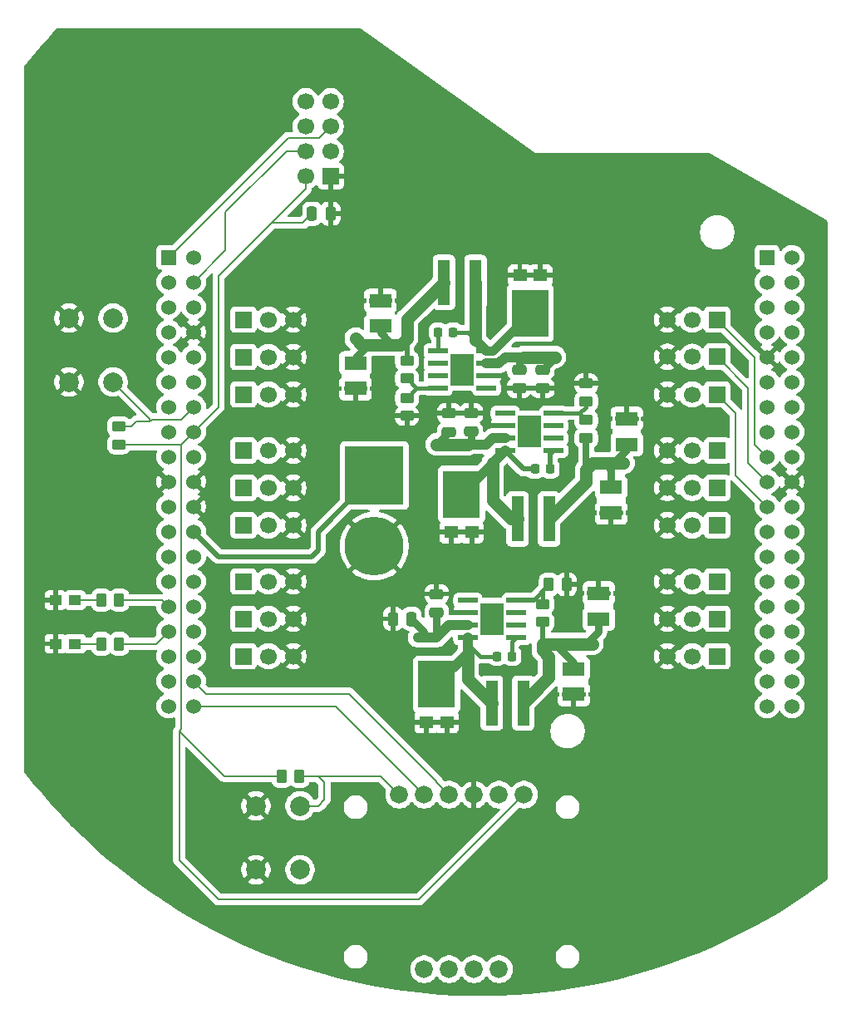
<source format=gbr>
%TF.GenerationSoftware,KiCad,Pcbnew,9.0.2*%
%TF.CreationDate,2025-07-18T09:27:23+08:00*%
%TF.ProjectId,Pathfinder,50617468-6669-46e6-9465-722e6b696361,rev?*%
%TF.SameCoordinates,Original*%
%TF.FileFunction,Copper,L1,Top*%
%TF.FilePolarity,Positive*%
%FSLAX46Y46*%
G04 Gerber Fmt 4.6, Leading zero omitted, Abs format (unit mm)*
G04 Created by KiCad (PCBNEW 9.0.2) date 2025-07-18 09:27:23*
%MOMM*%
%LPD*%
G01*
G04 APERTURE LIST*
G04 Aperture macros list*
%AMRoundRect*
0 Rectangle with rounded corners*
0 $1 Rounding radius*
0 $2 $3 $4 $5 $6 $7 $8 $9 X,Y pos of 4 corners*
0 Add a 4 corners polygon primitive as box body*
4,1,4,$2,$3,$4,$5,$6,$7,$8,$9,$2,$3,0*
0 Add four circle primitives for the rounded corners*
1,1,$1+$1,$2,$3*
1,1,$1+$1,$4,$5*
1,1,$1+$1,$6,$7*
1,1,$1+$1,$8,$9*
0 Add four rect primitives between the rounded corners*
20,1,$1+$1,$2,$3,$4,$5,0*
20,1,$1+$1,$4,$5,$6,$7,0*
20,1,$1+$1,$6,$7,$8,$9,0*
20,1,$1+$1,$8,$9,$2,$3,0*%
G04 Aperture macros list end*
%TA.AperFunction,SMDPad,CuDef*%
%ADD10RoundRect,0.250000X0.475000X-0.250000X0.475000X0.250000X-0.475000X0.250000X-0.475000X-0.250000X0*%
%TD*%
%TA.AperFunction,ComponentPad*%
%ADD11R,1.530000X1.530000*%
%TD*%
%TA.AperFunction,ComponentPad*%
%ADD12C,1.530000*%
%TD*%
%TA.AperFunction,ComponentPad*%
%ADD13C,2.000000*%
%TD*%
%TA.AperFunction,ComponentPad*%
%ADD14R,1.700000X1.700000*%
%TD*%
%TA.AperFunction,ComponentPad*%
%ADD15C,1.700000*%
%TD*%
%TA.AperFunction,SMDPad,CuDef*%
%ADD16RoundRect,0.250000X-0.475000X0.250000X-0.475000X-0.250000X0.475000X-0.250000X0.475000X0.250000X0*%
%TD*%
%TA.AperFunction,SMDPad,CuDef*%
%ADD17RoundRect,0.250000X0.262500X0.450000X-0.262500X0.450000X-0.262500X-0.450000X0.262500X-0.450000X0*%
%TD*%
%TA.AperFunction,SMDPad,CuDef*%
%ADD18R,1.200000X1.000000*%
%TD*%
%TA.AperFunction,SMDPad,CuDef*%
%ADD19RoundRect,0.250000X-0.262500X-0.450000X0.262500X-0.450000X0.262500X0.450000X-0.262500X0.450000X0*%
%TD*%
%TA.AperFunction,SMDPad,CuDef*%
%ADD20R,1.422500X1.290500*%
%TD*%
%TA.AperFunction,SMDPad,CuDef*%
%ADD21R,3.800000X4.800000*%
%TD*%
%TA.AperFunction,SMDPad,CuDef*%
%ADD22RoundRect,0.072500X0.912500X0.217500X-0.912500X0.217500X-0.912500X-0.217500X0.912500X-0.217500X0*%
%TD*%
%TA.AperFunction,SMDPad,CuDef*%
%ADD23R,2.413000X3.302000*%
%TD*%
%TA.AperFunction,SMDPad,CuDef*%
%ADD24R,2.311400X1.395952*%
%TD*%
%TA.AperFunction,SMDPad,CuDef*%
%ADD25RoundRect,0.250000X0.450000X-0.262500X0.450000X0.262500X-0.450000X0.262500X-0.450000X-0.262500X0*%
%TD*%
%TA.AperFunction,SMDPad,CuDef*%
%ADD26RoundRect,0.250000X-0.450000X0.262500X-0.450000X-0.262500X0.450000X-0.262500X0.450000X0.262500X0*%
%TD*%
%TA.AperFunction,SMDPad,CuDef*%
%ADD27R,1.295400X4.597400*%
%TD*%
%TA.AperFunction,ComponentPad*%
%ADD28C,6.000000*%
%TD*%
%TA.AperFunction,ComponentPad*%
%ADD29R,6.000000X6.000000*%
%TD*%
%TA.AperFunction,SMDPad,CuDef*%
%ADD30RoundRect,0.250000X-0.250000X-0.475000X0.250000X-0.475000X0.250000X0.475000X-0.250000X0.475000X0*%
%TD*%
%TA.AperFunction,SMDPad,CuDef*%
%ADD31RoundRect,0.225000X0.225000X0.250000X-0.225000X0.250000X-0.225000X-0.250000X0.225000X-0.250000X0*%
%TD*%
%TA.AperFunction,ComponentPad*%
%ADD32C,1.829000*%
%TD*%
%TA.AperFunction,SMDPad,CuDef*%
%ADD33RoundRect,0.250000X0.250000X0.475000X-0.250000X0.475000X-0.250000X-0.475000X0.250000X-0.475000X0*%
%TD*%
%TA.AperFunction,SMDPad,CuDef*%
%ADD34RoundRect,0.225000X-0.225000X-0.250000X0.225000X-0.250000X0.225000X0.250000X-0.225000X0.250000X0*%
%TD*%
%TA.AperFunction,SMDPad,CuDef*%
%ADD35RoundRect,0.072500X-0.912500X-0.217500X0.912500X-0.217500X0.912500X0.217500X-0.912500X0.217500X0*%
%TD*%
%TA.AperFunction,ViaPad*%
%ADD36C,0.762000*%
%TD*%
%TA.AperFunction,Conductor*%
%ADD37C,0.200000*%
%TD*%
%TA.AperFunction,Conductor*%
%ADD38C,0.381000*%
%TD*%
%TA.AperFunction,Conductor*%
%ADD39C,0.889000*%
%TD*%
%TA.AperFunction,Conductor*%
%ADD40C,1.016000*%
%TD*%
%TA.AperFunction,Conductor*%
%ADD41C,1.270000*%
%TD*%
%TA.AperFunction,Conductor*%
%ADD42C,0.762000*%
%TD*%
%TA.AperFunction,Conductor*%
%ADD43C,0.508000*%
%TD*%
%TA.AperFunction,Conductor*%
%ADD44C,0.254000*%
%TD*%
%TA.AperFunction,Conductor*%
%ADD45C,0.635000*%
%TD*%
G04 APERTURE END LIST*
D10*
%TO.P,C7,2*%
%TO.N,GND*%
X149557301Y-97790000D03*
%TO.P,C7,1*%
%TO.N,+BATT*%
X149557301Y-99690000D03*
%TD*%
D11*
%TO.P,U1,CN7_1,PC10*%
%TO.N,/SCK*%
X118745000Y-81915000D03*
D12*
%TO.P,U1,CN7_2,PC11*%
%TO.N,/MISO*%
X121285000Y-81915000D03*
%TO.P,U1,CN7_3,PC12*%
%TO.N,/MOSI*%
X118745000Y-84455000D03*
%TO.P,U1,CN7_4,PD2*%
%TO.N,/CSN*%
X121285000Y-84455000D03*
%TO.P,U1,CN7_5,VDD*%
%TO.N,unconnected-(U1A-VDD-PadCN7_5)*%
X118745000Y-86995000D03*
%TO.P,U1,CN7_6,E5V*%
%TO.N,unconnected-(U1A-E5V-PadCN7_6)*%
X121285000Y-86995000D03*
%TO.P,U1,CN7_7,BOOT0*%
%TO.N,unconnected-(U1A-BOOT0-PadCN7_7)*%
X118745000Y-89535000D03*
%TO.P,U1,CN7_8,CN7_GND*%
%TO.N,GND*%
X121285000Y-89535000D03*
%TO.P,U1,CN7_9*%
%TO.N,N/C*%
X118745000Y-92075000D03*
%TO.P,U1,CN7_10*%
X121285000Y-92075000D03*
%TO.P,U1,CN7_11*%
X118745000Y-94615000D03*
%TO.P,U1,CN7_12,CN7_IOREF*%
%TO.N,unconnected-(U1A-CN7_IOREF-PadCN7_12)*%
X121285000Y-94615000D03*
%TO.P,U1,CN7_13,PA13*%
%TO.N,/CE*%
X118745000Y-97155000D03*
%TO.P,U1,CN7_14,CN7_RESET*%
%TO.N,Net-(U1A-CN7_RESET)*%
X121285000Y-97155000D03*
%TO.P,U1,CN7_15,PA14*%
%TO.N,unconnected-(U1A-PA14-PadCN7_15)*%
X118745000Y-99695000D03*
%TO.P,U1,CN7_16,CN7_+3V3*%
%TO.N,+3.3V*%
X121285000Y-99695000D03*
%TO.P,U1,CN7_17,PA15*%
%TO.N,unconnected-(U1A-PA15-PadCN7_17)*%
X118745000Y-102235000D03*
%TO.P,U1,CN7_18,CN7_+5V*%
%TO.N,unconnected-(U1A-CN7_+5V-PadCN7_18)*%
X121285000Y-102235000D03*
%TO.P,U1,CN7_19,CN7_GND*%
%TO.N,GND*%
X118745000Y-104775000D03*
%TO.P,U1,CN7_20,CN7_GND*%
X121285000Y-104775000D03*
%TO.P,U1,CN7_21,PB7*%
%TO.N,unconnected-(U1A-PB7-PadCN7_21)*%
X118745000Y-107315000D03*
%TO.P,U1,CN7_22,CN7_GND*%
%TO.N,GND*%
X121285000Y-107315000D03*
%TO.P,U1,CN7_23,PC13*%
%TO.N,unconnected-(U1A-PC13-PadCN7_23)*%
X118745000Y-109855000D03*
%TO.P,U1,CN7_24,CN7_VIN*%
%TO.N,+BATT*%
X121285000Y-109855000D03*
%TO.P,U1,CN7_25,PC14*%
%TO.N,unconnected-(U1A-PC14-PadCN7_25)*%
X118745000Y-112395000D03*
%TO.P,U1,CN7_26*%
%TO.N,N/C*%
X121285000Y-112395000D03*
%TO.P,U1,CN7_27,PC15*%
%TO.N,unconnected-(U1A-PC15-PadCN7_27)*%
X118745000Y-114935000D03*
%TO.P,U1,CN7_28,PA0*%
%TO.N,/PA_0*%
X121285000Y-114935000D03*
%TO.P,U1,CN7_29,PH0*%
%TO.N,/PH_0*%
X118745000Y-117475000D03*
%TO.P,U1,CN7_30,PA1*%
%TO.N,/PA_1*%
X121285000Y-117475000D03*
%TO.P,U1,CN7_31,PH1*%
%TO.N,/PH_1*%
X118745000Y-120015000D03*
%TO.P,U1,CN7_32,PA4*%
%TO.N,unconnected-(U1A-PA4-PadCN7_32)*%
X121285000Y-120015000D03*
%TO.P,U1,CN7_33,VBAT*%
%TO.N,unconnected-(U1A-VBAT-PadCN7_33)*%
X118745000Y-122555000D03*
%TO.P,U1,CN7_34,PB0*%
%TO.N,/PB_0*%
X121285000Y-122555000D03*
%TO.P,U1,CN7_35,PC2*%
%TO.N,unconnected-(U1A-PC2-PadCN7_35)*%
X118745000Y-125095000D03*
%TO.P,U1,CN7_36,PC1/PB9*%
%TO.N,/SDA*%
X121285000Y-125095000D03*
%TO.P,U1,CN7_37,PC3*%
%TO.N,unconnected-(U1A-PC3-PadCN7_37)*%
X118745000Y-127635000D03*
%TO.P,U1,CN7_38,PC0/PB8*%
%TO.N,/SCL*%
X121285000Y-127635000D03*
D11*
%TO.P,U1,CN10_1,PC9*%
%TO.N,/PC_9*%
X179705000Y-81915000D03*
D12*
%TO.P,U1,CN10_2,PC8*%
%TO.N,unconnected-(U1B-PC8-PadCN10_2)*%
X182245000Y-81915000D03*
%TO.P,U1,CN10_3,PB8*%
%TO.N,/PB_8*%
X179705000Y-84455000D03*
%TO.P,U1,CN10_4,PC6*%
%TO.N,unconnected-(U1B-PC6-PadCN10_4)*%
X182245000Y-84455000D03*
%TO.P,U1,CN10_5,PB9*%
%TO.N,/PB_9*%
X179705000Y-86995000D03*
%TO.P,U1,CN10_6,PC5*%
%TO.N,unconnected-(U1B-PC5-PadCN10_6)*%
X182245000Y-86995000D03*
%TO.P,U1,CN10_7,AVDD*%
%TO.N,unconnected-(U1B-AVDD-PadCN10_7)*%
X179705000Y-89535000D03*
%TO.P,U1,CN10_8,U5V*%
%TO.N,unconnected-(U1B-U5V-PadCN10_8)*%
X182245000Y-89535000D03*
%TO.P,U1,CN10_9,CN10_GND*%
%TO.N,GND*%
X179705000Y-92075000D03*
%TO.P,U1,CN10_10*%
%TO.N,N/C*%
X182245000Y-92075000D03*
%TO.P,U1,CN10_11,PA5*%
%TO.N,/PA_5*%
X179705000Y-94615000D03*
%TO.P,U1,CN10_12,PA12*%
%TO.N,unconnected-(U1B-PA12-PadCN10_12)*%
X182245000Y-94615000D03*
%TO.P,U1,CN10_13,PA6*%
%TO.N,/PA_6*%
X179705000Y-97155000D03*
%TO.P,U1,CN10_14,PA11*%
%TO.N,unconnected-(U1B-PA11-PadCN10_14)*%
X182245000Y-97155000D03*
%TO.P,U1,CN10_15,PA7*%
%TO.N,/PA_7*%
X179705000Y-99695000D03*
%TO.P,U1,CN10_16,PB12*%
%TO.N,unconnected-(U1B-PB12-PadCN10_16)*%
X182245000Y-99695000D03*
%TO.P,U1,CN10_17,PB6*%
%TO.N,/PB_6*%
X179705000Y-102235000D03*
%TO.P,U1,CN10_18*%
%TO.N,N/C*%
X182245000Y-102235000D03*
%TO.P,U1,CN10_19,PC7*%
%TO.N,/PC_7*%
X179705000Y-104775000D03*
%TO.P,U1,CN10_20,CN10_GND*%
%TO.N,GND*%
X182245000Y-104775000D03*
%TO.P,U1,CN10_21,PA9*%
%TO.N,/PA_9*%
X179705000Y-107315000D03*
%TO.P,U1,CN10_22,PB2*%
%TO.N,unconnected-(U1B-PB2-PadCN10_22)*%
X182245000Y-107315000D03*
%TO.P,U1,CN10_23,PA8*%
%TO.N,/PA_8*%
X179705000Y-109855000D03*
%TO.P,U1,CN10_24,PB1*%
%TO.N,unconnected-(U1B-PB1-PadCN10_24)*%
X182245000Y-109855000D03*
%TO.P,U1,CN10_25,PB10*%
%TO.N,/PB_10*%
X179705000Y-112395000D03*
%TO.P,U1,CN10_26,PB15*%
%TO.N,unconnected-(U1B-PB15-PadCN10_26)*%
X182245000Y-112395000D03*
%TO.P,U1,CN10_27,PB4*%
%TO.N,/PB_4*%
X179705000Y-114935000D03*
%TO.P,U1,CN10_28,PB14*%
%TO.N,unconnected-(U1B-PB14-PadCN10_28)*%
X182245000Y-114935000D03*
%TO.P,U1,CN10_29,PB5*%
%TO.N,/PB_5*%
X179705000Y-117475000D03*
%TO.P,U1,CN10_30,PB13*%
%TO.N,unconnected-(U1B-PB13-PadCN10_30)*%
X182245000Y-117475000D03*
%TO.P,U1,CN10_31,PB3*%
%TO.N,/PB_3*%
X179705000Y-120015000D03*
%TO.P,U1,CN10_32,AGND*%
%TO.N,unconnected-(U1B-AGND-PadCN10_32)*%
X182245000Y-120015000D03*
%TO.P,U1,CN10_33,PA10*%
%TO.N,/PA_10*%
X179705000Y-122555000D03*
%TO.P,U1,CN10_34,PC4*%
%TO.N,unconnected-(U1B-PC4-PadCN10_34)*%
X182245000Y-122555000D03*
%TO.P,U1,CN10_35,PA2*%
%TO.N,unconnected-(U1B-PA2-PadCN10_35)*%
X179705000Y-125095000D03*
%TO.P,U1,CN10_36*%
%TO.N,N/C*%
X182245000Y-125095000D03*
%TO.P,U1,CN10_37,PA3*%
%TO.N,unconnected-(U1B-PA3-PadCN10_37)*%
X179705000Y-127635000D03*
%TO.P,U1,CN10_38*%
%TO.N,N/C*%
X182245000Y-127635000D03*
%TD*%
D10*
%TO.P,C8,2*%
%TO.N,GND*%
X147320000Y-97795000D03*
%TO.P,C8,1*%
%TO.N,+BATT*%
X147320000Y-99695000D03*
%TD*%
D13*
%TO.P,SW2,1,1*%
%TO.N,N/C*%
X113085000Y-88115000D03*
%TO.N,Net-(U1A-CN7_RESET)*%
X113085000Y-94615000D03*
%TO.P,SW2,2,2*%
%TO.N,GND*%
X108585000Y-88115000D03*
X108585000Y-94615000D03*
%TD*%
D14*
%TO.P,Coxa2,1,PWM*%
%TO.N,/PC_9*%
X126365000Y-88265000D03*
D15*
%TO.P,Coxa2,2,+*%
%TO.N,+6VA*%
X128905000Y-88265000D03*
%TO.P,Coxa2,3,-*%
%TO.N,GND*%
X131445000Y-88265000D03*
%TD*%
D16*
%TO.P,C5,1*%
%TO.N,+BATT*%
X154445000Y-93345000D03*
%TO.P,C5,2*%
%TO.N,GND*%
X154445000Y-95245000D03*
%TD*%
D14*
%TO.P,Femur1,1,PWM*%
%TO.N,/PA_6*%
X126365000Y-105410000D03*
D15*
%TO.P,Femur1,2,+*%
%TO.N,+6VA*%
X128905000Y-105410000D03*
%TO.P,Femur1,3,-*%
%TO.N,GND*%
X131445000Y-105410000D03*
%TD*%
D14*
%TO.P,Tibia5,1,PWM*%
%TO.N,/PB_0*%
X126365000Y-122555000D03*
D15*
%TO.P,Tibia5,2,+*%
%TO.N,+6VC*%
X128905000Y-122555000D03*
%TO.P,Tibia5,3,-*%
%TO.N,GND*%
X131445000Y-122555000D03*
%TD*%
D17*
%TO.P,R7,1*%
%TO.N,Net-(Bno055-RST)*%
X132080000Y-134770000D03*
%TO.P,R7,2*%
%TO.N,+3.3V*%
X130255000Y-134770000D03*
%TD*%
D18*
%TO.P,D5,1,K*%
%TO.N,GND*%
X107220000Y-121285000D03*
%TO.P,D5,2,A*%
%TO.N,Net-(D5-K)*%
X109220000Y-121285000D03*
%TD*%
D19*
%TO.P,R9,1*%
%TO.N,Net-(D4-K)*%
X111887500Y-116840000D03*
%TO.P,R9,2*%
%TO.N,/PH_0*%
X113712500Y-116840000D03*
%TD*%
D14*
%TO.P,Tibia1,1,PWM*%
%TO.N,/PA_7*%
X126365000Y-109220000D03*
D15*
%TO.P,Tibia1,2,+*%
%TO.N,+6VA*%
X128905000Y-109220000D03*
%TO.P,Tibia1,3,-*%
%TO.N,GND*%
X131445000Y-109220000D03*
%TD*%
D14*
%TO.P,U2,1,GND*%
%TO.N,GND*%
X135255000Y-73660000D03*
D15*
%TO.P,U2,2,VCC*%
%TO.N,+3.3V*%
X132715000Y-73660000D03*
%TO.P,U2,3,CE*%
%TO.N,/CE*%
X135255000Y-71120000D03*
%TO.P,U2,4,~{CSN}*%
%TO.N,/CSN*%
X132715000Y-71120000D03*
%TO.P,U2,5,SCK*%
%TO.N,/SCK*%
X135255000Y-68580000D03*
%TO.P,U2,6,MOSI*%
%TO.N,/MOSI*%
X132715000Y-68580000D03*
%TO.P,U2,7,MISO*%
%TO.N,/MISO*%
X135255000Y-66040000D03*
%TO.P,U2,8,IRQ*%
%TO.N,unconnected-(U2-IRQ-Pad8)*%
X132715000Y-66040000D03*
%TD*%
D20*
%TO.P,D7,1,A*%
%TO.N,GND*%
X147540000Y-109911000D03*
D21*
%TO.P,D7,2,K*%
%TO.N,Net-(BuckConverterB1-SW)*%
X148590000Y-106045000D03*
D20*
%TO.P,D7,3,A*%
%TO.N,GND*%
X149640000Y-109911000D03*
%TD*%
D22*
%TO.P,BuckConverterB1,1,Boot*%
%TO.N,Net-(BuckConverterB1-Boot)*%
X157975000Y-101595000D03*
%TO.P,BuckConverterB1,2,NO*%
%TO.N,unconnected-(BuckConverterB1-NO-Pad2)*%
X157975000Y-100325000D03*
%TO.P,BuckConverterB1,3,NO*%
%TO.N,unconnected-(BuckConverterB1-NO-Pad3)*%
X157975000Y-99055000D03*
%TO.P,BuckConverterB1,4,FB*%
%TO.N,Net-(BuckConverterB1-FB)*%
X157975000Y-97785000D03*
%TO.P,BuckConverterB1,5,EN*%
%TO.N,unconnected-(BuckConverterB1-EN-Pad5)*%
X153035000Y-97785000D03*
%TO.P,BuckConverterB1,6,GND*%
%TO.N,GND*%
X153035000Y-99055000D03*
%TO.P,BuckConverterB1,7,VIN*%
%TO.N,+BATT*%
X153035000Y-100325000D03*
%TO.P,BuckConverterB1,8,SW*%
%TO.N,Net-(BuckConverterB1-SW)*%
X153035000Y-101595000D03*
D23*
%TO.P,BuckConverterB1,9*%
%TO.N,N/C*%
X155505000Y-99690000D03*
%TD*%
D24*
%TO.P,C2,1*%
%TO.N,+6VA*%
X137795000Y-92671376D03*
%TO.P,C2,2*%
%TO.N,GND*%
X137795000Y-95288624D03*
%TD*%
%TO.P,C3,1*%
%TO.N,+6VA*%
X140335000Y-88938624D03*
%TO.P,C3,2*%
%TO.N,GND*%
X140335000Y-86321376D03*
%TD*%
D18*
%TO.P,D4,1,K*%
%TO.N,GND*%
X107220000Y-116840000D03*
%TO.P,D4,2,A*%
%TO.N,Net-(D4-K)*%
X109220000Y-116840000D03*
%TD*%
D25*
%TO.P,R5,1*%
%TO.N,+6VC*%
X156845000Y-119060000D03*
%TO.P,R5,2*%
%TO.N,Net-(BuckConverterC1-FB)*%
X156845000Y-117235000D03*
%TD*%
D24*
%TO.P,C9,1*%
%TO.N,+6VB*%
X163830000Y-105332752D03*
%TO.P,C9,2*%
%TO.N,GND*%
X163830000Y-107950000D03*
%TD*%
D14*
%TO.P,Femur3,1,PWM*%
%TO.N,/PC_7*%
X174625000Y-92060000D03*
D15*
%TO.P,Femur3,2,+*%
%TO.N,+6VB*%
X172085000Y-92060000D03*
%TO.P,Femur3,3,-*%
%TO.N,GND*%
X169545000Y-92060000D03*
%TD*%
D26*
%TO.P,R1,1*%
%TO.N,+6VA*%
X143015000Y-92432500D03*
%TO.P,R1,2*%
%TO.N,Net-(BuckConverterA1-FB)*%
X143015000Y-94257500D03*
%TD*%
D14*
%TO.P,Coxa4,1,PWM*%
%TO.N,/PA_8*%
X174625000Y-101600000D03*
D15*
%TO.P,Coxa4,2,+*%
%TO.N,+6VB*%
X172085000Y-101600000D03*
%TO.P,Coxa4,3,-*%
%TO.N,GND*%
X169545000Y-101600000D03*
%TD*%
D13*
%TO.P,SW1,1,1*%
%TO.N,Net-(Bno055-RST)*%
X132135000Y-137795000D03*
%TO.N,N/C*%
X132135000Y-144295000D03*
%TO.P,SW1,2,2*%
%TO.N,GND*%
X127635000Y-137795000D03*
X127635000Y-144295000D03*
%TD*%
D19*
%TO.P,R6,1*%
%TO.N,Net-(BuckConverterC1-FB)*%
X157480000Y-115250000D03*
%TO.P,R6,2*%
%TO.N,GND*%
X159305000Y-115250000D03*
%TD*%
D14*
%TO.P,Coxa5,1,PWM*%
%TO.N,/PA_0*%
X126365000Y-114935000D03*
D15*
%TO.P,Coxa5,2,+*%
%TO.N,+6VC*%
X128905000Y-114935000D03*
%TO.P,Coxa5,3,-*%
%TO.N,GND*%
X131445000Y-114935000D03*
%TD*%
D25*
%TO.P,R4,1*%
%TO.N,Net-(BuckConverterB1-FB)*%
X161290000Y-96595000D03*
%TO.P,R4,2*%
%TO.N,GND*%
X161290000Y-94770000D03*
%TD*%
D27*
%TO.P,L3,1,1*%
%TO.N,Net-(BuckConverterC1-SW)*%
X151665398Y-127320000D03*
%TO.P,L3,2,2*%
%TO.N,+6VC*%
X154870000Y-127320000D03*
%TD*%
D24*
%TO.P,C15,1*%
%TO.N,+6VC*%
X160020000Y-123825000D03*
%TO.P,C15,2*%
%TO.N,GND*%
X160020000Y-126442248D03*
%TD*%
D14*
%TO.P,Tibia3,1,PWM*%
%TO.N,/PA_9*%
X174625000Y-95885000D03*
D15*
%TO.P,Tibia3,2,+*%
%TO.N,+6VB*%
X172085000Y-95885000D03*
%TO.P,Tibia3,3,-*%
%TO.N,GND*%
X169545000Y-95885000D03*
%TD*%
D14*
%TO.P,Tibia2,1,PWM*%
%TO.N,/PB_9*%
X126365000Y-95885000D03*
D15*
%TO.P,Tibia2,2,+*%
%TO.N,+6VA*%
X128905000Y-95885000D03*
%TO.P,Tibia2,3,-*%
%TO.N,GND*%
X131445000Y-95885000D03*
%TD*%
D27*
%TO.P,L1,1,1*%
%TO.N,Net-(BuckConverterA1-SW)*%
X150000000Y-84455000D03*
%TO.P,L1,2,2*%
%TO.N,+6VA*%
X146795398Y-84455000D03*
%TD*%
D10*
%TO.P,C13,1*%
%TO.N,+BATT*%
X146050000Y-118105000D03*
%TO.P,C13,2*%
%TO.N,GND*%
X146050000Y-116205000D03*
%TD*%
D28*
%TO.P,J1,N,NEG*%
%TO.N,GND*%
X139700000Y-111340000D03*
D29*
%TO.P,J1,P,POS*%
%TO.N,+BATT*%
X139700000Y-104140000D03*
%TD*%
D24*
%TO.P,C10,1*%
%TO.N,+6VB*%
X165432301Y-100965000D03*
%TO.P,C10,2*%
%TO.N,GND*%
X165432301Y-98347752D03*
%TD*%
D14*
%TO.P,Coxa3,1,PWM*%
%TO.N,/PB_6*%
X174625000Y-88265000D03*
D15*
%TO.P,Coxa3,2,+*%
%TO.N,+6VB*%
X172085000Y-88265000D03*
%TO.P,Coxa3,3,-*%
%TO.N,GND*%
X169545000Y-88265000D03*
%TD*%
D22*
%TO.P,BuckConverterC1,1,Boot*%
%TO.N,Net-(BuckConverterC1-Boot)*%
X154165000Y-120650000D03*
%TO.P,BuckConverterC1,2,NO*%
%TO.N,unconnected-(BuckConverterC1-NO-Pad2)*%
X154165000Y-119380000D03*
%TO.P,BuckConverterC1,3,NO*%
%TO.N,unconnected-(BuckConverterC1-NO-Pad3)*%
X154165000Y-118110000D03*
%TO.P,BuckConverterC1,4,FB*%
%TO.N,Net-(BuckConverterC1-FB)*%
X154165000Y-116840000D03*
%TO.P,BuckConverterC1,5,EN*%
%TO.N,unconnected-(BuckConverterC1-EN-Pad5)*%
X149225000Y-116840000D03*
%TO.P,BuckConverterC1,6,GND*%
%TO.N,GND*%
X149225000Y-118110000D03*
%TO.P,BuckConverterC1,7,VIN*%
%TO.N,+BATT*%
X149225000Y-119380000D03*
%TO.P,BuckConverterC1,8,SW*%
%TO.N,Net-(BuckConverterC1-SW)*%
X149225000Y-120650000D03*
D23*
%TO.P,BuckConverterC1,9*%
%TO.N,N/C*%
X151695000Y-118745000D03*
%TD*%
D30*
%TO.P,C16,1*%
%TO.N,+3.3V*%
X133350000Y-77470000D03*
%TO.P,C16,2*%
%TO.N,GND*%
X135250000Y-77470000D03*
%TD*%
D26*
%TO.P,R8,1*%
%TO.N,Net-(U1A-CN7_RESET)*%
X113665000Y-99140000D03*
%TO.P,R8,2*%
%TO.N,+3.3V*%
X113665000Y-100965000D03*
%TD*%
D24*
%TO.P,C14,1*%
%TO.N,+6VC*%
X162560000Y-118745000D03*
%TO.P,C14,2*%
%TO.N,GND*%
X162560000Y-116127752D03*
%TD*%
D14*
%TO.P,Femur6,1,PWM*%
%TO.N,/PB_3*%
X174625000Y-118745000D03*
D15*
%TO.P,Femur6,2,+*%
%TO.N,+6VC*%
X172085000Y-118745000D03*
%TO.P,Femur6,3,-*%
%TO.N,GND*%
X169545000Y-118745000D03*
%TD*%
D31*
%TO.P,C11,1*%
%TO.N,Net-(BuckConverterC1-Boot)*%
X153740000Y-122555000D03*
%TO.P,C11,2*%
%TO.N,Net-(BuckConverterC1-SW)*%
X152190000Y-122555000D03*
%TD*%
D14*
%TO.P,Femur4,1,PWM*%
%TO.N,/PB_10*%
X174625000Y-105395000D03*
D15*
%TO.P,Femur4,2,+*%
%TO.N,+6VB*%
X172085000Y-105395000D03*
%TO.P,Femur4,3,-*%
%TO.N,GND*%
X169545000Y-105395000D03*
%TD*%
D32*
%TO.P,Bno055,3vo*%
%TO.N,N/C*%
X152400000Y-136652000D03*
%TO.P,Bno055,ADR*%
X144780000Y-154432000D03*
%TO.P,Bno055,GND*%
%TO.N,GND*%
X149860000Y-136652000D03*
%TO.P,Bno055,INT*%
%TO.N,N/C*%
X147320000Y-154432000D03*
%TO.P,Bno055,PS0*%
X152400000Y-154432000D03*
%TO.P,Bno055,PS1*%
X149860000Y-154432000D03*
%TO.P,Bno055,RST*%
%TO.N,Net-(Bno055-RST)*%
X142240000Y-136652000D03*
%TO.P,Bno055,SCL*%
%TO.N,/SCL*%
X144780000Y-136652000D03*
%TO.P,Bno055,SDA*%
%TO.N,/SDA*%
X147320000Y-136652000D03*
%TO.P,Bno055,Vin*%
%TO.N,+3.3V*%
X154940000Y-136652000D03*
%TD*%
D14*
%TO.P,Tibia4,1,PWM*%
%TO.N,/PB_4*%
X174625000Y-109220000D03*
D15*
%TO.P,Tibia4,2,+*%
%TO.N,+6VB*%
X172085000Y-109220000D03*
%TO.P,Tibia4,3,-*%
%TO.N,GND*%
X169545000Y-109220000D03*
%TD*%
D31*
%TO.P,C6,1*%
%TO.N,Net-(BuckConverterB1-Boot)*%
X157620000Y-103500000D03*
%TO.P,C6,2*%
%TO.N,Net-(BuckConverterB1-SW)*%
X156070000Y-103500000D03*
%TD*%
D14*
%TO.P,Coxa6,1,PWM*%
%TO.N,/PB_5*%
X174625000Y-114935000D03*
D15*
%TO.P,Coxa6,2,+*%
%TO.N,+6VC*%
X172085000Y-114935000D03*
%TO.P,Coxa6,3,-*%
%TO.N,GND*%
X169545000Y-114935000D03*
%TD*%
D16*
%TO.P,C4,1*%
%TO.N,+BATT*%
X156845000Y-93345000D03*
%TO.P,C4,2*%
%TO.N,GND*%
X156845000Y-95245000D03*
%TD*%
D27*
%TO.P,L2,1,1*%
%TO.N,Net-(BuckConverterB1-SW)*%
X154305000Y-108580000D03*
%TO.P,L2,2,2*%
%TO.N,+6VB*%
X157509602Y-108580000D03*
%TD*%
D33*
%TO.P,C12,1*%
%TO.N,+BATT*%
X143510000Y-118745000D03*
%TO.P,C12,2*%
%TO.N,GND*%
X141610000Y-118745000D03*
%TD*%
D20*
%TO.P,D1,1,A*%
%TO.N,GND*%
X156625000Y-83764000D03*
D21*
%TO.P,D1,2,K*%
%TO.N,Net-(BuckConverterA1-SW)*%
X155575000Y-87630000D03*
D20*
%TO.P,D1,3,A*%
%TO.N,GND*%
X154525000Y-83764000D03*
%TD*%
D25*
%TO.P,R3,1*%
%TO.N,+6VB*%
X161290000Y-100325000D03*
%TO.P,R3,2*%
%TO.N,Net-(BuckConverterB1-FB)*%
X161290000Y-98500000D03*
%TD*%
D20*
%TO.P,D3,1,A*%
%TO.N,GND*%
X145000000Y-129276000D03*
D21*
%TO.P,D3,2,K*%
%TO.N,Net-(BuckConverterC1-SW)*%
X146050000Y-125410000D03*
D20*
%TO.P,D3,3,A*%
%TO.N,GND*%
X147100000Y-129276000D03*
%TD*%
D14*
%TO.P,Coxa1,1,PWM*%
%TO.N,/PA_5*%
X126365000Y-101600000D03*
D15*
%TO.P,Coxa1,2,+*%
%TO.N,+6VA*%
X128905000Y-101600000D03*
%TO.P,Coxa1,3,-*%
%TO.N,GND*%
X131445000Y-101600000D03*
%TD*%
D19*
%TO.P,R10,1*%
%TO.N,Net-(D5-K)*%
X111887500Y-121285000D03*
%TO.P,R10,2*%
%TO.N,/PH_1*%
X113712500Y-121285000D03*
%TD*%
D14*
%TO.P,Tibia6,1,PWM*%
%TO.N,/PA_10*%
X174625000Y-122555000D03*
D15*
%TO.P,Tibia6,2,+*%
%TO.N,+6VC*%
X172085000Y-122555000D03*
%TO.P,Tibia6,3,-*%
%TO.N,GND*%
X169545000Y-122555000D03*
%TD*%
D26*
%TO.P,R2,1*%
%TO.N,Net-(BuckConverterA1-FB)*%
X143015000Y-96242500D03*
%TO.P,R2,2*%
%TO.N,GND*%
X143015000Y-98067500D03*
%TD*%
D34*
%TO.P,C1,1*%
%TO.N,Net-(BuckConverterA1-Boot)*%
X146190000Y-89535000D03*
%TO.P,C1,2*%
%TO.N,Net-(BuckConverterA1-SW)*%
X147740000Y-89535000D03*
%TD*%
D14*
%TO.P,Femur5,1,PWM*%
%TO.N,/PA_1*%
X126365000Y-118745000D03*
D15*
%TO.P,Femur5,2,+*%
%TO.N,+6VC*%
X128905000Y-118745000D03*
%TO.P,Femur5,3,-*%
%TO.N,GND*%
X131445000Y-118745000D03*
%TD*%
D14*
%TO.P,Femur2,1,PWM*%
%TO.N,/PB_8*%
X126365000Y-92075000D03*
D15*
%TO.P,Femur2,2,+*%
%TO.N,+6VA*%
X128905000Y-92075000D03*
%TO.P,Femur2,3,-*%
%TO.N,GND*%
X131445000Y-92075000D03*
%TD*%
D35*
%TO.P,BuckConverterA1,1,Boot*%
%TO.N,Net-(BuckConverterA1-Boot)*%
X146190000Y-91440000D03*
%TO.P,BuckConverterA1,2,NO*%
%TO.N,unconnected-(BuckConverterA1-NO-Pad2)*%
X146190000Y-92710000D03*
%TO.P,BuckConverterA1,3,NO*%
%TO.N,unconnected-(BuckConverterA1-NO-Pad3)*%
X146190000Y-93980000D03*
%TO.P,BuckConverterA1,4,FB*%
%TO.N,Net-(BuckConverterA1-FB)*%
X146190000Y-95250000D03*
%TO.P,BuckConverterA1,5,EN*%
%TO.N,unconnected-(BuckConverterA1-EN-Pad5)*%
X151130000Y-95250000D03*
%TO.P,BuckConverterA1,6,GND*%
%TO.N,GND*%
X151130000Y-93980000D03*
%TO.P,BuckConverterA1,7,VIN*%
%TO.N,+BATT*%
X151130000Y-92710000D03*
%TO.P,BuckConverterA1,8,SW*%
%TO.N,Net-(BuckConverterA1-SW)*%
X151130000Y-91440000D03*
D23*
%TO.P,BuckConverterA1,9*%
%TO.N,N/C*%
X148660000Y-93345000D03*
%TD*%
D36*
%TO.N,+BATT*%
X146050000Y-100965000D03*
X144145000Y-120650000D03*
X158115000Y-92075000D03*
%TO.N,+6VA*%
X137795000Y-90170000D03*
%TO.N,+6VB*%
X165100000Y-102870000D03*
%TO.N,+6VC*%
X161925000Y-121285000D03*
%TD*%
D37*
%TO.N,/SCK*%
X118745000Y-81915000D02*
X130925800Y-69734200D01*
X130925800Y-69734200D02*
X134100800Y-69734200D01*
X134100800Y-69734200D02*
X135255000Y-68580000D01*
%TO.N,/CSN*%
X121285000Y-84455000D02*
X124514000Y-81226000D01*
X124514000Y-81226000D02*
X124514000Y-77338291D01*
X124514000Y-77338291D02*
X130732291Y-71120000D01*
X130732291Y-71120000D02*
X132715000Y-71120000D01*
%TO.N,+3.3V*%
X132715000Y-74930000D02*
X129222500Y-78422500D01*
X132397500Y-78422500D02*
X129222500Y-78422500D01*
X133350000Y-77470000D02*
X132397500Y-78422500D01*
X132715000Y-73660000D02*
X132715000Y-74930000D01*
X129222500Y-78422500D02*
X123825000Y-83820000D01*
X123825000Y-83820000D02*
X123825000Y-97155000D01*
X123825000Y-97155000D02*
X121285000Y-99695000D01*
D38*
%TO.N,Net-(BuckConverterA1-FB)*%
X144007500Y-95250000D02*
X143015000Y-96242500D01*
X144007500Y-95250000D02*
X146190000Y-95250000D01*
X143015000Y-94257500D02*
X144007500Y-95250000D01*
D39*
%TO.N,Net-(BuckConverterA1-SW)*%
X151130000Y-91440000D02*
X151765000Y-91440000D01*
D40*
X151130000Y-91440000D02*
X150000000Y-90310000D01*
D38*
X147740000Y-89535000D02*
X149225000Y-89535000D01*
D41*
X150000000Y-90310000D02*
X150000000Y-84455000D01*
D39*
X151765000Y-91440000D02*
X155575000Y-87630000D01*
D38*
X149225000Y-89535000D02*
X151130000Y-91440000D01*
%TO.N,Net-(BuckConverterA1-Boot)*%
X146190000Y-91440000D02*
X146190000Y-89535000D01*
D40*
%TO.N,+BATT*%
X151770000Y-100325000D02*
X151130000Y-100965000D01*
X146050000Y-120650000D02*
X147320000Y-119380000D01*
X153035000Y-92075000D02*
X154940000Y-92075000D01*
D42*
X154445000Y-92570000D02*
X154940000Y-92075000D01*
D40*
X147320000Y-119380000D02*
X149225000Y-119380000D01*
D43*
X133350000Y-112395000D02*
X123825000Y-112395000D01*
D42*
X146050000Y-118740000D02*
X146050000Y-120650000D01*
D40*
X144145000Y-120650000D02*
X146050000Y-120650000D01*
D43*
X133985000Y-109855000D02*
X133985000Y-111760000D01*
D42*
X158115000Y-92075000D02*
X156845000Y-93345000D01*
D40*
X151130000Y-100965000D02*
X149225000Y-100965000D01*
D41*
X154940000Y-92075000D02*
X158115000Y-92075000D01*
X149225000Y-100965000D02*
X146050000Y-100965000D01*
D43*
X133985000Y-111760000D02*
X133350000Y-112395000D01*
D42*
X144780000Y-120015000D02*
X144780000Y-120650000D01*
D43*
X123825000Y-112395000D02*
X121285000Y-109855000D01*
D40*
X153035000Y-100325000D02*
X151770000Y-100325000D01*
D43*
X139700000Y-104140000D02*
X133985000Y-109855000D01*
D42*
X154445000Y-93345000D02*
X154445000Y-92570000D01*
D40*
X151130000Y-92710000D02*
X152400000Y-92710000D01*
D42*
X143510000Y-118745000D02*
X144780000Y-120015000D01*
D40*
X152400000Y-92710000D02*
X153035000Y-92075000D01*
D38*
%TO.N,Net-(BuckConverterB1-FB)*%
X161290000Y-98500000D02*
X160617500Y-97827500D01*
X161290000Y-97155000D02*
X160617500Y-97827500D01*
D44*
X161290000Y-96595000D02*
X161290000Y-97155000D01*
D38*
X160617500Y-97827500D02*
X160575000Y-97785000D01*
X160575000Y-97785000D02*
X157975000Y-97785000D01*
D39*
%TO.N,Net-(BuckConverterB1-SW)*%
X153035000Y-101595000D02*
X148590000Y-106040000D01*
D43*
X153035000Y-101595000D02*
X154940000Y-103500000D01*
D41*
X153665000Y-108580000D02*
X154305000Y-108580000D01*
X151765000Y-106680000D02*
X153665000Y-108580000D01*
D43*
X154940000Y-103500000D02*
X156070000Y-103500000D01*
D41*
X151765000Y-102865000D02*
X151765000Y-106680000D01*
D37*
X148590000Y-106040000D02*
X148590000Y-106045000D01*
D40*
X153035000Y-101595000D02*
X151765000Y-102865000D01*
D43*
%TO.N,Net-(BuckConverterB1-Boot)*%
X157620000Y-101950000D02*
X157975000Y-101595000D01*
X157620000Y-103500000D02*
X157620000Y-101950000D01*
D37*
%TO.N,Net-(BuckConverterC1-FB)*%
X156845000Y-115885000D02*
X157480000Y-115250000D01*
D38*
X156845000Y-117235000D02*
X156845000Y-115885000D01*
X155890000Y-116840000D02*
X157480000Y-115250000D01*
D43*
X154165000Y-116840000D02*
X155890000Y-116840000D01*
D38*
%TO.N,Net-(BuckConverterC1-SW)*%
X150495000Y-122555000D02*
X149225000Y-121285000D01*
D41*
X149225000Y-124879602D02*
X151665398Y-127320000D01*
X149225000Y-122235000D02*
X149225000Y-124879602D01*
D40*
X149225000Y-120650000D02*
X149225000Y-121285000D01*
X149225000Y-121285000D02*
X149225000Y-122235000D01*
X149225000Y-122235000D02*
X146050000Y-125410000D01*
D38*
X152190000Y-122555000D02*
X150495000Y-122555000D01*
%TO.N,Net-(BuckConverterC1-Boot)*%
X153740000Y-121075000D02*
X154165000Y-120650000D01*
X153740000Y-122555000D02*
X153740000Y-121075000D01*
D41*
%TO.N,+6VA*%
X143015000Y-88235398D02*
X143015000Y-90170000D01*
X138430000Y-90805000D02*
X137795000Y-90170000D01*
X142380000Y-90805000D02*
X143015000Y-90170000D01*
X139065000Y-90805000D02*
X138430000Y-90805000D01*
X141527752Y-90805000D02*
X139065000Y-90805000D01*
D42*
X139065000Y-90805000D02*
X137795000Y-92075000D01*
X140335000Y-89612248D02*
X140335000Y-88938624D01*
D41*
X146795398Y-84455000D02*
X143015000Y-88235398D01*
X141527752Y-90805000D02*
X142380000Y-90805000D01*
D43*
X143015000Y-90170000D02*
X143015000Y-90805000D01*
X143015000Y-90805000D02*
X143015000Y-92432500D01*
D37*
X140765000Y-89675000D02*
X140765000Y-89535000D01*
D42*
X137795000Y-92075000D02*
X137795000Y-92671376D01*
X141527752Y-90805000D02*
X140335000Y-89612248D01*
D41*
%TO.N,+6VB*%
X161290000Y-103505000D02*
X161925000Y-102870000D01*
X165100000Y-102870000D02*
X164070925Y-102870000D01*
D37*
X163830000Y-102870000D02*
X164070925Y-102870000D01*
D42*
X164070925Y-102870000D02*
X165432301Y-101508624D01*
X163830000Y-104645000D02*
X163830000Y-103505000D01*
D45*
X161290000Y-103505000D02*
X161290000Y-100325000D01*
D41*
X157509602Y-108580000D02*
X161290000Y-104799602D01*
X161290000Y-104799602D02*
X161290000Y-103505000D01*
D42*
X163830000Y-103505000D02*
X163195000Y-102870000D01*
D41*
X161925000Y-102870000D02*
X163195000Y-102870000D01*
X163195000Y-102870000D02*
X163830000Y-102870000D01*
%TO.N,+6VC*%
X157480000Y-122555000D02*
X156845000Y-121920000D01*
X157480000Y-124710000D02*
X157480000Y-122555000D01*
D42*
X162560000Y-120015000D02*
X161290000Y-121285000D01*
D43*
X156845000Y-121285000D02*
X156845000Y-119060000D01*
D42*
X160020000Y-123825000D02*
X160020000Y-123190000D01*
D41*
X161290000Y-121285000D02*
X158115000Y-121285000D01*
X161290000Y-121285000D02*
X161925000Y-121285000D01*
X154870000Y-127320000D02*
X157480000Y-124710000D01*
X156845000Y-121920000D02*
X156845000Y-121285000D01*
X156845000Y-121285000D02*
X158115000Y-121285000D01*
D42*
X158115000Y-121285000D02*
X160020000Y-123190000D01*
X162560000Y-118745000D02*
X162560000Y-120015000D01*
D37*
%TO.N,+3.3V*%
X120015000Y-129971000D02*
X120015000Y-100965000D01*
X119811000Y-143306000D02*
X119811000Y-130175000D01*
X113665000Y-100965000D02*
X120015000Y-100965000D01*
X154940000Y-136652000D02*
X144272000Y-147320000D01*
X130255000Y-134770000D02*
X124406000Y-134770000D01*
X120015000Y-100965000D02*
X121285000Y-99695000D01*
X144272000Y-147320000D02*
X123825000Y-147320000D01*
X119811000Y-130175000D02*
X120015000Y-129971000D01*
X123825000Y-147320000D02*
X119811000Y-143306000D01*
X124406000Y-134770000D02*
X119811000Y-130175000D01*
%TO.N,/PB_6*%
X178435000Y-92075000D02*
X178435000Y-100965000D01*
X174625000Y-88265000D02*
X178435000Y-92075000D01*
X178435000Y-100965000D02*
X179705000Y-102235000D01*
%TO.N,/PA_9*%
X176530000Y-97790000D02*
X176530000Y-104140000D01*
X176530000Y-104140000D02*
X179705000Y-107315000D01*
X174625000Y-95885000D02*
X176530000Y-97790000D01*
%TO.N,/PC_7*%
X177800000Y-102870000D02*
X179705000Y-104775000D01*
X177800000Y-95235000D02*
X177800000Y-102870000D01*
X174625000Y-92060000D02*
X177800000Y-95235000D01*
%TO.N,Net-(Bno055-RST)*%
X132080000Y-137740000D02*
X132135000Y-137795000D01*
X133985000Y-134770000D02*
X132080000Y-134770000D01*
X133985000Y-137795000D02*
X134620000Y-137160000D01*
X135890000Y-134770000D02*
X133985000Y-134770000D01*
X132135000Y-137795000D02*
X133985000Y-137795000D01*
X140358000Y-134770000D02*
X135890000Y-134770000D01*
X134620000Y-135405000D02*
X133985000Y-134770000D01*
X142240000Y-136652000D02*
X140358000Y-134770000D01*
X134620000Y-137160000D02*
X134620000Y-135405000D01*
%TO.N,Net-(U1A-CN7_RESET)*%
X115446000Y-98629000D02*
X116840000Y-98629000D01*
X113085000Y-94615000D02*
X116840000Y-98370000D01*
X115446000Y-98629000D02*
X114935000Y-99140000D01*
X116840000Y-98629000D02*
X117044000Y-98425000D01*
X120015000Y-98425000D02*
X121285000Y-97155000D01*
X117044000Y-98425000D02*
X120015000Y-98425000D01*
X116840000Y-98370000D02*
X116840000Y-98629000D01*
X114935000Y-99140000D02*
X113665000Y-99140000D01*
%TO.N,/SDA*%
X146050000Y-135382000D02*
X147320000Y-136652000D01*
X137160000Y-126365000D02*
X146050000Y-135255000D01*
X146050000Y-135255000D02*
X146050000Y-135382000D01*
X122555000Y-126365000D02*
X137160000Y-126365000D01*
X121285000Y-125095000D02*
X122555000Y-126365000D01*
%TO.N,/SCL*%
X135763000Y-127635000D02*
X121285000Y-127635000D01*
X144780000Y-136652000D02*
X135763000Y-127635000D01*
%TO.N,Net-(D4-K)*%
X111887500Y-116840000D02*
X109220000Y-116840000D01*
%TO.N,Net-(D5-K)*%
X109220000Y-121285000D02*
X111887500Y-121285000D01*
%TO.N,/PH_0*%
X113712500Y-116840000D02*
X118110000Y-116840000D01*
X118110000Y-116840000D02*
X118745000Y-117475000D01*
%TO.N,/PH_1*%
X117475000Y-121285000D02*
X118745000Y-120015000D01*
X113712500Y-121285000D02*
X117475000Y-121285000D01*
D42*
%TO.N,+BATT*%
X146050000Y-100965000D02*
X147320000Y-99695000D01*
X149557301Y-100632699D02*
X149225000Y-100965000D01*
X149557301Y-99690000D02*
X149557301Y-100632699D01*
%TD*%
%TA.AperFunction,Conductor*%
%TO.N,GND*%
G36*
X120616703Y-131830384D02*
G01*
X120623181Y-131836416D01*
X123921139Y-135134374D01*
X123921149Y-135134385D01*
X123925479Y-135138715D01*
X123925480Y-135138716D01*
X124037284Y-135250520D01*
X124119070Y-135297738D01*
X124124095Y-135300639D01*
X124124097Y-135300641D01*
X124174213Y-135329576D01*
X124174215Y-135329577D01*
X124326942Y-135370500D01*
X124326943Y-135370500D01*
X129162199Y-135370500D01*
X129229238Y-135390185D01*
X129274993Y-135442989D01*
X129279903Y-135455492D01*
X129306939Y-135537082D01*
X129307685Y-135539331D01*
X129307687Y-135539336D01*
X129328267Y-135572701D01*
X129399788Y-135688656D01*
X129523844Y-135812712D01*
X129673166Y-135904814D01*
X129839703Y-135959999D01*
X129942491Y-135970500D01*
X130567508Y-135970499D01*
X130567516Y-135970498D01*
X130567519Y-135970498D01*
X130623802Y-135964748D01*
X130670297Y-135959999D01*
X130836834Y-135904814D01*
X130986156Y-135812712D01*
X131079819Y-135719049D01*
X131141142Y-135685564D01*
X131210834Y-135690548D01*
X131255181Y-135719049D01*
X131348844Y-135812712D01*
X131498166Y-135904814D01*
X131664703Y-135959999D01*
X131767491Y-135970500D01*
X132392508Y-135970499D01*
X132392516Y-135970498D01*
X132392519Y-135970498D01*
X132448802Y-135964748D01*
X132495297Y-135959999D01*
X132661834Y-135904814D01*
X132811156Y-135812712D01*
X132935212Y-135688656D01*
X133027314Y-135539334D01*
X133055095Y-135455495D01*
X133094868Y-135398051D01*
X133159384Y-135371228D01*
X133172801Y-135370500D01*
X133684903Y-135370500D01*
X133751942Y-135390185D01*
X133772584Y-135406819D01*
X133983181Y-135617416D01*
X134016666Y-135678739D01*
X134019500Y-135705097D01*
X134019500Y-136859902D01*
X133999815Y-136926941D01*
X133983181Y-136947583D01*
X133772584Y-137158181D01*
X133745656Y-137172884D01*
X133719838Y-137189477D01*
X133713637Y-137190368D01*
X133711261Y-137191666D01*
X133684903Y-137194500D01*
X133589068Y-137194500D01*
X133522029Y-137174815D01*
X133478583Y-137126795D01*
X133418343Y-137008567D01*
X133279517Y-136817490D01*
X133112510Y-136650483D01*
X132921433Y-136511657D01*
X132710996Y-136404433D01*
X132486368Y-136331446D01*
X132253097Y-136294500D01*
X132253092Y-136294500D01*
X132016908Y-136294500D01*
X132016903Y-136294500D01*
X131783631Y-136331446D01*
X131559003Y-136404433D01*
X131348566Y-136511657D01*
X131265047Y-136572338D01*
X131157490Y-136650483D01*
X131157488Y-136650485D01*
X131157487Y-136650485D01*
X130990485Y-136817487D01*
X130990485Y-136817488D01*
X130990483Y-136817490D01*
X130959669Y-136859902D01*
X130851657Y-137008566D01*
X130744433Y-137219003D01*
X130671446Y-137443631D01*
X130634500Y-137676902D01*
X130634500Y-137913097D01*
X130671446Y-138146368D01*
X130744433Y-138370996D01*
X130851519Y-138581163D01*
X130851657Y-138581433D01*
X130990483Y-138772510D01*
X131157490Y-138939517D01*
X131348567Y-139078343D01*
X131447991Y-139129002D01*
X131559003Y-139185566D01*
X131559005Y-139185566D01*
X131559008Y-139185568D01*
X131679412Y-139224689D01*
X131783631Y-139258553D01*
X132016903Y-139295500D01*
X132016908Y-139295500D01*
X132253097Y-139295500D01*
X132486368Y-139258553D01*
X132487870Y-139258065D01*
X132710992Y-139185568D01*
X132921433Y-139078343D01*
X133112510Y-138939517D01*
X133279517Y-138772510D01*
X133418343Y-138581433D01*
X133478583Y-138463204D01*
X133526558Y-138412409D01*
X133589068Y-138395500D01*
X133898331Y-138395500D01*
X133898347Y-138395501D01*
X133905943Y-138395501D01*
X134064054Y-138395501D01*
X134064057Y-138395501D01*
X134216785Y-138354577D01*
X134266904Y-138325639D01*
X134353716Y-138275520D01*
X134465520Y-138163716D01*
X134465520Y-138163714D01*
X134475728Y-138153507D01*
X134475729Y-138153504D01*
X134806820Y-137822415D01*
X136578392Y-137822415D01*
X136578392Y-138021585D01*
X136580653Y-138044535D01*
X136582341Y-138061679D01*
X136582343Y-138061689D01*
X136602638Y-138163716D01*
X136621198Y-138257021D01*
X136626810Y-138275520D01*
X136632891Y-138295567D01*
X136632892Y-138295570D01*
X136709108Y-138479573D01*
X136709111Y-138479580D01*
X136728105Y-138515116D01*
X136728106Y-138515117D01*
X136838741Y-138680695D01*
X136838758Y-138680718D01*
X136864315Y-138711859D01*
X137005140Y-138852684D01*
X137005145Y-138852688D01*
X137005146Y-138852689D01*
X137036287Y-138878246D01*
X137036294Y-138878251D01*
X137036304Y-138878258D01*
X137201882Y-138988893D01*
X137201883Y-138988894D01*
X137201890Y-138988898D01*
X137201892Y-138988899D01*
X137237420Y-139007889D01*
X137421430Y-139084108D01*
X137459979Y-139095802D01*
X137655323Y-139134659D01*
X137695415Y-139138608D01*
X137695421Y-139138608D01*
X137894579Y-139138608D01*
X137894585Y-139138608D01*
X137934677Y-139134659D01*
X138130021Y-139095802D01*
X138168570Y-139084108D01*
X138352580Y-139007889D01*
X138388108Y-138988899D01*
X138388113Y-138988895D01*
X138388116Y-138988894D01*
X138388117Y-138988893D01*
X138553695Y-138878258D01*
X138553694Y-138878258D01*
X138553713Y-138878246D01*
X138584854Y-138852689D01*
X138725689Y-138711854D01*
X138751246Y-138680713D01*
X138861899Y-138515108D01*
X138880889Y-138479580D01*
X138957108Y-138295570D01*
X138968802Y-138257021D01*
X139007659Y-138061677D01*
X139011608Y-138021585D01*
X139011608Y-137822415D01*
X139007659Y-137782323D01*
X138968802Y-137586979D01*
X138957108Y-137548430D01*
X138880889Y-137364420D01*
X138861899Y-137328892D01*
X138861898Y-137328890D01*
X138861894Y-137328883D01*
X138861893Y-137328882D01*
X138751258Y-137163304D01*
X138751251Y-137163294D01*
X138751246Y-137163287D01*
X138725689Y-137132146D01*
X138725688Y-137132145D01*
X138725684Y-137132140D01*
X138584859Y-136991315D01*
X138553718Y-136965758D01*
X138553695Y-136965741D01*
X138388117Y-136855106D01*
X138388116Y-136855105D01*
X138352580Y-136836111D01*
X138352573Y-136836108D01*
X138168570Y-136759892D01*
X138168567Y-136759891D01*
X138161393Y-136757714D01*
X138130021Y-136748198D01*
X138064906Y-136735245D01*
X137934689Y-136709343D01*
X137934679Y-136709341D01*
X137924654Y-136708353D01*
X137894585Y-136705392D01*
X137695415Y-136705392D01*
X137668687Y-136708024D01*
X137655320Y-136709341D01*
X137655310Y-136709343D01*
X137459984Y-136748197D01*
X137459979Y-136748198D01*
X137459976Y-136748199D01*
X137421432Y-136759891D01*
X137421429Y-136759892D01*
X137237426Y-136836108D01*
X137237419Y-136836111D01*
X137201883Y-136855105D01*
X137201882Y-136855106D01*
X137036304Y-136965741D01*
X137036281Y-136965758D01*
X137005140Y-136991315D01*
X136864315Y-137132140D01*
X136838758Y-137163281D01*
X136838741Y-137163304D01*
X136728106Y-137328882D01*
X136728105Y-137328883D01*
X136709111Y-137364419D01*
X136709108Y-137364426D01*
X136632892Y-137548429D01*
X136632891Y-137548432D01*
X136621199Y-137586976D01*
X136621197Y-137586984D01*
X136582343Y-137782310D01*
X136582341Y-137782320D01*
X136582341Y-137782323D01*
X136578392Y-137822415D01*
X134806820Y-137822415D01*
X135100520Y-137528716D01*
X135179577Y-137391784D01*
X135220501Y-137239057D01*
X135220501Y-137080942D01*
X135220501Y-137073347D01*
X135220500Y-137073329D01*
X135220500Y-135494500D01*
X135240185Y-135427461D01*
X135292989Y-135381706D01*
X135344500Y-135370500D01*
X135810943Y-135370500D01*
X140057903Y-135370500D01*
X140124942Y-135390185D01*
X140145584Y-135406819D01*
X140855053Y-136116288D01*
X140888538Y-136177611D01*
X140885304Y-136242285D01*
X140859841Y-136320653D01*
X140825000Y-136540631D01*
X140825000Y-136763368D01*
X140859841Y-136983347D01*
X140928669Y-137195175D01*
X141028851Y-137391790D01*
X141029784Y-137393621D01*
X141160699Y-137573810D01*
X141318190Y-137731301D01*
X141498379Y-137862216D01*
X141592136Y-137909988D01*
X141696824Y-137963330D01*
X141696826Y-137963330D01*
X141696829Y-137963332D01*
X141810371Y-138000224D01*
X141908652Y-138032158D01*
X142128632Y-138067000D01*
X142128637Y-138067000D01*
X142351368Y-138067000D01*
X142571347Y-138032158D01*
X142603887Y-138021585D01*
X142783171Y-137963332D01*
X142981621Y-137862216D01*
X143161810Y-137731301D01*
X143319301Y-137573810D01*
X143409682Y-137449410D01*
X143465012Y-137406745D01*
X143534625Y-137400766D01*
X143596420Y-137433372D01*
X143610316Y-137449409D01*
X143700699Y-137573810D01*
X143858190Y-137731301D01*
X144038379Y-137862216D01*
X144132136Y-137909988D01*
X144236824Y-137963330D01*
X144236826Y-137963330D01*
X144236829Y-137963332D01*
X144350371Y-138000224D01*
X144448652Y-138032158D01*
X144668632Y-138067000D01*
X144668637Y-138067000D01*
X144891368Y-138067000D01*
X145111347Y-138032158D01*
X145143887Y-138021585D01*
X145323171Y-137963332D01*
X145521621Y-137862216D01*
X145701810Y-137731301D01*
X145859301Y-137573810D01*
X145949682Y-137449410D01*
X146005012Y-137406745D01*
X146074625Y-137400766D01*
X146136420Y-137433372D01*
X146150316Y-137449409D01*
X146240699Y-137573810D01*
X146398190Y-137731301D01*
X146578379Y-137862216D01*
X146672136Y-137909988D01*
X146776824Y-137963330D01*
X146776826Y-137963330D01*
X146776829Y-137963332D01*
X146890371Y-138000224D01*
X146988652Y-138032158D01*
X147208632Y-138067000D01*
X147208637Y-138067000D01*
X147431368Y-138067000D01*
X147651347Y-138032158D01*
X147683887Y-138021585D01*
X147863171Y-137963332D01*
X148061621Y-137862216D01*
X148241810Y-137731301D01*
X148399301Y-137573810D01*
X148489990Y-137448986D01*
X148545320Y-137406321D01*
X148614933Y-137400342D01*
X148676728Y-137432948D01*
X148690626Y-137448986D01*
X148781082Y-137573486D01*
X148781082Y-137573487D01*
X148938512Y-137730917D01*
X149118639Y-137861788D01*
X149317019Y-137962869D01*
X149317022Y-137962870D01*
X149528767Y-138031669D01*
X149610000Y-138044535D01*
X149610000Y-137084723D01*
X149667104Y-137117693D01*
X149794207Y-137151750D01*
X149925793Y-137151750D01*
X150052896Y-137117693D01*
X150110000Y-137084723D01*
X150110000Y-138044534D01*
X150191230Y-138031669D01*
X150191233Y-138031669D01*
X150402977Y-137962870D01*
X150402980Y-137962869D01*
X150601360Y-137861788D01*
X150781486Y-137730917D01*
X150781487Y-137730917D01*
X150938917Y-137573487D01*
X150938922Y-137573481D01*
X151029373Y-137448987D01*
X151084703Y-137406321D01*
X151154316Y-137400342D01*
X151216111Y-137432948D01*
X151230009Y-137448986D01*
X151320699Y-137573810D01*
X151478190Y-137731301D01*
X151658379Y-137862216D01*
X151752136Y-137909988D01*
X151856824Y-137963330D01*
X151856826Y-137963330D01*
X151856829Y-137963332D01*
X151970371Y-138000224D01*
X152068652Y-138032158D01*
X152288632Y-138067000D01*
X152376402Y-138067000D01*
X152443441Y-138086685D01*
X152489196Y-138139489D01*
X152499140Y-138208647D01*
X152470115Y-138272203D01*
X152464083Y-138278681D01*
X144059584Y-146683181D01*
X143998261Y-146716666D01*
X143971903Y-146719500D01*
X124125097Y-146719500D01*
X124058058Y-146699815D01*
X124037416Y-146683181D01*
X121531182Y-144176947D01*
X126135000Y-144176947D01*
X126135000Y-144413052D01*
X126171934Y-144646247D01*
X126244897Y-144870802D01*
X126352087Y-145081174D01*
X126412338Y-145164104D01*
X126412340Y-145164105D01*
X127111212Y-144465233D01*
X127122482Y-144507292D01*
X127194890Y-144632708D01*
X127297292Y-144735110D01*
X127422708Y-144807518D01*
X127464765Y-144818787D01*
X126765893Y-145517658D01*
X126848828Y-145577914D01*
X127059197Y-145685102D01*
X127283752Y-145758065D01*
X127283751Y-145758065D01*
X127516948Y-145795000D01*
X127753052Y-145795000D01*
X127986247Y-145758065D01*
X128210802Y-145685102D01*
X128421163Y-145577918D01*
X128421169Y-145577914D01*
X128504104Y-145517658D01*
X128504105Y-145517658D01*
X127805233Y-144818787D01*
X127847292Y-144807518D01*
X127972708Y-144735110D01*
X128075110Y-144632708D01*
X128147518Y-144507292D01*
X128158787Y-144465233D01*
X128857658Y-145164105D01*
X128857658Y-145164104D01*
X128917914Y-145081169D01*
X128917918Y-145081163D01*
X129025102Y-144870802D01*
X129098065Y-144646247D01*
X129135000Y-144413052D01*
X129135000Y-144176947D01*
X129134993Y-144176902D01*
X130634500Y-144176902D01*
X130634500Y-144413097D01*
X130671446Y-144646368D01*
X130744433Y-144870996D01*
X130851519Y-145081163D01*
X130851657Y-145081433D01*
X130990483Y-145272510D01*
X131157490Y-145439517D01*
X131348567Y-145578343D01*
X131447991Y-145629002D01*
X131559003Y-145685566D01*
X131559005Y-145685566D01*
X131559008Y-145685568D01*
X131679412Y-145724689D01*
X131783631Y-145758553D01*
X132016903Y-145795500D01*
X132016908Y-145795500D01*
X132253097Y-145795500D01*
X132486368Y-145758553D01*
X132487870Y-145758065D01*
X132710992Y-145685568D01*
X132921433Y-145578343D01*
X133112510Y-145439517D01*
X133279517Y-145272510D01*
X133418343Y-145081433D01*
X133525568Y-144870992D01*
X133598553Y-144646368D01*
X133600717Y-144632708D01*
X133635500Y-144413097D01*
X133635500Y-144176902D01*
X133598553Y-143943631D01*
X133549801Y-143793590D01*
X133525568Y-143719008D01*
X133525566Y-143719005D01*
X133525566Y-143719003D01*
X133418477Y-143508830D01*
X133418343Y-143508567D01*
X133279517Y-143317490D01*
X133112510Y-143150483D01*
X132921433Y-143011657D01*
X132910140Y-143005903D01*
X132710996Y-142904433D01*
X132486368Y-142831446D01*
X132253097Y-142794500D01*
X132253092Y-142794500D01*
X132016908Y-142794500D01*
X132016903Y-142794500D01*
X131783631Y-142831446D01*
X131559003Y-142904433D01*
X131348566Y-143011657D01*
X131285793Y-143057265D01*
X131157490Y-143150483D01*
X131157488Y-143150485D01*
X131157487Y-143150485D01*
X130990485Y-143317487D01*
X130990485Y-143317488D01*
X130990483Y-143317490D01*
X130941395Y-143385054D01*
X130851657Y-143508566D01*
X130744433Y-143719003D01*
X130671446Y-143943631D01*
X130634500Y-144176902D01*
X129134993Y-144176902D01*
X129098065Y-143943752D01*
X129025102Y-143719197D01*
X128917914Y-143508828D01*
X128857658Y-143425894D01*
X128857658Y-143425893D01*
X128158787Y-144124765D01*
X128147518Y-144082708D01*
X128075110Y-143957292D01*
X127972708Y-143854890D01*
X127847292Y-143782482D01*
X127805234Y-143771212D01*
X128504105Y-143072340D01*
X128504104Y-143072338D01*
X128421174Y-143012087D01*
X128210802Y-142904897D01*
X127986247Y-142831934D01*
X127986248Y-142831934D01*
X127753052Y-142795000D01*
X127516948Y-142795000D01*
X127283752Y-142831934D01*
X127059197Y-142904897D01*
X126848830Y-143012084D01*
X126765894Y-143072340D01*
X127464766Y-143771212D01*
X127422708Y-143782482D01*
X127297292Y-143854890D01*
X127194890Y-143957292D01*
X127122482Y-144082708D01*
X127111212Y-144124766D01*
X126412340Y-143425894D01*
X126352084Y-143508830D01*
X126244897Y-143719197D01*
X126171934Y-143943752D01*
X126135000Y-144176947D01*
X121531182Y-144176947D01*
X120447819Y-143093584D01*
X120414334Y-143032261D01*
X120411500Y-143005903D01*
X120411500Y-137676947D01*
X126135000Y-137676947D01*
X126135000Y-137913052D01*
X126171934Y-138146247D01*
X126244897Y-138370802D01*
X126352087Y-138581174D01*
X126412338Y-138664104D01*
X126412340Y-138664105D01*
X127111212Y-137965233D01*
X127122482Y-138007292D01*
X127194890Y-138132708D01*
X127297292Y-138235110D01*
X127422708Y-138307518D01*
X127464765Y-138318787D01*
X126765893Y-139017658D01*
X126848828Y-139077914D01*
X127059197Y-139185102D01*
X127283752Y-139258065D01*
X127283751Y-139258065D01*
X127516948Y-139295000D01*
X127753052Y-139295000D01*
X127986247Y-139258065D01*
X128210802Y-139185102D01*
X128421163Y-139077918D01*
X128421169Y-139077914D01*
X128504104Y-139017658D01*
X128504105Y-139017658D01*
X127805233Y-138318787D01*
X127847292Y-138307518D01*
X127972708Y-138235110D01*
X128075110Y-138132708D01*
X128147518Y-138007292D01*
X128158787Y-137965233D01*
X128857658Y-138664105D01*
X128857658Y-138664104D01*
X128917914Y-138581169D01*
X128917918Y-138581163D01*
X129025102Y-138370802D01*
X129098065Y-138146247D01*
X129135000Y-137913052D01*
X129135000Y-137676947D01*
X129098065Y-137443752D01*
X129025102Y-137219197D01*
X128917914Y-137008828D01*
X128857658Y-136925894D01*
X128857658Y-136925893D01*
X128158787Y-137624765D01*
X128147518Y-137582708D01*
X128075110Y-137457292D01*
X127972708Y-137354890D01*
X127847292Y-137282482D01*
X127805234Y-137271212D01*
X128504105Y-136572340D01*
X128504104Y-136572338D01*
X128421174Y-136512087D01*
X128210802Y-136404897D01*
X127986247Y-136331934D01*
X127986248Y-136331934D01*
X127753052Y-136295000D01*
X127516948Y-136295000D01*
X127283752Y-136331934D01*
X127059197Y-136404897D01*
X126848830Y-136512084D01*
X126765894Y-136572340D01*
X127464766Y-137271212D01*
X127422708Y-137282482D01*
X127297292Y-137354890D01*
X127194890Y-137457292D01*
X127122482Y-137582708D01*
X127111212Y-137624766D01*
X126412340Y-136925894D01*
X126352084Y-137008830D01*
X126244897Y-137219197D01*
X126171934Y-137443752D01*
X126135000Y-137676947D01*
X120411500Y-137676947D01*
X120411500Y-131924097D01*
X120431185Y-131857058D01*
X120483989Y-131811303D01*
X120553147Y-131801359D01*
X120616703Y-131830384D01*
G37*
%TD.AperFunction*%
%TA.AperFunction,Conductor*%
G36*
X123165985Y-83525762D02*
G01*
X123221918Y-83567634D01*
X123246335Y-83633098D01*
X123242426Y-83674036D01*
X123224499Y-83740940D01*
X123224499Y-83909046D01*
X123224500Y-83909059D01*
X123224500Y-96854902D01*
X123204815Y-96921941D01*
X123188181Y-96942583D01*
X122759066Y-97371697D01*
X122697743Y-97405182D01*
X122628051Y-97400198D01*
X122572118Y-97358326D01*
X122547701Y-97292862D01*
X122548912Y-97264618D01*
X122550500Y-97254597D01*
X122550500Y-97055403D01*
X122519339Y-96858661D01*
X122519338Y-96858657D01*
X122519338Y-96858656D01*
X122457786Y-96669219D01*
X122414115Y-96583510D01*
X122367353Y-96491734D01*
X122250269Y-96330582D01*
X122109418Y-96189731D01*
X121948266Y-96072647D01*
X121856223Y-96025749D01*
X121796827Y-95995485D01*
X121746031Y-95947510D01*
X121729236Y-95879689D01*
X121751773Y-95813554D01*
X121796827Y-95774515D01*
X121832248Y-95756467D01*
X121948266Y-95697353D01*
X122109418Y-95580269D01*
X122250269Y-95439418D01*
X122367353Y-95278266D01*
X122457785Y-95100783D01*
X122470140Y-95062758D01*
X122519338Y-94911343D01*
X122519338Y-94911342D01*
X122519339Y-94911339D01*
X122550500Y-94714597D01*
X122550500Y-94515403D01*
X122519339Y-94318661D01*
X122519338Y-94318657D01*
X122519338Y-94318656D01*
X122457786Y-94129219D01*
X122425065Y-94065000D01*
X122367353Y-93951734D01*
X122250269Y-93790582D01*
X122109418Y-93649731D01*
X121948266Y-93532647D01*
X121796827Y-93455485D01*
X121746031Y-93407510D01*
X121729236Y-93339689D01*
X121751773Y-93273554D01*
X121796827Y-93234515D01*
X121835869Y-93214622D01*
X121948266Y-93157353D01*
X122109418Y-93040269D01*
X122250269Y-92899418D01*
X122367353Y-92738266D01*
X122457785Y-92560783D01*
X122470140Y-92522758D01*
X122519338Y-92371343D01*
X122519338Y-92371342D01*
X122519339Y-92371339D01*
X122550500Y-92174597D01*
X122550500Y-91975403D01*
X122519339Y-91778661D01*
X122519338Y-91778657D01*
X122519338Y-91778656D01*
X122457786Y-91589219D01*
X122442898Y-91560000D01*
X122367353Y-91411734D01*
X122250269Y-91250582D01*
X122109418Y-91109731D01*
X121948266Y-90992647D01*
X121899244Y-90967669D01*
X121796277Y-90915204D01*
X121745481Y-90867229D01*
X121728686Y-90799408D01*
X121751224Y-90733273D01*
X121796277Y-90694234D01*
X121948005Y-90616924D01*
X121985863Y-90589418D01*
X121985863Y-90589417D01*
X121422574Y-90026128D01*
X121481853Y-90010245D01*
X121598147Y-89943102D01*
X121693102Y-89848147D01*
X121760245Y-89731853D01*
X121776128Y-89672574D01*
X122339417Y-90235863D01*
X122339418Y-90235863D01*
X122366924Y-90198005D01*
X122457320Y-90020594D01*
X122518852Y-89831222D01*
X122550000Y-89634563D01*
X122550000Y-89435436D01*
X122518852Y-89238777D01*
X122457320Y-89049405D01*
X122366924Y-88871994D01*
X122339417Y-88834135D01*
X122339417Y-88834134D01*
X121776128Y-89397424D01*
X121760245Y-89338147D01*
X121693102Y-89221853D01*
X121598147Y-89126898D01*
X121481853Y-89059755D01*
X121422574Y-89043871D01*
X121985864Y-88480581D01*
X121985863Y-88480580D01*
X121948008Y-88453077D01*
X121796277Y-88375765D01*
X121745481Y-88327790D01*
X121728686Y-88259969D01*
X121751224Y-88193834D01*
X121796277Y-88154795D01*
X121796827Y-88154515D01*
X121948266Y-88077353D01*
X122109418Y-87960269D01*
X122250269Y-87819418D01*
X122367353Y-87658266D01*
X122457785Y-87480783D01*
X122469737Y-87444000D01*
X122519338Y-87291343D01*
X122519338Y-87291342D01*
X122519339Y-87291339D01*
X122550500Y-87094597D01*
X122550500Y-86895403D01*
X122519339Y-86698661D01*
X122519338Y-86698657D01*
X122519338Y-86698656D01*
X122457786Y-86509219D01*
X122367352Y-86331733D01*
X122250269Y-86170582D01*
X122109418Y-86029731D01*
X121948266Y-85912647D01*
X121796827Y-85835485D01*
X121746031Y-85787510D01*
X121729236Y-85719689D01*
X121751773Y-85653554D01*
X121796827Y-85614515D01*
X121806116Y-85609781D01*
X121948266Y-85537353D01*
X122109418Y-85420269D01*
X122250269Y-85279418D01*
X122367353Y-85118266D01*
X122457785Y-84940783D01*
X122470140Y-84902758D01*
X122519338Y-84751343D01*
X122519338Y-84751342D01*
X122519339Y-84751339D01*
X122550500Y-84554597D01*
X122550500Y-84355403D01*
X122519339Y-84158661D01*
X122519333Y-84158644D01*
X122518366Y-84154614D01*
X122521851Y-84084831D01*
X122551255Y-84037978D01*
X123034973Y-83554261D01*
X123096293Y-83520778D01*
X123165985Y-83525762D01*
G37*
%TD.AperFunction*%
%TA.AperFunction,Conductor*%
G36*
X120809755Y-89731853D02*
G01*
X120876898Y-89848147D01*
X120971853Y-89943102D01*
X121088147Y-90010245D01*
X121147425Y-90026128D01*
X120584134Y-90589417D01*
X120621994Y-90616924D01*
X120773722Y-90694234D01*
X120824518Y-90742209D01*
X120841313Y-90810030D01*
X120818776Y-90876165D01*
X120773723Y-90915203D01*
X120621735Y-90992645D01*
X120511252Y-91072917D01*
X120460582Y-91109731D01*
X120460580Y-91109733D01*
X120460579Y-91109733D01*
X120319733Y-91250579D01*
X120319733Y-91250580D01*
X120319731Y-91250582D01*
X120294888Y-91284776D01*
X120202647Y-91411733D01*
X120125485Y-91563172D01*
X120077510Y-91613968D01*
X120009689Y-91630763D01*
X119943554Y-91608225D01*
X119904515Y-91563172D01*
X119852159Y-91460418D01*
X119827353Y-91411734D01*
X119710269Y-91250582D01*
X119569418Y-91109731D01*
X119408266Y-90992647D01*
X119265588Y-90919949D01*
X119256827Y-90915485D01*
X119206031Y-90867510D01*
X119189236Y-90799689D01*
X119211773Y-90733554D01*
X119256827Y-90694515D01*
X119316231Y-90664247D01*
X119408266Y-90617353D01*
X119569418Y-90500269D01*
X119710269Y-90359418D01*
X119827353Y-90198266D01*
X119904795Y-90046276D01*
X119952769Y-89995481D01*
X120020590Y-89978686D01*
X120086725Y-90001223D01*
X120125765Y-90046277D01*
X120203077Y-90198008D01*
X120230580Y-90235863D01*
X120230581Y-90235864D01*
X120793871Y-89672574D01*
X120809755Y-89731853D01*
G37*
%TD.AperFunction*%
%TA.AperFunction,Conductor*%
G36*
X120086446Y-87461773D02*
G01*
X120125485Y-87506827D01*
X120141882Y-87539008D01*
X120202647Y-87658266D01*
X120319731Y-87819418D01*
X120460582Y-87960269D01*
X120621734Y-88077353D01*
X120711909Y-88123299D01*
X120773722Y-88154795D01*
X120824518Y-88202770D01*
X120841313Y-88270591D01*
X120818776Y-88336726D01*
X120773723Y-88375764D01*
X120621993Y-88453075D01*
X120584135Y-88480580D01*
X120584135Y-88480581D01*
X121147425Y-89043871D01*
X121088147Y-89059755D01*
X120971853Y-89126898D01*
X120876898Y-89221853D01*
X120809755Y-89338147D01*
X120793871Y-89397425D01*
X120230581Y-88834135D01*
X120230580Y-88834135D01*
X120203075Y-88871993D01*
X120125764Y-89023723D01*
X120077790Y-89074518D01*
X120009969Y-89091313D01*
X119943834Y-89068775D01*
X119904795Y-89023722D01*
X119844407Y-88905205D01*
X119827353Y-88871734D01*
X119710269Y-88710582D01*
X119569418Y-88569731D01*
X119408266Y-88452647D01*
X119256827Y-88375485D01*
X119206031Y-88327510D01*
X119189236Y-88259689D01*
X119211773Y-88193554D01*
X119256827Y-88154515D01*
X119266116Y-88149781D01*
X119408266Y-88077353D01*
X119569418Y-87960269D01*
X119710269Y-87819418D01*
X119827353Y-87658266D01*
X119904515Y-87506827D01*
X119952490Y-87456031D01*
X120020311Y-87439236D01*
X120086446Y-87461773D01*
G37*
%TD.AperFunction*%
%TA.AperFunction,Conductor*%
G36*
X181769755Y-104971853D02*
G01*
X181836898Y-105088147D01*
X181931853Y-105183102D01*
X182048147Y-105250245D01*
X182107425Y-105266128D01*
X181544134Y-105829417D01*
X181581994Y-105856924D01*
X181733722Y-105934234D01*
X181784518Y-105982209D01*
X181801313Y-106050030D01*
X181778776Y-106116165D01*
X181733723Y-106155203D01*
X181581735Y-106232645D01*
X181478196Y-106307872D01*
X181420582Y-106349731D01*
X181420580Y-106349733D01*
X181420579Y-106349733D01*
X181279733Y-106490579D01*
X181279733Y-106490580D01*
X181279731Y-106490582D01*
X181254529Y-106525270D01*
X181162647Y-106651733D01*
X181085485Y-106803172D01*
X181037510Y-106853968D01*
X180969689Y-106870763D01*
X180903554Y-106848225D01*
X180864515Y-106803172D01*
X180813878Y-106703793D01*
X180787353Y-106651734D01*
X180670269Y-106490582D01*
X180529418Y-106349731D01*
X180368266Y-106232647D01*
X180274080Y-106184657D01*
X180216827Y-106155485D01*
X180166031Y-106107510D01*
X180149236Y-106039689D01*
X180171773Y-105973554D01*
X180216827Y-105934515D01*
X180229187Y-105928217D01*
X180368266Y-105857353D01*
X180529418Y-105740269D01*
X180670269Y-105599418D01*
X180787353Y-105438266D01*
X180864795Y-105286276D01*
X180912769Y-105235481D01*
X180980590Y-105218686D01*
X181046725Y-105241223D01*
X181085765Y-105286277D01*
X181163077Y-105438008D01*
X181190580Y-105475863D01*
X181190581Y-105475864D01*
X181753871Y-104912574D01*
X181769755Y-104971853D01*
G37*
%TD.AperFunction*%
%TA.AperFunction,Conductor*%
G36*
X181046446Y-102701773D02*
G01*
X181085485Y-102746827D01*
X181111027Y-102796956D01*
X181162647Y-102898266D01*
X181279731Y-103059418D01*
X181420582Y-103200269D01*
X181581734Y-103317353D01*
X181644037Y-103349098D01*
X181733722Y-103394795D01*
X181784518Y-103442770D01*
X181801313Y-103510591D01*
X181778776Y-103576726D01*
X181733723Y-103615764D01*
X181581993Y-103693075D01*
X181544135Y-103720580D01*
X181544135Y-103720581D01*
X182107425Y-104283871D01*
X182048147Y-104299755D01*
X181931853Y-104366898D01*
X181836898Y-104461853D01*
X181769755Y-104578147D01*
X181753871Y-104637425D01*
X181190581Y-104074135D01*
X181190580Y-104074135D01*
X181163075Y-104111993D01*
X181085764Y-104263723D01*
X181037790Y-104314518D01*
X180969969Y-104331313D01*
X180903834Y-104308775D01*
X180864795Y-104263722D01*
X180803510Y-104143444D01*
X180787353Y-104111734D01*
X180670269Y-103950582D01*
X180529418Y-103809731D01*
X180368266Y-103692647D01*
X180216827Y-103615485D01*
X180166031Y-103567510D01*
X180149236Y-103499689D01*
X180171773Y-103433554D01*
X180216827Y-103394515D01*
X180256428Y-103374337D01*
X180368266Y-103317353D01*
X180529418Y-103200269D01*
X180670269Y-103059418D01*
X180787353Y-102898266D01*
X180864515Y-102746827D01*
X180912490Y-102696031D01*
X180980311Y-102679236D01*
X181046446Y-102701773D01*
G37*
%TD.AperFunction*%
%TA.AperFunction,Conductor*%
G36*
X180759417Y-92775863D02*
G01*
X180759418Y-92775863D01*
X180786924Y-92738005D01*
X180864234Y-92586277D01*
X180912208Y-92535481D01*
X180980029Y-92518686D01*
X181046164Y-92541223D01*
X181085204Y-92586277D01*
X181127931Y-92670132D01*
X181162647Y-92738266D01*
X181279731Y-92899418D01*
X181420582Y-93040269D01*
X181581734Y-93157353D01*
X181646335Y-93190269D01*
X181733172Y-93234515D01*
X181783968Y-93282490D01*
X181800763Y-93350311D01*
X181778225Y-93416446D01*
X181733172Y-93455485D01*
X181581733Y-93532647D01*
X181489790Y-93599447D01*
X181420582Y-93649731D01*
X181420580Y-93649733D01*
X181420579Y-93649733D01*
X181279733Y-93790579D01*
X181279733Y-93790580D01*
X181279731Y-93790582D01*
X181256074Y-93823143D01*
X181162647Y-93951733D01*
X181085485Y-94103172D01*
X181037510Y-94153968D01*
X180969689Y-94170763D01*
X180903554Y-94148225D01*
X180864515Y-94103172D01*
X180808476Y-93993191D01*
X180787353Y-93951734D01*
X180670269Y-93790582D01*
X180529418Y-93649731D01*
X180368266Y-93532647D01*
X180312485Y-93504225D01*
X180216277Y-93455204D01*
X180165481Y-93407229D01*
X180148686Y-93339408D01*
X180171224Y-93273273D01*
X180216277Y-93234234D01*
X180368005Y-93156924D01*
X180405863Y-93129418D01*
X180405863Y-93129417D01*
X179842574Y-92566128D01*
X179901853Y-92550245D01*
X180018147Y-92483102D01*
X180113102Y-92388147D01*
X180180245Y-92271853D01*
X180196128Y-92212574D01*
X180759417Y-92775863D01*
G37*
%TD.AperFunction*%
%TA.AperFunction,Conductor*%
G36*
X181046446Y-90001773D02*
G01*
X181085485Y-90046827D01*
X181162647Y-90198266D01*
X181279731Y-90359418D01*
X181420582Y-90500269D01*
X181581734Y-90617353D01*
X181622833Y-90638294D01*
X181733172Y-90694515D01*
X181783968Y-90742490D01*
X181800763Y-90810311D01*
X181778225Y-90876446D01*
X181733172Y-90915485D01*
X181581733Y-90992647D01*
X181507178Y-91046815D01*
X181420582Y-91109731D01*
X181420580Y-91109733D01*
X181420579Y-91109733D01*
X181279733Y-91250579D01*
X181279733Y-91250580D01*
X181279731Y-91250582D01*
X181254888Y-91284776D01*
X181162645Y-91411735D01*
X181085203Y-91563723D01*
X181037229Y-91614518D01*
X180969408Y-91631313D01*
X180903273Y-91608775D01*
X180864234Y-91563722D01*
X180786924Y-91411994D01*
X180759417Y-91374135D01*
X180759417Y-91374134D01*
X180196128Y-91937424D01*
X180180245Y-91878147D01*
X180113102Y-91761853D01*
X180018147Y-91666898D01*
X179901853Y-91599755D01*
X179842574Y-91583871D01*
X180405864Y-91020581D01*
X180405863Y-91020580D01*
X180368008Y-90993077D01*
X180216277Y-90915765D01*
X180165481Y-90867790D01*
X180148686Y-90799969D01*
X180171224Y-90733834D01*
X180216277Y-90694795D01*
X180252289Y-90676446D01*
X180368266Y-90617353D01*
X180529418Y-90500269D01*
X180670269Y-90359418D01*
X180787353Y-90198266D01*
X180864515Y-90046827D01*
X180912490Y-89996031D01*
X180980311Y-89979236D01*
X181046446Y-90001773D01*
G37*
%TD.AperFunction*%
%TA.AperFunction,Conductor*%
G36*
X138325978Y-58620351D02*
G01*
X138392987Y-58640131D01*
X138397853Y-58643434D01*
X156071608Y-71267543D01*
X156087215Y-71280765D01*
X156096426Y-71289976D01*
X156112107Y-71296471D01*
X156125915Y-71306334D01*
X156148601Y-71311587D01*
X156170118Y-71320500D01*
X156172917Y-71320500D01*
X156200891Y-71323696D01*
X156203622Y-71324329D01*
X156215377Y-71322369D01*
X156216474Y-71322187D01*
X156236860Y-71320500D01*
X173902842Y-71320500D01*
X173964970Y-71337187D01*
X185792628Y-78184777D01*
X185840784Y-78235402D01*
X185854500Y-78292090D01*
X185854500Y-145251042D01*
X185834815Y-145318081D01*
X185804055Y-145350870D01*
X184724434Y-146146345D01*
X184721853Y-146148196D01*
X183491163Y-147007242D01*
X183488536Y-147009026D01*
X182236268Y-147836262D01*
X182233596Y-147837979D01*
X180960507Y-148632905D01*
X180957792Y-148634552D01*
X179664799Y-149396598D01*
X179662043Y-149398175D01*
X178349946Y-150126866D01*
X178347150Y-150128372D01*
X177016874Y-150823198D01*
X177014041Y-150824633D01*
X175666328Y-151485203D01*
X175663459Y-151486564D01*
X174299290Y-152112399D01*
X174296386Y-152113686D01*
X172916662Y-152704370D01*
X172913727Y-152705582D01*
X171519342Y-153260736D01*
X171516377Y-153261873D01*
X170108191Y-153781153D01*
X170105198Y-153782213D01*
X168684224Y-154265246D01*
X168681204Y-154266230D01*
X167248291Y-154712726D01*
X167245247Y-154713632D01*
X165801355Y-155123293D01*
X165798289Y-155124120D01*
X164344436Y-155496657D01*
X164341350Y-155497406D01*
X162878414Y-155832595D01*
X162875310Y-155833265D01*
X161404211Y-156130893D01*
X161401091Y-156131482D01*
X159922936Y-156391326D01*
X159919801Y-156391836D01*
X158435425Y-156613750D01*
X158432279Y-156614179D01*
X156942746Y-156798003D01*
X156939589Y-156798352D01*
X155445817Y-156943974D01*
X155442653Y-156944242D01*
X153945604Y-157051566D01*
X153942434Y-157051752D01*
X152443172Y-157120703D01*
X152439998Y-157120808D01*
X150939464Y-157151343D01*
X150936288Y-157151367D01*
X149435467Y-157143467D01*
X149432292Y-157143410D01*
X147932122Y-157097077D01*
X147928950Y-157096938D01*
X146430500Y-157012207D01*
X146427331Y-157011987D01*
X144931529Y-156888909D01*
X144928368Y-156888608D01*
X143436240Y-156727271D01*
X143433088Y-156726890D01*
X141945500Y-156527385D01*
X141942358Y-156526922D01*
X140460466Y-156289402D01*
X140457337Y-156288860D01*
X138981925Y-156013454D01*
X138978811Y-156012831D01*
X137510995Y-155699746D01*
X137507898Y-155699044D01*
X136395628Y-155431845D01*
X136048550Y-155348466D01*
X136045484Y-155347688D01*
X134595599Y-154959856D01*
X134592542Y-154958997D01*
X133153047Y-154534158D01*
X133150013Y-154533220D01*
X131721914Y-154071673D01*
X131718905Y-154070658D01*
X130303073Y-153572684D01*
X130300090Y-153571592D01*
X129259195Y-153175255D01*
X128962845Y-153062415D01*
X136578392Y-153062415D01*
X136578392Y-153261585D01*
X136581353Y-153291654D01*
X136582341Y-153301679D01*
X136582343Y-153301689D01*
X136608245Y-153431906D01*
X136621198Y-153497021D01*
X136621199Y-153497023D01*
X136632891Y-153535567D01*
X136632892Y-153535570D01*
X136709108Y-153719573D01*
X136709111Y-153719580D01*
X136728105Y-153755116D01*
X136728106Y-153755117D01*
X136838741Y-153920695D01*
X136838758Y-153920718D01*
X136864315Y-153951859D01*
X137005140Y-154092684D01*
X137005145Y-154092688D01*
X137005146Y-154092689D01*
X137036287Y-154118246D01*
X137036290Y-154118248D01*
X137036304Y-154118258D01*
X137201882Y-154228893D01*
X137201883Y-154228894D01*
X137201890Y-154228898D01*
X137201892Y-154228899D01*
X137237420Y-154247889D01*
X137421430Y-154324108D01*
X137459979Y-154335802D01*
X137655323Y-154374659D01*
X137695415Y-154378608D01*
X137695421Y-154378608D01*
X137894579Y-154378608D01*
X137894585Y-154378608D01*
X137934677Y-154374659D01*
X138130021Y-154335802D01*
X138168570Y-154324108D01*
X138176964Y-154320631D01*
X143365000Y-154320631D01*
X143365000Y-154543368D01*
X143399841Y-154763347D01*
X143468669Y-154975175D01*
X143569784Y-155173621D01*
X143700699Y-155353810D01*
X143858190Y-155511301D01*
X144038379Y-155642216D01*
X144132136Y-155689988D01*
X144236824Y-155743330D01*
X144236826Y-155743330D01*
X144236829Y-155743332D01*
X144350371Y-155780224D01*
X144448652Y-155812158D01*
X144668632Y-155847000D01*
X144668637Y-155847000D01*
X144891368Y-155847000D01*
X145111347Y-155812158D01*
X145323171Y-155743332D01*
X145521621Y-155642216D01*
X145701810Y-155511301D01*
X145859301Y-155353810D01*
X145949682Y-155229410D01*
X146005012Y-155186745D01*
X146074625Y-155180766D01*
X146136420Y-155213372D01*
X146150316Y-155229409D01*
X146240699Y-155353810D01*
X146398190Y-155511301D01*
X146578379Y-155642216D01*
X146672136Y-155689988D01*
X146776824Y-155743330D01*
X146776826Y-155743330D01*
X146776829Y-155743332D01*
X146890371Y-155780224D01*
X146988652Y-155812158D01*
X147208632Y-155847000D01*
X147208637Y-155847000D01*
X147431368Y-155847000D01*
X147651347Y-155812158D01*
X147863171Y-155743332D01*
X148061621Y-155642216D01*
X148241810Y-155511301D01*
X148399301Y-155353810D01*
X148489682Y-155229410D01*
X148545012Y-155186745D01*
X148614625Y-155180766D01*
X148676420Y-155213372D01*
X148690316Y-155229409D01*
X148780699Y-155353810D01*
X148938190Y-155511301D01*
X149118379Y-155642216D01*
X149212136Y-155689988D01*
X149316824Y-155743330D01*
X149316826Y-155743330D01*
X149316829Y-155743332D01*
X149430371Y-155780224D01*
X149528652Y-155812158D01*
X149748632Y-155847000D01*
X149748637Y-155847000D01*
X149971368Y-155847000D01*
X150191347Y-155812158D01*
X150403171Y-155743332D01*
X150601621Y-155642216D01*
X150781810Y-155511301D01*
X150939301Y-155353810D01*
X151029682Y-155229410D01*
X151085012Y-155186745D01*
X151154625Y-155180766D01*
X151216420Y-155213372D01*
X151230316Y-155229409D01*
X151320699Y-155353810D01*
X151478190Y-155511301D01*
X151658379Y-155642216D01*
X151752136Y-155689988D01*
X151856824Y-155743330D01*
X151856826Y-155743330D01*
X151856829Y-155743332D01*
X151970371Y-155780224D01*
X152068652Y-155812158D01*
X152288632Y-155847000D01*
X152288637Y-155847000D01*
X152511368Y-155847000D01*
X152731347Y-155812158D01*
X152943171Y-155743332D01*
X153141621Y-155642216D01*
X153321810Y-155511301D01*
X153479301Y-155353810D01*
X153610216Y-155173621D01*
X153711332Y-154975171D01*
X153780158Y-154763347D01*
X153788032Y-154713632D01*
X153815000Y-154543368D01*
X153815000Y-154320631D01*
X153780158Y-154100652D01*
X153721686Y-153920695D01*
X153711332Y-153888829D01*
X153711330Y-153888826D01*
X153711330Y-153888824D01*
X153643197Y-153755108D01*
X153610216Y-153690379D01*
X153479301Y-153510190D01*
X153321810Y-153352699D01*
X153141621Y-153221784D01*
X153029475Y-153164642D01*
X152943175Y-153120669D01*
X152763890Y-153062415D01*
X158168392Y-153062415D01*
X158168392Y-153261585D01*
X158171353Y-153291654D01*
X158172341Y-153301679D01*
X158172343Y-153301689D01*
X158198245Y-153431906D01*
X158211198Y-153497021D01*
X158211199Y-153497023D01*
X158222891Y-153535567D01*
X158222892Y-153535570D01*
X158299108Y-153719573D01*
X158299111Y-153719580D01*
X158318105Y-153755116D01*
X158318106Y-153755117D01*
X158428741Y-153920695D01*
X158428758Y-153920718D01*
X158454315Y-153951859D01*
X158595140Y-154092684D01*
X158595145Y-154092688D01*
X158595146Y-154092689D01*
X158626287Y-154118246D01*
X158626290Y-154118248D01*
X158626304Y-154118258D01*
X158791882Y-154228893D01*
X158791883Y-154228894D01*
X158791890Y-154228898D01*
X158791892Y-154228899D01*
X158827420Y-154247889D01*
X159011430Y-154324108D01*
X159049979Y-154335802D01*
X159245323Y-154374659D01*
X159285415Y-154378608D01*
X159285421Y-154378608D01*
X159484579Y-154378608D01*
X159484585Y-154378608D01*
X159524677Y-154374659D01*
X159720021Y-154335802D01*
X159758570Y-154324108D01*
X159942580Y-154247889D01*
X159978108Y-154228899D01*
X159978113Y-154228895D01*
X159978116Y-154228894D01*
X159978117Y-154228893D01*
X160143695Y-154118258D01*
X160143694Y-154118258D01*
X160143713Y-154118246D01*
X160174854Y-154092689D01*
X160315689Y-153951854D01*
X160341246Y-153920713D01*
X160451899Y-153755108D01*
X160470889Y-153719580D01*
X160547108Y-153535570D01*
X160558802Y-153497021D01*
X160597659Y-153301677D01*
X160601608Y-153261585D01*
X160601608Y-153062415D01*
X160597659Y-153022323D01*
X160558802Y-152826979D01*
X160547108Y-152788430D01*
X160470889Y-152604420D01*
X160451899Y-152568892D01*
X160451898Y-152568890D01*
X160451894Y-152568883D01*
X160451893Y-152568882D01*
X160341258Y-152403304D01*
X160341251Y-152403294D01*
X160341246Y-152403287D01*
X160315689Y-152372146D01*
X160315688Y-152372145D01*
X160315684Y-152372140D01*
X160174859Y-152231315D01*
X160143718Y-152205758D01*
X160143695Y-152205741D01*
X159978117Y-152095106D01*
X159978116Y-152095105D01*
X159942580Y-152076111D01*
X159942573Y-152076108D01*
X159758570Y-151999892D01*
X159758567Y-151999891D01*
X159751393Y-151997714D01*
X159720021Y-151988198D01*
X159654906Y-151975245D01*
X159524689Y-151949343D01*
X159524679Y-151949341D01*
X159514654Y-151948353D01*
X159484585Y-151945392D01*
X159285415Y-151945392D01*
X159258687Y-151948024D01*
X159245320Y-151949341D01*
X159245310Y-151949343D01*
X159049984Y-151988197D01*
X159049979Y-151988198D01*
X159049976Y-151988199D01*
X159011432Y-151999891D01*
X159011429Y-151999892D01*
X158827426Y-152076108D01*
X158827419Y-152076111D01*
X158791883Y-152095105D01*
X158791882Y-152095106D01*
X158626304Y-152205741D01*
X158626281Y-152205758D01*
X158595140Y-152231315D01*
X158454315Y-152372140D01*
X158428758Y-152403281D01*
X158428741Y-152403304D01*
X158318106Y-152568882D01*
X158318105Y-152568883D01*
X158299111Y-152604419D01*
X158299108Y-152604426D01*
X158222892Y-152788429D01*
X158222891Y-152788432D01*
X158211199Y-152826976D01*
X158211197Y-152826984D01*
X158172343Y-153022310D01*
X158172341Y-153022320D01*
X158172341Y-153022323D01*
X158168392Y-153062415D01*
X152763890Y-153062415D01*
X152731347Y-153051841D01*
X152511368Y-153017000D01*
X152511363Y-153017000D01*
X152288637Y-153017000D01*
X152288632Y-153017000D01*
X152068652Y-153051841D01*
X151856824Y-153120669D01*
X151658378Y-153221784D01*
X151603201Y-153261873D01*
X151478190Y-153352699D01*
X151478188Y-153352701D01*
X151478187Y-153352701D01*
X151320701Y-153510187D01*
X151320701Y-153510188D01*
X151320699Y-153510190D01*
X151230318Y-153634589D01*
X151174988Y-153677254D01*
X151105374Y-153683233D01*
X151043580Y-153650627D01*
X151029682Y-153634589D01*
X150939301Y-153510190D01*
X150781810Y-153352699D01*
X150601621Y-153221784D01*
X150403175Y-153120669D01*
X150191347Y-153051841D01*
X149971368Y-153017000D01*
X149971363Y-153017000D01*
X149748637Y-153017000D01*
X149748632Y-153017000D01*
X149528652Y-153051841D01*
X149316824Y-153120669D01*
X149118378Y-153221784D01*
X149063201Y-153261873D01*
X148938190Y-153352699D01*
X148938188Y-153352701D01*
X148938187Y-153352701D01*
X148780701Y-153510187D01*
X148780701Y-153510188D01*
X148780699Y-153510190D01*
X148690318Y-153634589D01*
X148634988Y-153677254D01*
X148565374Y-153683233D01*
X148503580Y-153650627D01*
X148489682Y-153634589D01*
X148399301Y-153510190D01*
X148241810Y-153352699D01*
X148061621Y-153221784D01*
X147863175Y-153120669D01*
X147651347Y-153051841D01*
X147431368Y-153017000D01*
X147431363Y-153017000D01*
X147208637Y-153017000D01*
X147208632Y-153017000D01*
X146988652Y-153051841D01*
X146776824Y-153120669D01*
X146578378Y-153221784D01*
X146523201Y-153261873D01*
X146398190Y-153352699D01*
X146398188Y-153352701D01*
X146398187Y-153352701D01*
X146240701Y-153510187D01*
X146240701Y-153510188D01*
X146240699Y-153510190D01*
X146150318Y-153634589D01*
X146094988Y-153677254D01*
X146025374Y-153683233D01*
X145963580Y-153650627D01*
X145949682Y-153634589D01*
X145859301Y-153510190D01*
X145701810Y-153352699D01*
X145521621Y-153221784D01*
X145323175Y-153120669D01*
X145111347Y-153051841D01*
X144891368Y-153017000D01*
X144891363Y-153017000D01*
X144668637Y-153017000D01*
X144668632Y-153017000D01*
X144448652Y-153051841D01*
X144236824Y-153120669D01*
X144038378Y-153221784D01*
X143983201Y-153261873D01*
X143858190Y-153352699D01*
X143858188Y-153352701D01*
X143858187Y-153352701D01*
X143700701Y-153510187D01*
X143700701Y-153510188D01*
X143700699Y-153510190D01*
X143644475Y-153587574D01*
X143569784Y-153690378D01*
X143468669Y-153888824D01*
X143399841Y-154100652D01*
X143365000Y-154320631D01*
X138176964Y-154320631D01*
X138352580Y-154247889D01*
X138388108Y-154228899D01*
X138553713Y-154118246D01*
X138584854Y-154092689D01*
X138725689Y-153951854D01*
X138751246Y-153920713D01*
X138861899Y-153755108D01*
X138880889Y-153719580D01*
X138957108Y-153535570D01*
X138968802Y-153497021D01*
X139007659Y-153301677D01*
X139011608Y-153261585D01*
X139011608Y-153062415D01*
X139007659Y-153022323D01*
X138968802Y-152826979D01*
X138957108Y-152788430D01*
X138880889Y-152604420D01*
X138861899Y-152568892D01*
X138861898Y-152568890D01*
X138861894Y-152568883D01*
X138861893Y-152568882D01*
X138751258Y-152403304D01*
X138751251Y-152403294D01*
X138751246Y-152403287D01*
X138725689Y-152372146D01*
X138725688Y-152372145D01*
X138725684Y-152372140D01*
X138584859Y-152231315D01*
X138553718Y-152205758D01*
X138553695Y-152205741D01*
X138388117Y-152095106D01*
X138388116Y-152095105D01*
X138352580Y-152076111D01*
X138352573Y-152076108D01*
X138168570Y-151999892D01*
X138168567Y-151999891D01*
X138161393Y-151997714D01*
X138130021Y-151988198D01*
X138064906Y-151975245D01*
X137934689Y-151949343D01*
X137934679Y-151949341D01*
X137924654Y-151948353D01*
X137894585Y-151945392D01*
X137695415Y-151945392D01*
X137668687Y-151948024D01*
X137655320Y-151949341D01*
X137655310Y-151949343D01*
X137459984Y-151988197D01*
X137459979Y-151988198D01*
X137459976Y-151988199D01*
X137421432Y-151999891D01*
X137421429Y-151999892D01*
X137237426Y-152076108D01*
X137237419Y-152076111D01*
X137201883Y-152095105D01*
X137201882Y-152095106D01*
X137036304Y-152205741D01*
X137036281Y-152205758D01*
X137005140Y-152231315D01*
X136864315Y-152372140D01*
X136838758Y-152403281D01*
X136838741Y-152403304D01*
X136728106Y-152568882D01*
X136728105Y-152568883D01*
X136709111Y-152604419D01*
X136709108Y-152604426D01*
X136632892Y-152788429D01*
X136632891Y-152788432D01*
X136621199Y-152826976D01*
X136621197Y-152826984D01*
X136582343Y-153022310D01*
X136582341Y-153022320D01*
X136582341Y-153022323D01*
X136578392Y-153062415D01*
X128962845Y-153062415D01*
X128897458Y-153037518D01*
X128894505Y-153036350D01*
X127506030Y-152466542D01*
X127503108Y-152465299D01*
X126129651Y-151860107D01*
X126126762Y-151858789D01*
X124769302Y-151218649D01*
X124766447Y-151217258D01*
X123425781Y-150542543D01*
X123422963Y-150541079D01*
X122100029Y-149832262D01*
X122097249Y-149830726D01*
X120792910Y-149088269D01*
X120790171Y-149086663D01*
X119505272Y-148311047D01*
X119502574Y-148309372D01*
X118894144Y-147920501D01*
X118237923Y-147501085D01*
X118235291Y-147499354D01*
X118117015Y-147419421D01*
X116991793Y-146658973D01*
X116989185Y-146657161D01*
X115767622Y-145785217D01*
X115765061Y-145783339D01*
X114566183Y-144880365D01*
X114563672Y-144878423D01*
X113388321Y-143945054D01*
X113385859Y-143943047D01*
X113198795Y-143786520D01*
X112520953Y-143219330D01*
X112234823Y-142979908D01*
X112232414Y-142977839D01*
X112019035Y-142789796D01*
X111106395Y-141985520D01*
X111104092Y-141983438D01*
X110003840Y-140962594D01*
X110001540Y-140960405D01*
X108927796Y-139911728D01*
X108925553Y-139909480D01*
X108680864Y-139657942D01*
X107879024Y-138833658D01*
X107876850Y-138831365D01*
X107822462Y-138772512D01*
X106858240Y-137729125D01*
X106856116Y-137726767D01*
X106682281Y-137528717D01*
X105866027Y-136598758D01*
X105863967Y-136596348D01*
X104903138Y-135443415D01*
X104901136Y-135440950D01*
X104037524Y-134348984D01*
X104011377Y-134284191D01*
X104010783Y-134272064D01*
X104010783Y-121832844D01*
X106120000Y-121832844D01*
X106126401Y-121892372D01*
X106126403Y-121892379D01*
X106176645Y-122027086D01*
X106176649Y-122027093D01*
X106262809Y-122142187D01*
X106262812Y-122142190D01*
X106377906Y-122228350D01*
X106377913Y-122228354D01*
X106512620Y-122278596D01*
X106512627Y-122278598D01*
X106572155Y-122284999D01*
X106572172Y-122285000D01*
X106970000Y-122285000D01*
X106970000Y-121535000D01*
X106120000Y-121535000D01*
X106120000Y-121832844D01*
X104010783Y-121832844D01*
X104010783Y-120737155D01*
X106120000Y-120737155D01*
X106120000Y-121035000D01*
X106970000Y-121035000D01*
X106970000Y-120285000D01*
X106572155Y-120285000D01*
X106512627Y-120291401D01*
X106512620Y-120291403D01*
X106377913Y-120341645D01*
X106377906Y-120341649D01*
X106262812Y-120427809D01*
X106262809Y-120427812D01*
X106176649Y-120542906D01*
X106176645Y-120542913D01*
X106126403Y-120677620D01*
X106126401Y-120677627D01*
X106120000Y-120737155D01*
X104010783Y-120737155D01*
X104010783Y-117387844D01*
X106120000Y-117387844D01*
X106126401Y-117447372D01*
X106126403Y-117447379D01*
X106176645Y-117582086D01*
X106176649Y-117582093D01*
X106262809Y-117697187D01*
X106262812Y-117697190D01*
X106377906Y-117783350D01*
X106377913Y-117783354D01*
X106512620Y-117833596D01*
X106512627Y-117833598D01*
X106572155Y-117839999D01*
X106572172Y-117840000D01*
X106970000Y-117840000D01*
X106970000Y-117090000D01*
X106120000Y-117090000D01*
X106120000Y-117387844D01*
X104010783Y-117387844D01*
X104010783Y-116292155D01*
X106120000Y-116292155D01*
X106120000Y-116590000D01*
X106970000Y-116590000D01*
X106970000Y-115840000D01*
X107470000Y-115840000D01*
X107470000Y-117840000D01*
X107867828Y-117840000D01*
X107867844Y-117839999D01*
X107927372Y-117833598D01*
X107927379Y-117833596D01*
X108062086Y-117783354D01*
X108062089Y-117783352D01*
X108145271Y-117721082D01*
X108210735Y-117696664D01*
X108279008Y-117711515D01*
X108293887Y-117721077D01*
X108377076Y-117783352D01*
X108377668Y-117783795D01*
X108377671Y-117783797D01*
X108512517Y-117834091D01*
X108512516Y-117834091D01*
X108518693Y-117834755D01*
X108572127Y-117840500D01*
X109867872Y-117840499D01*
X109927483Y-117834091D01*
X110062331Y-117783796D01*
X110177546Y-117697546D01*
X110263796Y-117582331D01*
X110272866Y-117558014D01*
X110286609Y-117521167D01*
X110328480Y-117465233D01*
X110393944Y-117440816D01*
X110402791Y-117440500D01*
X110794699Y-117440500D01*
X110861738Y-117460185D01*
X110907493Y-117512989D01*
X110912403Y-117525492D01*
X110936157Y-117597175D01*
X110940185Y-117609331D01*
X110940187Y-117609336D01*
X110953241Y-117630500D01*
X111032288Y-117758656D01*
X111156344Y-117882712D01*
X111305666Y-117974814D01*
X111472203Y-118029999D01*
X111574991Y-118040500D01*
X112200008Y-118040499D01*
X112200016Y-118040498D01*
X112200019Y-118040498D01*
X112256302Y-118034748D01*
X112302797Y-118029999D01*
X112469334Y-117974814D01*
X112618656Y-117882712D01*
X112712319Y-117789049D01*
X112773642Y-117755564D01*
X112843334Y-117760548D01*
X112887681Y-117789049D01*
X112981344Y-117882712D01*
X113130666Y-117974814D01*
X113297203Y-118029999D01*
X113399991Y-118040500D01*
X114025008Y-118040499D01*
X114025016Y-118040498D01*
X114025019Y-118040498D01*
X114081302Y-118034748D01*
X114127797Y-118029999D01*
X114294334Y-117974814D01*
X114443656Y-117882712D01*
X114567712Y-117758656D01*
X114659814Y-117609334D01*
X114687595Y-117525495D01*
X114727368Y-117468051D01*
X114791884Y-117441228D01*
X114805301Y-117440500D01*
X117355500Y-117440500D01*
X117422539Y-117460185D01*
X117468294Y-117512989D01*
X117479500Y-117564500D01*
X117479500Y-117574597D01*
X117489936Y-117640485D01*
X117510661Y-117771340D01*
X117510661Y-117771343D01*
X117572213Y-117960780D01*
X117612832Y-118040498D01*
X117662647Y-118138266D01*
X117779731Y-118299418D01*
X117920582Y-118440269D01*
X118081734Y-118557353D01*
X118144826Y-118589500D01*
X118233172Y-118634515D01*
X118283968Y-118682490D01*
X118300763Y-118750311D01*
X118278225Y-118816446D01*
X118233172Y-118855485D01*
X118081733Y-118932647D01*
X117995913Y-118995000D01*
X117920582Y-119049731D01*
X117920580Y-119049733D01*
X117920579Y-119049733D01*
X117779733Y-119190579D01*
X117779733Y-119190580D01*
X117779731Y-119190582D01*
X117764951Y-119210925D01*
X117662647Y-119351733D01*
X117572213Y-119529219D01*
X117510661Y-119718656D01*
X117510661Y-119718659D01*
X117495765Y-119812710D01*
X117479500Y-119915403D01*
X117479500Y-120114597D01*
X117481910Y-120129815D01*
X117510661Y-120311344D01*
X117511636Y-120315404D01*
X117508140Y-120385186D01*
X117478741Y-120432022D01*
X117262582Y-120648182D01*
X117201262Y-120681666D01*
X117174903Y-120684500D01*
X114805301Y-120684500D01*
X114738262Y-120664815D01*
X114692507Y-120612011D01*
X114687595Y-120599504D01*
X114680113Y-120576924D01*
X114659814Y-120515666D01*
X114567712Y-120366344D01*
X114443656Y-120242288D01*
X114350888Y-120185069D01*
X114294336Y-120150187D01*
X114294331Y-120150185D01*
X114283708Y-120146665D01*
X114127797Y-120095001D01*
X114127795Y-120095000D01*
X114025010Y-120084500D01*
X113399998Y-120084500D01*
X113399980Y-120084501D01*
X113297203Y-120095000D01*
X113297200Y-120095001D01*
X113130668Y-120150185D01*
X113130663Y-120150187D01*
X112981342Y-120242289D01*
X112887681Y-120335951D01*
X112826358Y-120369436D01*
X112756666Y-120364452D01*
X112712319Y-120335951D01*
X112618657Y-120242289D01*
X112618656Y-120242288D01*
X112525888Y-120185069D01*
X112469336Y-120150187D01*
X112469331Y-120150185D01*
X112458708Y-120146665D01*
X112302797Y-120095001D01*
X112302795Y-120095000D01*
X112200010Y-120084500D01*
X111574998Y-120084500D01*
X111574980Y-120084501D01*
X111472203Y-120095000D01*
X111472200Y-120095001D01*
X111305668Y-120150185D01*
X111305663Y-120150187D01*
X111156342Y-120242289D01*
X111032289Y-120366342D01*
X110940187Y-120515663D01*
X110940185Y-120515668D01*
X110912405Y-120599504D01*
X110872632Y-120656949D01*
X110808116Y-120683772D01*
X110794699Y-120684500D01*
X110402791Y-120684500D01*
X110335752Y-120664815D01*
X110289997Y-120612011D01*
X110286609Y-120603833D01*
X110263797Y-120542671D01*
X110263793Y-120542664D01*
X110177547Y-120427455D01*
X110177544Y-120427452D01*
X110062335Y-120341206D01*
X110062328Y-120341202D01*
X109927482Y-120290908D01*
X109927483Y-120290908D01*
X109867883Y-120284501D01*
X109867881Y-120284500D01*
X109867873Y-120284500D01*
X109867864Y-120284500D01*
X108572129Y-120284500D01*
X108572123Y-120284501D01*
X108512516Y-120290908D01*
X108377671Y-120341202D01*
X108377669Y-120341204D01*
X108293894Y-120403918D01*
X108228430Y-120428335D01*
X108160157Y-120413484D01*
X108145272Y-120403918D01*
X108062088Y-120341646D01*
X108062086Y-120341645D01*
X107927379Y-120291403D01*
X107927372Y-120291401D01*
X107867844Y-120285000D01*
X107470000Y-120285000D01*
X107470000Y-122285000D01*
X107867828Y-122285000D01*
X107867844Y-122284999D01*
X107927372Y-122278598D01*
X107927379Y-122278596D01*
X108062086Y-122228354D01*
X108062089Y-122228352D01*
X108145271Y-122166082D01*
X108210735Y-122141664D01*
X108279008Y-122156515D01*
X108293887Y-122166077D01*
X108377076Y-122228352D01*
X108377668Y-122228795D01*
X108377671Y-122228797D01*
X108512517Y-122279091D01*
X108512516Y-122279091D01*
X108519444Y-122279835D01*
X108572127Y-122285500D01*
X109867872Y-122285499D01*
X109927483Y-122279091D01*
X110062331Y-122228796D01*
X110177546Y-122142546D01*
X110263796Y-122027331D01*
X110286609Y-121966167D01*
X110328480Y-121910233D01*
X110393944Y-121885816D01*
X110402791Y-121885500D01*
X110794699Y-121885500D01*
X110861738Y-121905185D01*
X110907493Y-121957989D01*
X110912403Y-121970492D01*
X110940186Y-122054334D01*
X111032288Y-122203656D01*
X111156344Y-122327712D01*
X111305666Y-122419814D01*
X111472203Y-122474999D01*
X111574991Y-122485500D01*
X112200008Y-122485499D01*
X112200016Y-122485498D01*
X112200019Y-122485498D01*
X112256302Y-122479748D01*
X112302797Y-122474999D01*
X112469334Y-122419814D01*
X112618656Y-122327712D01*
X112712319Y-122234049D01*
X112773642Y-122200564D01*
X112843334Y-122205548D01*
X112887681Y-122234049D01*
X112981344Y-122327712D01*
X113130666Y-122419814D01*
X113297203Y-122474999D01*
X113399991Y-122485500D01*
X114025008Y-122485499D01*
X114025016Y-122485498D01*
X114025019Y-122485498D01*
X114081302Y-122479748D01*
X114127797Y-122474999D01*
X114294334Y-122419814D01*
X114443656Y-122327712D01*
X114567712Y-122203656D01*
X114659814Y-122054334D01*
X114687595Y-121970495D01*
X114727368Y-121913051D01*
X114791884Y-121886228D01*
X114805301Y-121885500D01*
X117388333Y-121885500D01*
X117395939Y-121885500D01*
X117395943Y-121885501D01*
X117463475Y-121885501D01*
X117530514Y-121905186D01*
X117576268Y-121957991D01*
X117581136Y-121991851D01*
X117585181Y-122019989D01*
X117586211Y-122027150D01*
X117586208Y-122027154D01*
X117573957Y-122065797D01*
X117572214Y-122069217D01*
X117510661Y-122258656D01*
X117510661Y-122258659D01*
X117485137Y-122419812D01*
X117479500Y-122455403D01*
X117479500Y-122654597D01*
X117484035Y-122683228D01*
X117510661Y-122851340D01*
X117510661Y-122851343D01*
X117572213Y-123040780D01*
X117646161Y-123185911D01*
X117662647Y-123218266D01*
X117779731Y-123379418D01*
X117920582Y-123520269D01*
X118081734Y-123637353D01*
X118101325Y-123647335D01*
X118233172Y-123714515D01*
X118283968Y-123762490D01*
X118300763Y-123830311D01*
X118278225Y-123896446D01*
X118233172Y-123935485D01*
X118081733Y-124012647D01*
X117989790Y-124079447D01*
X117920582Y-124129731D01*
X117920580Y-124129733D01*
X117920579Y-124129733D01*
X117779733Y-124270579D01*
X117779733Y-124270580D01*
X117779731Y-124270582D01*
X117775811Y-124275978D01*
X117662647Y-124431733D01*
X117572213Y-124609219D01*
X117510661Y-124798656D01*
X117510661Y-124798659D01*
X117482980Y-124973429D01*
X117479500Y-124995403D01*
X117479500Y-125194597D01*
X117495080Y-125292968D01*
X117510661Y-125391340D01*
X117510661Y-125391343D01*
X117572213Y-125580780D01*
X117647318Y-125728181D01*
X117662647Y-125758266D01*
X117779731Y-125919418D01*
X117920582Y-126060269D01*
X118081734Y-126177353D01*
X118132960Y-126203454D01*
X118233172Y-126254515D01*
X118283968Y-126302490D01*
X118300763Y-126370311D01*
X118278225Y-126436446D01*
X118233172Y-126475485D01*
X118081733Y-126552647D01*
X117989790Y-126619447D01*
X117920582Y-126669731D01*
X117920580Y-126669733D01*
X117920579Y-126669733D01*
X117779733Y-126810579D01*
X117779733Y-126810580D01*
X117779731Y-126810582D01*
X117729447Y-126879790D01*
X117662647Y-126971733D01*
X117572213Y-127149219D01*
X117510661Y-127338656D01*
X117510661Y-127338659D01*
X117485517Y-127497411D01*
X117479500Y-127535403D01*
X117479500Y-127734597D01*
X117494452Y-127829001D01*
X117510661Y-127931340D01*
X117510661Y-127931343D01*
X117572213Y-128120780D01*
X117572215Y-128120783D01*
X117662647Y-128298266D01*
X117779731Y-128459418D01*
X117920582Y-128600269D01*
X118081734Y-128717353D01*
X118231746Y-128793788D01*
X118259219Y-128807786D01*
X118448657Y-128869338D01*
X118448658Y-128869338D01*
X118448661Y-128869339D01*
X118645403Y-128900500D01*
X118645404Y-128900500D01*
X118844596Y-128900500D01*
X118844597Y-128900500D01*
X119041339Y-128869339D01*
X119041342Y-128869338D01*
X119041343Y-128869338D01*
X119230778Y-128807787D01*
X119230780Y-128807785D01*
X119230783Y-128807785D01*
X119234200Y-128806043D01*
X119302867Y-128793144D01*
X119367609Y-128819417D01*
X119407870Y-128876521D01*
X119414500Y-128916526D01*
X119414500Y-129670902D01*
X119408001Y-129693032D01*
X119406004Y-129716010D01*
X119397379Y-129729206D01*
X119394815Y-129737941D01*
X119388617Y-129746724D01*
X119383777Y-129752986D01*
X119330480Y-129806284D01*
X119298872Y-129861031D01*
X119294704Y-129868249D01*
X119294704Y-129868250D01*
X119281026Y-129891942D01*
X119251423Y-129943215D01*
X119210499Y-130095943D01*
X119210499Y-130095945D01*
X119210499Y-130264046D01*
X119210500Y-130264059D01*
X119210500Y-143219330D01*
X119210499Y-143219348D01*
X119210499Y-143385054D01*
X119210498Y-143385054D01*
X119251423Y-143537785D01*
X119280358Y-143587900D01*
X119280359Y-143587904D01*
X119280360Y-143587904D01*
X119330479Y-143674714D01*
X119330481Y-143674717D01*
X119449349Y-143793585D01*
X119449355Y-143793590D01*
X123340139Y-147684374D01*
X123340149Y-147684385D01*
X123344479Y-147688715D01*
X123344480Y-147688716D01*
X123456284Y-147800520D01*
X123519728Y-147837149D01*
X123593215Y-147879577D01*
X123745942Y-147920500D01*
X123745943Y-147920500D01*
X144185331Y-147920500D01*
X144185347Y-147920501D01*
X144192943Y-147920501D01*
X144351054Y-147920501D01*
X144351057Y-147920501D01*
X144503785Y-147879577D01*
X144577272Y-147837149D01*
X144640716Y-147800520D01*
X144752520Y-147688716D01*
X144752520Y-147688714D01*
X144762724Y-147678511D01*
X144762728Y-147678506D01*
X154404290Y-138036943D01*
X154465611Y-138003460D01*
X154530286Y-138006694D01*
X154608653Y-138032158D01*
X154691147Y-138045223D01*
X154828632Y-138067000D01*
X154828637Y-138067000D01*
X155051368Y-138067000D01*
X155271347Y-138032158D01*
X155303887Y-138021585D01*
X155483171Y-137963332D01*
X155681621Y-137862216D01*
X155736402Y-137822415D01*
X158168392Y-137822415D01*
X158168392Y-138021585D01*
X158170653Y-138044535D01*
X158172341Y-138061679D01*
X158172343Y-138061689D01*
X158192638Y-138163716D01*
X158211198Y-138257021D01*
X158216810Y-138275520D01*
X158222891Y-138295567D01*
X158222892Y-138295570D01*
X158299108Y-138479573D01*
X158299111Y-138479580D01*
X158318105Y-138515116D01*
X158318106Y-138515117D01*
X158428741Y-138680695D01*
X158428758Y-138680718D01*
X158454315Y-138711859D01*
X158595140Y-138852684D01*
X158595145Y-138852688D01*
X158595146Y-138852689D01*
X158626287Y-138878246D01*
X158626294Y-138878251D01*
X158626304Y-138878258D01*
X158791882Y-138988893D01*
X158791883Y-138988894D01*
X158791890Y-138988898D01*
X158791892Y-138988899D01*
X158827420Y-139007889D01*
X159011430Y-139084108D01*
X159049979Y-139095802D01*
X159245323Y-139134659D01*
X159285415Y-139138608D01*
X159285421Y-139138608D01*
X159484579Y-139138608D01*
X159484585Y-139138608D01*
X159524677Y-139134659D01*
X159720021Y-139095802D01*
X159758570Y-139084108D01*
X159942580Y-139007889D01*
X159978108Y-138988899D01*
X159978113Y-138988895D01*
X159978116Y-138988894D01*
X159978117Y-138988893D01*
X160143695Y-138878258D01*
X160143694Y-138878258D01*
X160143713Y-138878246D01*
X160174854Y-138852689D01*
X160315689Y-138711854D01*
X160341246Y-138680713D01*
X160451899Y-138515108D01*
X160470889Y-138479580D01*
X160547108Y-138295570D01*
X160558802Y-138257021D01*
X160597659Y-138061677D01*
X160601608Y-138021585D01*
X160601608Y-137822415D01*
X160597659Y-137782323D01*
X160558802Y-137586979D01*
X160547108Y-137548430D01*
X160470889Y-137364420D01*
X160451899Y-137328892D01*
X160451898Y-137328890D01*
X160451894Y-137328883D01*
X160451893Y-137328882D01*
X160341258Y-137163304D01*
X160341251Y-137163294D01*
X160341246Y-137163287D01*
X160315689Y-137132146D01*
X160315688Y-137132145D01*
X160315684Y-137132140D01*
X160174859Y-136991315D01*
X160143718Y-136965758D01*
X160143695Y-136965741D01*
X159978117Y-136855106D01*
X159978116Y-136855105D01*
X159942580Y-136836111D01*
X159942573Y-136836108D01*
X159758570Y-136759892D01*
X159758567Y-136759891D01*
X159751393Y-136757714D01*
X159720021Y-136748198D01*
X159654906Y-136735245D01*
X159524689Y-136709343D01*
X159524679Y-136709341D01*
X159514654Y-136708353D01*
X159484585Y-136705392D01*
X159285415Y-136705392D01*
X159258687Y-136708024D01*
X159245320Y-136709341D01*
X159245310Y-136709343D01*
X159049984Y-136748197D01*
X159049979Y-136748198D01*
X159049976Y-136748199D01*
X159011432Y-136759891D01*
X159011429Y-136759892D01*
X158827426Y-136836108D01*
X158827419Y-136836111D01*
X158791883Y-136855105D01*
X158791882Y-136855106D01*
X158626304Y-136965741D01*
X158626281Y-136965758D01*
X158595140Y-136991315D01*
X158454315Y-137132140D01*
X158428758Y-137163281D01*
X158428741Y-137163304D01*
X158318106Y-137328882D01*
X158318105Y-137328883D01*
X158299111Y-137364419D01*
X158299108Y-137364426D01*
X158222892Y-137548429D01*
X158222891Y-137548432D01*
X158211199Y-137586976D01*
X158211197Y-137586984D01*
X158172343Y-137782310D01*
X158172341Y-137782320D01*
X158172341Y-137782323D01*
X158168392Y-137822415D01*
X155736402Y-137822415D01*
X155861810Y-137731301D01*
X156019301Y-137573810D01*
X156150216Y-137393621D01*
X156251332Y-137195171D01*
X156320158Y-136983347D01*
X156322944Y-136965758D01*
X156355000Y-136763368D01*
X156355000Y-136540631D01*
X156320158Y-136320652D01*
X156265440Y-136152250D01*
X156251332Y-136108829D01*
X156251330Y-136108826D01*
X156251330Y-136108824D01*
X156150215Y-135910378D01*
X156019301Y-135730190D01*
X155861810Y-135572699D01*
X155681621Y-135441784D01*
X155612999Y-135406819D01*
X155483175Y-135340669D01*
X155271347Y-135271841D01*
X155051368Y-135237000D01*
X155051363Y-135237000D01*
X154828637Y-135237000D01*
X154828632Y-135237000D01*
X154608652Y-135271841D01*
X154396824Y-135340669D01*
X154198378Y-135441784D01*
X154095574Y-135516475D01*
X154018190Y-135572699D01*
X154018188Y-135572701D01*
X154018187Y-135572701D01*
X153860701Y-135730187D01*
X153860701Y-135730188D01*
X153860699Y-135730190D01*
X153770318Y-135854589D01*
X153714988Y-135897254D01*
X153645374Y-135903233D01*
X153583580Y-135870627D01*
X153569682Y-135854589D01*
X153479301Y-135730190D01*
X153321810Y-135572699D01*
X153141621Y-135441784D01*
X153072999Y-135406819D01*
X152943175Y-135340669D01*
X152731347Y-135271841D01*
X152511368Y-135237000D01*
X152511363Y-135237000D01*
X152288637Y-135237000D01*
X152288632Y-135237000D01*
X152068652Y-135271841D01*
X151856824Y-135340669D01*
X151658378Y-135441784D01*
X151555574Y-135516475D01*
X151478190Y-135572699D01*
X151478188Y-135572701D01*
X151478187Y-135572701D01*
X151320700Y-135730188D01*
X151230009Y-135855013D01*
X151174678Y-135897678D01*
X151105065Y-135903657D01*
X151043270Y-135871051D01*
X151029373Y-135855013D01*
X150938917Y-135730513D01*
X150938917Y-135730512D01*
X150781487Y-135573082D01*
X150601360Y-135442211D01*
X150402980Y-135341130D01*
X150402977Y-135341129D01*
X150191231Y-135272329D01*
X150110000Y-135259463D01*
X150110000Y-136219276D01*
X150052896Y-136186307D01*
X149925793Y-136152250D01*
X149794207Y-136152250D01*
X149667104Y-136186307D01*
X149610000Y-136219276D01*
X149610000Y-135259463D01*
X149528768Y-135272329D01*
X149317022Y-135341129D01*
X149317019Y-135341130D01*
X149118639Y-135442211D01*
X148938513Y-135573082D01*
X148938512Y-135573082D01*
X148781081Y-135730513D01*
X148690626Y-135855013D01*
X148635295Y-135897679D01*
X148565682Y-135903657D01*
X148503887Y-135871051D01*
X148489990Y-135855013D01*
X148489682Y-135854589D01*
X148399301Y-135730190D01*
X148241810Y-135572699D01*
X148061621Y-135441784D01*
X147992999Y-135406819D01*
X147863175Y-135340669D01*
X147651347Y-135271841D01*
X147431368Y-135237000D01*
X147431363Y-135237000D01*
X147208637Y-135237000D01*
X147208632Y-135237000D01*
X146988653Y-135271841D01*
X146910285Y-135297304D01*
X146895072Y-135297738D01*
X146880815Y-135303056D01*
X146860860Y-135298715D01*
X146840444Y-135299298D01*
X146826357Y-135291209D01*
X146812542Y-135288204D01*
X146784288Y-135267053D01*
X146658373Y-135141138D01*
X146626280Y-135085553D01*
X146609577Y-135023216D01*
X146609573Y-135023209D01*
X146530524Y-134886290D01*
X146530518Y-134886282D01*
X145213736Y-133569500D01*
X141613330Y-129969094D01*
X143788750Y-129969094D01*
X143795151Y-130028622D01*
X143795153Y-130028629D01*
X143845395Y-130163336D01*
X143845399Y-130163343D01*
X143931559Y-130278437D01*
X143931562Y-130278440D01*
X144046656Y-130364600D01*
X144046663Y-130364604D01*
X144181370Y-130414846D01*
X144181377Y-130414848D01*
X144240905Y-130421249D01*
X144240922Y-130421250D01*
X144750000Y-130421250D01*
X145250000Y-130421250D01*
X145759078Y-130421250D01*
X145759094Y-130421249D01*
X145818622Y-130414848D01*
X145818626Y-130414847D01*
X145953338Y-130364602D01*
X145953340Y-130364601D01*
X145975687Y-130347872D01*
X146041151Y-130323453D01*
X146109424Y-130338304D01*
X146124313Y-130347872D01*
X146146659Y-130364601D01*
X146146661Y-130364602D01*
X146281373Y-130414847D01*
X146281377Y-130414848D01*
X146340905Y-130421249D01*
X146340922Y-130421250D01*
X146850000Y-130421250D01*
X147350000Y-130421250D01*
X147859078Y-130421250D01*
X147859094Y-130421249D01*
X147918622Y-130414848D01*
X147918629Y-130414846D01*
X148053336Y-130364604D01*
X148053343Y-130364600D01*
X148168437Y-130278440D01*
X148168440Y-130278437D01*
X148254600Y-130163343D01*
X148254604Y-130163336D01*
X148304846Y-130028629D01*
X148304848Y-130028622D01*
X148311249Y-129969094D01*
X148311250Y-129969077D01*
X148311250Y-129526000D01*
X147350000Y-129526000D01*
X147350000Y-130421250D01*
X146850000Y-130421250D01*
X146850000Y-129526000D01*
X145250000Y-129526000D01*
X145250000Y-130421250D01*
X144750000Y-130421250D01*
X144750000Y-129526000D01*
X143788750Y-129526000D01*
X143788750Y-129969094D01*
X141613330Y-129969094D01*
X137647589Y-126003354D01*
X137647588Y-126003352D01*
X137528717Y-125884481D01*
X137528716Y-125884480D01*
X137441904Y-125834360D01*
X137441904Y-125834359D01*
X137441900Y-125834358D01*
X137391785Y-125805423D01*
X137239057Y-125764499D01*
X137080943Y-125764499D01*
X137073347Y-125764499D01*
X137073331Y-125764500D01*
X122855097Y-125764500D01*
X122788058Y-125744815D01*
X122767416Y-125728181D01*
X122551257Y-125512022D01*
X122517772Y-125450699D01*
X122518368Y-125395378D01*
X122519332Y-125391358D01*
X122519339Y-125391339D01*
X122550500Y-125194597D01*
X122550500Y-124995403D01*
X122519339Y-124798661D01*
X122519338Y-124798657D01*
X122519338Y-124798656D01*
X122457786Y-124609219D01*
X122438241Y-124570859D01*
X122367353Y-124431734D01*
X122250269Y-124270582D01*
X122109418Y-124129731D01*
X121948266Y-124012647D01*
X121796827Y-123935485D01*
X121746031Y-123887510D01*
X121729236Y-123819689D01*
X121751773Y-123753554D01*
X121796827Y-123714515D01*
X121806430Y-123709622D01*
X121948266Y-123637353D01*
X122109418Y-123520269D01*
X122250269Y-123379418D01*
X122367353Y-123218266D01*
X122457785Y-123040783D01*
X122470140Y-123002758D01*
X122519338Y-122851343D01*
X122519338Y-122851342D01*
X122519339Y-122851339D01*
X122550500Y-122654597D01*
X122550500Y-122455403D01*
X122519339Y-122258661D01*
X122519338Y-122258657D01*
X122519338Y-122258656D01*
X122457786Y-122069219D01*
X122444514Y-122043172D01*
X122367353Y-121891734D01*
X122250269Y-121730582D01*
X122176822Y-121657135D01*
X125014500Y-121657135D01*
X125014500Y-123452870D01*
X125014501Y-123452876D01*
X125020908Y-123512483D01*
X125071202Y-123647328D01*
X125071206Y-123647335D01*
X125157452Y-123762544D01*
X125157455Y-123762547D01*
X125272664Y-123848793D01*
X125272671Y-123848797D01*
X125407517Y-123899091D01*
X125407516Y-123899091D01*
X125414444Y-123899835D01*
X125467127Y-123905500D01*
X127262872Y-123905499D01*
X127322483Y-123899091D01*
X127457331Y-123848796D01*
X127572546Y-123762546D01*
X127658796Y-123647331D01*
X127707810Y-123515916D01*
X127749681Y-123459984D01*
X127815145Y-123435566D01*
X127883418Y-123450417D01*
X127911673Y-123471569D01*
X128025213Y-123585109D01*
X128197179Y-123710048D01*
X128197181Y-123710049D01*
X128197184Y-123710051D01*
X128386588Y-123806557D01*
X128588757Y-123872246D01*
X128798713Y-123905500D01*
X128798714Y-123905500D01*
X129011286Y-123905500D01*
X129011287Y-123905500D01*
X129221243Y-123872246D01*
X129423412Y-123806557D01*
X129612816Y-123710051D01*
X129699138Y-123647335D01*
X129784786Y-123585109D01*
X129784788Y-123585106D01*
X129784792Y-123585104D01*
X129935104Y-123434792D01*
X129935106Y-123434788D01*
X129935109Y-123434786D01*
X130003834Y-123340192D01*
X130060051Y-123262816D01*
X130064793Y-123253508D01*
X130112763Y-123202711D01*
X130180583Y-123185911D01*
X130246719Y-123208445D01*
X130285763Y-123253500D01*
X130290373Y-123262547D01*
X130329728Y-123316716D01*
X130962037Y-122684408D01*
X130979075Y-122747993D01*
X131044901Y-122862007D01*
X131137993Y-122955099D01*
X131252007Y-123020925D01*
X131315590Y-123037962D01*
X130683282Y-123670269D01*
X130683282Y-123670270D01*
X130737449Y-123709624D01*
X130926782Y-123806095D01*
X131128870Y-123871757D01*
X131338754Y-123905000D01*
X131551246Y-123905000D01*
X131761127Y-123871757D01*
X131761130Y-123871757D01*
X131963217Y-123806095D01*
X132152554Y-123709622D01*
X132206716Y-123670270D01*
X132206717Y-123670270D01*
X131574408Y-123037962D01*
X131637993Y-123020925D01*
X131752007Y-122955099D01*
X131845099Y-122862007D01*
X131910925Y-122747993D01*
X131927962Y-122684408D01*
X132560270Y-123316717D01*
X132560270Y-123316716D01*
X132599622Y-123262554D01*
X132696095Y-123073217D01*
X132761757Y-122871130D01*
X132761757Y-122871127D01*
X132795000Y-122661246D01*
X132795000Y-122448753D01*
X132761757Y-122238872D01*
X132761757Y-122238869D01*
X132696095Y-122036782D01*
X132599624Y-121847449D01*
X132560270Y-121793282D01*
X132560269Y-121793282D01*
X131927962Y-122425590D01*
X131910925Y-122362007D01*
X131845099Y-122247993D01*
X131752007Y-122154901D01*
X131637993Y-122089075D01*
X131574409Y-122072037D01*
X132206716Y-121439728D01*
X132152550Y-121400375D01*
X131963217Y-121303904D01*
X131761129Y-121238242D01*
X131551246Y-121205000D01*
X131338754Y-121205000D01*
X131128872Y-121238242D01*
X131128869Y-121238242D01*
X130926782Y-121303904D01*
X130737439Y-121400380D01*
X130683282Y-121439727D01*
X130683282Y-121439728D01*
X131315591Y-122072037D01*
X131252007Y-122089075D01*
X131137993Y-122154901D01*
X131044901Y-122247993D01*
X130979075Y-122362007D01*
X130962037Y-122425591D01*
X130329728Y-121793282D01*
X130329727Y-121793282D01*
X130290380Y-121847440D01*
X130290376Y-121847446D01*
X130285760Y-121856505D01*
X130237781Y-121907297D01*
X130169959Y-121924087D01*
X130103826Y-121901543D01*
X130064794Y-121856493D01*
X130060051Y-121847184D01*
X130060049Y-121847181D01*
X130060048Y-121847179D01*
X129935109Y-121675213D01*
X129784786Y-121524890D01*
X129612820Y-121399951D01*
X129423414Y-121303444D01*
X129423413Y-121303443D01*
X129423412Y-121303443D01*
X129221243Y-121237754D01*
X129221241Y-121237753D01*
X129221240Y-121237753D01*
X129059957Y-121212208D01*
X129011287Y-121204500D01*
X128798713Y-121204500D01*
X128750042Y-121212208D01*
X128588760Y-121237753D01*
X128386585Y-121303444D01*
X128197179Y-121399951D01*
X128025215Y-121524889D01*
X127911673Y-121638431D01*
X127850350Y-121671915D01*
X127780658Y-121666931D01*
X127724725Y-121625059D01*
X127707810Y-121594082D01*
X127658797Y-121462671D01*
X127658793Y-121462664D01*
X127572547Y-121347455D01*
X127572544Y-121347452D01*
X127457335Y-121261206D01*
X127457328Y-121261202D01*
X127322482Y-121210908D01*
X127322483Y-121210908D01*
X127262883Y-121204501D01*
X127262881Y-121204500D01*
X127262873Y-121204500D01*
X127262864Y-121204500D01*
X125467129Y-121204500D01*
X125467123Y-121204501D01*
X125407516Y-121210908D01*
X125272671Y-121261202D01*
X125272664Y-121261206D01*
X125157455Y-121347452D01*
X125157452Y-121347455D01*
X125071206Y-121462664D01*
X125071202Y-121462671D01*
X125020908Y-121597517D01*
X125014501Y-121657116D01*
X125014501Y-121657123D01*
X125014500Y-121657135D01*
X122176822Y-121657135D01*
X122109418Y-121589731D01*
X121948266Y-121472647D01*
X121796827Y-121395485D01*
X121746031Y-121347510D01*
X121729236Y-121279689D01*
X121751773Y-121213554D01*
X121796827Y-121174515D01*
X121832248Y-121156467D01*
X121948266Y-121097353D01*
X122109418Y-120980269D01*
X122250269Y-120839418D01*
X122367353Y-120678266D01*
X122457785Y-120500783D01*
X122465827Y-120476031D01*
X122519338Y-120311343D01*
X122519338Y-120311342D01*
X122519339Y-120311339D01*
X122550500Y-120114597D01*
X122550500Y-119915403D01*
X122519339Y-119718661D01*
X122519338Y-119718657D01*
X122519338Y-119718656D01*
X122457786Y-119529219D01*
X122438237Y-119490852D01*
X122367353Y-119351734D01*
X122250269Y-119190582D01*
X122109418Y-119049731D01*
X121948266Y-118932647D01*
X121796827Y-118855485D01*
X121746031Y-118807510D01*
X121729236Y-118739689D01*
X121751773Y-118673554D01*
X121796827Y-118634515D01*
X121832238Y-118616472D01*
X121948266Y-118557353D01*
X122109418Y-118440269D01*
X122250269Y-118299418D01*
X122367353Y-118138266D01*
X122457785Y-117960783D01*
X122464687Y-117939540D01*
X122494712Y-117847135D01*
X125014500Y-117847135D01*
X125014500Y-119642870D01*
X125014501Y-119642876D01*
X125020908Y-119702483D01*
X125071202Y-119837328D01*
X125071206Y-119837335D01*
X125157452Y-119952544D01*
X125157455Y-119952547D01*
X125272664Y-120038793D01*
X125272671Y-120038797D01*
X125407517Y-120089091D01*
X125407516Y-120089091D01*
X125414444Y-120089835D01*
X125467127Y-120095500D01*
X127262872Y-120095499D01*
X127322483Y-120089091D01*
X127457331Y-120038796D01*
X127572546Y-119952546D01*
X127658796Y-119837331D01*
X127707810Y-119705916D01*
X127749681Y-119649984D01*
X127815145Y-119625566D01*
X127883418Y-119640417D01*
X127911673Y-119661569D01*
X128025213Y-119775109D01*
X128197179Y-119900048D01*
X128197181Y-119900049D01*
X128197184Y-119900051D01*
X128386588Y-119996557D01*
X128588757Y-120062246D01*
X128798713Y-120095500D01*
X128798714Y-120095500D01*
X129011286Y-120095500D01*
X129011287Y-120095500D01*
X129221243Y-120062246D01*
X129423412Y-119996557D01*
X129612816Y-119900051D01*
X129699138Y-119837335D01*
X129784786Y-119775109D01*
X129784788Y-119775106D01*
X129784792Y-119775104D01*
X129935104Y-119624792D01*
X129935106Y-119624788D01*
X129935109Y-119624786D01*
X130020890Y-119506717D01*
X130060051Y-119452816D01*
X130064793Y-119443508D01*
X130112763Y-119392711D01*
X130180583Y-119375911D01*
X130246719Y-119398445D01*
X130285763Y-119443500D01*
X130290373Y-119452547D01*
X130329728Y-119506716D01*
X130962037Y-118874408D01*
X130979075Y-118937993D01*
X131044901Y-119052007D01*
X131137993Y-119145099D01*
X131252007Y-119210925D01*
X131315590Y-119227962D01*
X130683282Y-119860269D01*
X130683282Y-119860270D01*
X130737449Y-119899624D01*
X130926782Y-119996095D01*
X131128870Y-120061757D01*
X131338754Y-120095000D01*
X131551246Y-120095000D01*
X131761127Y-120061757D01*
X131761130Y-120061757D01*
X131963217Y-119996095D01*
X132152554Y-119899622D01*
X132206716Y-119860270D01*
X132206717Y-119860270D01*
X131574408Y-119227962D01*
X131637993Y-119210925D01*
X131752007Y-119145099D01*
X131845099Y-119052007D01*
X131910925Y-118937993D01*
X131927962Y-118874408D01*
X132560270Y-119506717D01*
X132560270Y-119506716D01*
X132599622Y-119452554D01*
X132692646Y-119269986D01*
X140610001Y-119269986D01*
X140620494Y-119372697D01*
X140675641Y-119539119D01*
X140675643Y-119539124D01*
X140767684Y-119688345D01*
X140891654Y-119812315D01*
X141040875Y-119904356D01*
X141040880Y-119904358D01*
X141207302Y-119959505D01*
X141207309Y-119959506D01*
X141310019Y-119969999D01*
X141359999Y-119969998D01*
X141360000Y-119969998D01*
X141360000Y-118995000D01*
X140610001Y-118995000D01*
X140610001Y-119269986D01*
X132692646Y-119269986D01*
X132696095Y-119263217D01*
X132761757Y-119061130D01*
X132761757Y-119061127D01*
X132783439Y-118924240D01*
X132795000Y-118851246D01*
X132795000Y-118638753D01*
X132761757Y-118428872D01*
X132761757Y-118428869D01*
X132705323Y-118255182D01*
X132696095Y-118226782D01*
X132692646Y-118220013D01*
X140610000Y-118220013D01*
X140610000Y-118495000D01*
X141360000Y-118495000D01*
X141360000Y-117520000D01*
X141860000Y-117520000D01*
X141860000Y-119969999D01*
X141909972Y-119969999D01*
X141909986Y-119969998D01*
X142012697Y-119959505D01*
X142179119Y-119904358D01*
X142179124Y-119904356D01*
X142328345Y-119812315D01*
X142452318Y-119688342D01*
X142454165Y-119685348D01*
X142455969Y-119683724D01*
X142456798Y-119682677D01*
X142456976Y-119682818D01*
X142506110Y-119638621D01*
X142575073Y-119627396D01*
X142639156Y-119655236D01*
X142665243Y-119685341D01*
X142667288Y-119688656D01*
X142791344Y-119812712D01*
X142940666Y-119904814D01*
X143107203Y-119959999D01*
X143169894Y-119966403D01*
X143234585Y-119992798D01*
X143274737Y-120049979D01*
X143277601Y-120119790D01*
X143260397Y-120158648D01*
X143251282Y-120172290D01*
X143251277Y-120172298D01*
X143175256Y-120355830D01*
X143175254Y-120355838D01*
X143136500Y-120550666D01*
X143136500Y-120749333D01*
X143175254Y-120944161D01*
X143175256Y-120944169D01*
X143251277Y-121127701D01*
X143251282Y-121127710D01*
X143361646Y-121292880D01*
X143361649Y-121292884D01*
X143502115Y-121433350D01*
X143502119Y-121433353D01*
X143667289Y-121543717D01*
X143667298Y-121543722D01*
X143684630Y-121550901D01*
X143850831Y-121619744D01*
X144038779Y-121657129D01*
X144045666Y-121658499D01*
X144045670Y-121658500D01*
X144045671Y-121658500D01*
X146149330Y-121658500D01*
X146149331Y-121658499D01*
X146344169Y-121619744D01*
X146527704Y-121543721D01*
X146692881Y-121433353D01*
X146833353Y-121292881D01*
X147527821Y-120598412D01*
X147589142Y-120564929D01*
X147658833Y-120569913D01*
X147714767Y-120611784D01*
X147739184Y-120677249D01*
X147739500Y-120686094D01*
X147739500Y-120905054D01*
X147754247Y-121017075D01*
X147754250Y-121017086D01*
X147811983Y-121156467D01*
X147811983Y-121156468D01*
X147811985Y-121156471D01*
X147811986Y-121156472D01*
X147903832Y-121276168D01*
X148023528Y-121368014D01*
X148023531Y-121368015D01*
X148023532Y-121368016D01*
X148057812Y-121382215D01*
X148139953Y-121416239D01*
X148155517Y-121428780D01*
X148173703Y-121437086D01*
X148182166Y-121450255D01*
X148194356Y-121460078D01*
X148200669Y-121479047D01*
X148211477Y-121495864D01*
X148215439Y-121523423D01*
X148216421Y-121526372D01*
X148216500Y-121530799D01*
X148216500Y-121683368D01*
X148202985Y-121739663D01*
X148172690Y-121799118D01*
X148152069Y-121862583D01*
X148121820Y-121911944D01*
X147560583Y-122473181D01*
X147499260Y-122506666D01*
X147472902Y-122509500D01*
X144102129Y-122509500D01*
X144102123Y-122509501D01*
X144042516Y-122515908D01*
X143907671Y-122566202D01*
X143907664Y-122566206D01*
X143792455Y-122652452D01*
X143792452Y-122652455D01*
X143706206Y-122767664D01*
X143706202Y-122767671D01*
X143655908Y-122902517D01*
X143649501Y-122962116D01*
X143649500Y-122962135D01*
X143649500Y-127857870D01*
X143649501Y-127857876D01*
X143655908Y-127917483D01*
X143706202Y-128052328D01*
X143706206Y-128052335D01*
X143743216Y-128101773D01*
X143792454Y-128167546D01*
X143833196Y-128198045D01*
X143875066Y-128253978D01*
X143880050Y-128323670D01*
X143858154Y-128371618D01*
X143845398Y-128388658D01*
X143845395Y-128388663D01*
X143795153Y-128523370D01*
X143795151Y-128523377D01*
X143788750Y-128582905D01*
X143788750Y-129026000D01*
X148311250Y-129026000D01*
X148311250Y-128582922D01*
X148311249Y-128582905D01*
X148304848Y-128523377D01*
X148304846Y-128523370D01*
X148254604Y-128388663D01*
X148254603Y-128388661D01*
X148241847Y-128371621D01*
X148217431Y-128306156D01*
X148232283Y-128237883D01*
X148266803Y-128198046D01*
X148307546Y-128167546D01*
X148393796Y-128052331D01*
X148444091Y-127917483D01*
X148450500Y-127857873D01*
X148450499Y-126010301D01*
X148470184Y-125943263D01*
X148522987Y-125897508D01*
X148592146Y-125887564D01*
X148655702Y-125916589D01*
X148662180Y-125922621D01*
X150480879Y-127741320D01*
X150514364Y-127802643D01*
X150517198Y-127829001D01*
X150517198Y-129666570D01*
X150517199Y-129666576D01*
X150523606Y-129726183D01*
X150573900Y-129861028D01*
X150573904Y-129861035D01*
X150660150Y-129976244D01*
X150660153Y-129976247D01*
X150775362Y-130062493D01*
X150775369Y-130062497D01*
X150910215Y-130112791D01*
X150910214Y-130112791D01*
X150917142Y-130113535D01*
X150969825Y-130119200D01*
X152360970Y-130119199D01*
X152420581Y-130112791D01*
X152555429Y-130062496D01*
X152670644Y-129976246D01*
X152756894Y-129861031D01*
X152807189Y-129726183D01*
X152813598Y-129666573D01*
X152813597Y-124973428D01*
X152807189Y-124913817D01*
X152799169Y-124892315D01*
X152756895Y-124778971D01*
X152756891Y-124778964D01*
X152670645Y-124663755D01*
X152670642Y-124663752D01*
X152555433Y-124577506D01*
X152555426Y-124577502D01*
X152420580Y-124527208D01*
X152420581Y-124527208D01*
X152360981Y-124520801D01*
X152360979Y-124520800D01*
X152360971Y-124520800D01*
X152360962Y-124520800D01*
X150969827Y-124520800D01*
X150969821Y-124520801D01*
X150910214Y-124527208D01*
X150775369Y-124577502D01*
X150775366Y-124577504D01*
X150720340Y-124618697D01*
X150654875Y-124643114D01*
X150586602Y-124628262D01*
X150558348Y-124607111D01*
X150396819Y-124445582D01*
X150363334Y-124384259D01*
X150360500Y-124357901D01*
X150360500Y-123370000D01*
X150380185Y-123302961D01*
X150432989Y-123257206D01*
X150484500Y-123246000D01*
X151328625Y-123246000D01*
X151395664Y-123265685D01*
X151416306Y-123282318D01*
X151511956Y-123377968D01*
X151511958Y-123377969D01*
X151511959Y-123377970D01*
X151656294Y-123466998D01*
X151656297Y-123466999D01*
X151656303Y-123467003D01*
X151817292Y-123520349D01*
X151916655Y-123530500D01*
X152463344Y-123530499D01*
X152463352Y-123530498D01*
X152463355Y-123530498D01*
X152517760Y-123524940D01*
X152562708Y-123520349D01*
X152723697Y-123467003D01*
X152868044Y-123377968D01*
X152877319Y-123368693D01*
X152938642Y-123335208D01*
X153008334Y-123340192D01*
X153052681Y-123368693D01*
X153061955Y-123377967D01*
X153061959Y-123377970D01*
X153206294Y-123466998D01*
X153206297Y-123466999D01*
X153206303Y-123467003D01*
X153367292Y-123520349D01*
X153466655Y-123530500D01*
X154013344Y-123530499D01*
X154013352Y-123530498D01*
X154013355Y-123530498D01*
X154067760Y-123524940D01*
X154112708Y-123520349D01*
X154273697Y-123467003D01*
X154418044Y-123377968D01*
X154537968Y-123258044D01*
X154627003Y-123113697D01*
X154680349Y-122952708D01*
X154690500Y-122853345D01*
X154690499Y-122256656D01*
X154688682Y-122238872D01*
X154680349Y-122157292D01*
X154680348Y-122157289D01*
X154664931Y-122110763D01*
X154627003Y-121996303D01*
X154626999Y-121996297D01*
X154626998Y-121996294D01*
X154537970Y-121851959D01*
X154537967Y-121851955D01*
X154467319Y-121781307D01*
X154452615Y-121754379D01*
X154436023Y-121728561D01*
X154435131Y-121722360D01*
X154433834Y-121719984D01*
X154431000Y-121693626D01*
X154431000Y-121564499D01*
X154450685Y-121497460D01*
X154503489Y-121451705D01*
X154555000Y-121440499D01*
X155115054Y-121440499D01*
X155227075Y-121425752D01*
X155227074Y-121425752D01*
X155227083Y-121425751D01*
X155366467Y-121368016D01*
X155366468Y-121368016D01*
X155366468Y-121368015D01*
X155366472Y-121368014D01*
X155486168Y-121276168D01*
X155487122Y-121274923D01*
X155488196Y-121274139D01*
X155491915Y-121270421D01*
X155492494Y-121271000D01*
X155543546Y-121233720D01*
X155613292Y-121229562D01*
X155674214Y-121263771D01*
X155706970Y-121325487D01*
X155709500Y-121350407D01*
X155709500Y-122009370D01*
X155737458Y-122185894D01*
X155772422Y-122293500D01*
X155792692Y-122355885D01*
X155852458Y-122473181D01*
X155873833Y-122515132D01*
X155975161Y-122654597D01*
X155978889Y-122659728D01*
X155978892Y-122659732D01*
X156308181Y-122989020D01*
X156341666Y-123050343D01*
X156344500Y-123076701D01*
X156344500Y-124188297D01*
X156324815Y-124255336D01*
X156308181Y-124275978D01*
X155977048Y-124607110D01*
X155915725Y-124640595D01*
X155846033Y-124635611D01*
X155815056Y-124618695D01*
X155760035Y-124577506D01*
X155760028Y-124577502D01*
X155625182Y-124527208D01*
X155625183Y-124527208D01*
X155565583Y-124520801D01*
X155565581Y-124520800D01*
X155565573Y-124520800D01*
X155565564Y-124520800D01*
X154174429Y-124520800D01*
X154174423Y-124520801D01*
X154114816Y-124527208D01*
X153979971Y-124577502D01*
X153979964Y-124577506D01*
X153864755Y-124663752D01*
X153864752Y-124663755D01*
X153778506Y-124778964D01*
X153778502Y-124778971D01*
X153728208Y-124913817D01*
X153726521Y-124929514D01*
X153721801Y-124973423D01*
X153721800Y-124973435D01*
X153721800Y-129666570D01*
X153721801Y-129666576D01*
X153728208Y-129726183D01*
X153778502Y-129861028D01*
X153778506Y-129861035D01*
X153864752Y-129976244D01*
X153864755Y-129976247D01*
X153979964Y-130062493D01*
X153979971Y-130062497D01*
X154114817Y-130112791D01*
X154114816Y-130112791D01*
X154121744Y-130113535D01*
X154174427Y-130119200D01*
X155565572Y-130119199D01*
X155625183Y-130112791D01*
X155760031Y-130062496D01*
X155763021Y-130060258D01*
X157634500Y-130060258D01*
X157634500Y-130289741D01*
X157659446Y-130479215D01*
X157664452Y-130517238D01*
X157664453Y-130517240D01*
X157723842Y-130738887D01*
X157811650Y-130950876D01*
X157811657Y-130950890D01*
X157926392Y-131149617D01*
X158066081Y-131331661D01*
X158066089Y-131331670D01*
X158228330Y-131493911D01*
X158228338Y-131493918D01*
X158410382Y-131633607D01*
X158410385Y-131633608D01*
X158410388Y-131633611D01*
X158609112Y-131748344D01*
X158609117Y-131748346D01*
X158609123Y-131748349D01*
X158700480Y-131786190D01*
X158821113Y-131836158D01*
X159042762Y-131895548D01*
X159270266Y-131925500D01*
X159270273Y-131925500D01*
X159499727Y-131925500D01*
X159499734Y-131925500D01*
X159727238Y-131895548D01*
X159948887Y-131836158D01*
X160160888Y-131748344D01*
X160359612Y-131633611D01*
X160541661Y-131493919D01*
X160541665Y-131493914D01*
X160541670Y-131493911D01*
X160703911Y-131331670D01*
X160703914Y-131331665D01*
X160703919Y-131331661D01*
X160843611Y-131149612D01*
X160958344Y-130950888D01*
X161046158Y-130738887D01*
X161105548Y-130517238D01*
X161135500Y-130289734D01*
X161135500Y-130060266D01*
X161105548Y-129832762D01*
X161046158Y-129611113D01*
X160958344Y-129399112D01*
X160843611Y-129200388D01*
X160843608Y-129200385D01*
X160843607Y-129200382D01*
X160742764Y-129068962D01*
X160703919Y-129018339D01*
X160703918Y-129018338D01*
X160703911Y-129018330D01*
X160541670Y-128856089D01*
X160541661Y-128856081D01*
X160359617Y-128716392D01*
X160160890Y-128601657D01*
X160160876Y-128601650D01*
X159948887Y-128513842D01*
X159727238Y-128454452D01*
X159689215Y-128449446D01*
X159499741Y-128424500D01*
X159499734Y-128424500D01*
X159270266Y-128424500D01*
X159270258Y-128424500D01*
X159053715Y-128453009D01*
X159042762Y-128454452D01*
X158949076Y-128479554D01*
X158821112Y-128513842D01*
X158609123Y-128601650D01*
X158609109Y-128601657D01*
X158410382Y-128716392D01*
X158228338Y-128856081D01*
X158066081Y-129018338D01*
X157926392Y-129200382D01*
X157811657Y-129399109D01*
X157811650Y-129399123D01*
X157723842Y-129611112D01*
X157664453Y-129832759D01*
X157664451Y-129832770D01*
X157634500Y-130060258D01*
X155763021Y-130060258D01*
X155875246Y-129976246D01*
X155961496Y-129861031D01*
X156011791Y-129726183D01*
X156018200Y-129666573D01*
X156018199Y-127829000D01*
X156037884Y-127761962D01*
X156054518Y-127741320D01*
X156548242Y-127247596D01*
X158152620Y-125643218D01*
X158213942Y-125609735D01*
X158283634Y-125614719D01*
X158339567Y-125656591D01*
X158363984Y-125722055D01*
X158364300Y-125730901D01*
X158364300Y-126192248D01*
X158448200Y-126192248D01*
X158515239Y-126211933D01*
X158560994Y-126264737D01*
X158572200Y-126316248D01*
X158572200Y-126568248D01*
X158552515Y-126635287D01*
X158499711Y-126681042D01*
X158448200Y-126692248D01*
X158364300Y-126692248D01*
X158364300Y-127188068D01*
X158370701Y-127247596D01*
X158370703Y-127247603D01*
X158420945Y-127382310D01*
X158420949Y-127382317D01*
X158507109Y-127497411D01*
X158507112Y-127497414D01*
X158622206Y-127583574D01*
X158622213Y-127583578D01*
X158756920Y-127633820D01*
X158756927Y-127633822D01*
X158816455Y-127640223D01*
X158816472Y-127640224D01*
X159770000Y-127640224D01*
X159770000Y-126692248D01*
X158937500Y-126692248D01*
X158870461Y-126672563D01*
X158824706Y-126619759D01*
X158813500Y-126568248D01*
X158813500Y-126316248D01*
X158833185Y-126249209D01*
X158885989Y-126203454D01*
X158937500Y-126192248D01*
X161102500Y-126192248D01*
X161169539Y-126211933D01*
X161215294Y-126264737D01*
X161226500Y-126316248D01*
X161226500Y-126568248D01*
X161206815Y-126635287D01*
X161154011Y-126681042D01*
X161102500Y-126692248D01*
X160270000Y-126692248D01*
X160270000Y-127640224D01*
X161223528Y-127640224D01*
X161223544Y-127640223D01*
X161283072Y-127633822D01*
X161283079Y-127633820D01*
X161417786Y-127583578D01*
X161417793Y-127583574D01*
X161532887Y-127497414D01*
X161532890Y-127497411D01*
X161619050Y-127382317D01*
X161619054Y-127382310D01*
X161669296Y-127247603D01*
X161669298Y-127247596D01*
X161675699Y-127188068D01*
X161675700Y-127188051D01*
X161675700Y-126692248D01*
X161591800Y-126692248D01*
X161524761Y-126672563D01*
X161479006Y-126619759D01*
X161467800Y-126568248D01*
X161467800Y-126316248D01*
X161487485Y-126249209D01*
X161540289Y-126203454D01*
X161591800Y-126192248D01*
X161675700Y-126192248D01*
X161675700Y-125696444D01*
X161675699Y-125696427D01*
X161669298Y-125636899D01*
X161669296Y-125636892D01*
X161619054Y-125502185D01*
X161619050Y-125502178D01*
X161532891Y-125387086D01*
X161532885Y-125387079D01*
X161517488Y-125375553D01*
X161475617Y-125319618D01*
X161467800Y-125276287D01*
X161467800Y-124991584D01*
X161487485Y-124924545D01*
X161517492Y-124892315D01*
X161533246Y-124880522D01*
X161619496Y-124765307D01*
X161669791Y-124630459D01*
X161676200Y-124570849D01*
X161676199Y-123079152D01*
X161669791Y-123019541D01*
X161664647Y-123005750D01*
X161619497Y-122884695D01*
X161619493Y-122884688D01*
X161533247Y-122769479D01*
X161533244Y-122769476D01*
X161418035Y-122683230D01*
X161418028Y-122683226D01*
X161357583Y-122660682D01*
X161301649Y-122618811D01*
X161277232Y-122553347D01*
X161292083Y-122485074D01*
X161328404Y-122448753D01*
X168195000Y-122448753D01*
X168195000Y-122661246D01*
X168228242Y-122871127D01*
X168228242Y-122871130D01*
X168293904Y-123073217D01*
X168390375Y-123262550D01*
X168429728Y-123316716D01*
X169062036Y-122684407D01*
X169079075Y-122747993D01*
X169144901Y-122862007D01*
X169237993Y-122955099D01*
X169352007Y-123020925D01*
X169415590Y-123037962D01*
X168783282Y-123670269D01*
X168783282Y-123670270D01*
X168837449Y-123709624D01*
X169026782Y-123806095D01*
X169228870Y-123871757D01*
X169438754Y-123905000D01*
X169651246Y-123905000D01*
X169861127Y-123871757D01*
X169861130Y-123871757D01*
X170063217Y-123806095D01*
X170252554Y-123709622D01*
X170306716Y-123670270D01*
X170306717Y-123670270D01*
X169674408Y-123037962D01*
X169737993Y-123020925D01*
X169852007Y-122955099D01*
X169945099Y-122862007D01*
X170010925Y-122747993D01*
X170027962Y-122684408D01*
X170660270Y-123316717D01*
X170660270Y-123316716D01*
X170699622Y-123262555D01*
X170704232Y-123253507D01*
X170752205Y-123202709D01*
X170820025Y-123185912D01*
X170886161Y-123208447D01*
X170925204Y-123253504D01*
X170929949Y-123262817D01*
X171054890Y-123434786D01*
X171205213Y-123585109D01*
X171377179Y-123710048D01*
X171377181Y-123710049D01*
X171377184Y-123710051D01*
X171566588Y-123806557D01*
X171768757Y-123872246D01*
X171978713Y-123905500D01*
X171978714Y-123905500D01*
X172191286Y-123905500D01*
X172191287Y-123905500D01*
X172401243Y-123872246D01*
X172603412Y-123806557D01*
X172792816Y-123710051D01*
X172964792Y-123585104D01*
X173078329Y-123471566D01*
X173139648Y-123438084D01*
X173209340Y-123443068D01*
X173265274Y-123484939D01*
X173282189Y-123515917D01*
X173331202Y-123647328D01*
X173331206Y-123647335D01*
X173417452Y-123762544D01*
X173417455Y-123762547D01*
X173532664Y-123848793D01*
X173532671Y-123848797D01*
X173667517Y-123899091D01*
X173667516Y-123899091D01*
X173674444Y-123899835D01*
X173727127Y-123905500D01*
X175522872Y-123905499D01*
X175582483Y-123899091D01*
X175717331Y-123848796D01*
X175832546Y-123762546D01*
X175918796Y-123647331D01*
X175969091Y-123512483D01*
X175975500Y-123452873D01*
X175975499Y-121657128D01*
X175969091Y-121597517D01*
X175967810Y-121594083D01*
X175918797Y-121462671D01*
X175918793Y-121462664D01*
X175832547Y-121347455D01*
X175832544Y-121347452D01*
X175717335Y-121261206D01*
X175717328Y-121261202D01*
X175582482Y-121210908D01*
X175582483Y-121210908D01*
X175522883Y-121204501D01*
X175522881Y-121204500D01*
X175522873Y-121204500D01*
X175522864Y-121204500D01*
X173727129Y-121204500D01*
X173727123Y-121204501D01*
X173667516Y-121210908D01*
X173532671Y-121261202D01*
X173532664Y-121261206D01*
X173417455Y-121347452D01*
X173417452Y-121347455D01*
X173331206Y-121462664D01*
X173331203Y-121462669D01*
X173282189Y-121594083D01*
X173240317Y-121650016D01*
X173174853Y-121674433D01*
X173106580Y-121659581D01*
X173078326Y-121638430D01*
X172964786Y-121524890D01*
X172792820Y-121399951D01*
X172603414Y-121303444D01*
X172603413Y-121303443D01*
X172603412Y-121303443D01*
X172401243Y-121237754D01*
X172401241Y-121237753D01*
X172401240Y-121237753D01*
X172239957Y-121212208D01*
X172191287Y-121204500D01*
X171978713Y-121204500D01*
X171930042Y-121212208D01*
X171768760Y-121237753D01*
X171566585Y-121303444D01*
X171377179Y-121399951D01*
X171205213Y-121524890D01*
X171054890Y-121675213D01*
X170929949Y-121847182D01*
X170925202Y-121856499D01*
X170877227Y-121907293D01*
X170809405Y-121924087D01*
X170743271Y-121901548D01*
X170704234Y-121856495D01*
X170699626Y-121847452D01*
X170660270Y-121793282D01*
X170660269Y-121793282D01*
X170027962Y-122425590D01*
X170010925Y-122362007D01*
X169945099Y-122247993D01*
X169852007Y-122154901D01*
X169737993Y-122089075D01*
X169674409Y-122072037D01*
X170306716Y-121439728D01*
X170252550Y-121400375D01*
X170063217Y-121303904D01*
X169861129Y-121238242D01*
X169651246Y-121205000D01*
X169438754Y-121205000D01*
X169228872Y-121238242D01*
X169228869Y-121238242D01*
X169026782Y-121303904D01*
X168837439Y-121400380D01*
X168783282Y-121439727D01*
X168783282Y-121439728D01*
X169415591Y-122072037D01*
X169352007Y-122089075D01*
X169237993Y-122154901D01*
X169144901Y-122247993D01*
X169079075Y-122362007D01*
X169062037Y-122425591D01*
X168429728Y-121793282D01*
X168429727Y-121793282D01*
X168390380Y-121847439D01*
X168293904Y-122036782D01*
X168228242Y-122238869D01*
X168228242Y-122238872D01*
X168195000Y-122448753D01*
X161328404Y-122448753D01*
X161341489Y-122435668D01*
X161400916Y-122420500D01*
X162014365Y-122420500D01*
X162014366Y-122420500D01*
X162190897Y-122392540D01*
X162190900Y-122392539D01*
X162190901Y-122392539D01*
X162360878Y-122337310D01*
X162360878Y-122337309D01*
X162360881Y-122337309D01*
X162520132Y-122256167D01*
X162664728Y-122151111D01*
X162791111Y-122024728D01*
X162896167Y-121880132D01*
X162977309Y-121720881D01*
X162998025Y-121657123D01*
X163032539Y-121550901D01*
X163032539Y-121550900D01*
X163032540Y-121550897D01*
X163046925Y-121460078D01*
X163056380Y-121400380D01*
X163060500Y-121374366D01*
X163060500Y-121195634D01*
X163032540Y-121019103D01*
X163031883Y-121017082D01*
X163016257Y-120968988D01*
X162999612Y-120917763D01*
X162997618Y-120847924D01*
X163029863Y-120791765D01*
X163090449Y-120731179D01*
X163244705Y-120576924D01*
X163253889Y-120563180D01*
X163341175Y-120432547D01*
X163407624Y-120272124D01*
X163433204Y-120143528D01*
X163441500Y-120101821D01*
X163441500Y-120060891D01*
X163442198Y-120054340D01*
X163453122Y-120027891D01*
X163461185Y-120000436D01*
X163466292Y-119996010D01*
X163468873Y-119989763D01*
X163492364Y-119973418D01*
X163513989Y-119954681D01*
X163521710Y-119953001D01*
X163526227Y-119949859D01*
X163538168Y-119949420D01*
X163565500Y-119943475D01*
X163763571Y-119943475D01*
X163763572Y-119943475D01*
X163823183Y-119937067D01*
X163958031Y-119886772D01*
X164073246Y-119800522D01*
X164111192Y-119749831D01*
X164119527Y-119738699D01*
X164134527Y-119718661D01*
X164159496Y-119685307D01*
X164209791Y-119550459D01*
X164216200Y-119490849D01*
X164216199Y-118638753D01*
X168195000Y-118638753D01*
X168195000Y-118851246D01*
X168228242Y-119061127D01*
X168228242Y-119061130D01*
X168293904Y-119263217D01*
X168390375Y-119452550D01*
X168429728Y-119506716D01*
X169062036Y-118874407D01*
X169079075Y-118937993D01*
X169144901Y-119052007D01*
X169237993Y-119145099D01*
X169352007Y-119210925D01*
X169415590Y-119227962D01*
X168783282Y-119860269D01*
X168783282Y-119860270D01*
X168837449Y-119899624D01*
X169026782Y-119996095D01*
X169228870Y-120061757D01*
X169438754Y-120095000D01*
X169651246Y-120095000D01*
X169861127Y-120061757D01*
X169861130Y-120061757D01*
X170063217Y-119996095D01*
X170252554Y-119899622D01*
X170306716Y-119860270D01*
X170306717Y-119860270D01*
X169674408Y-119227962D01*
X169737993Y-119210925D01*
X169852007Y-119145099D01*
X169945099Y-119052007D01*
X170010925Y-118937993D01*
X170027962Y-118874408D01*
X170660270Y-119506717D01*
X170660270Y-119506716D01*
X170699622Y-119452555D01*
X170704232Y-119443507D01*
X170752205Y-119392709D01*
X170820025Y-119375912D01*
X170886161Y-119398447D01*
X170925204Y-119443504D01*
X170929949Y-119452817D01*
X171054890Y-119624786D01*
X171205213Y-119775109D01*
X171377179Y-119900048D01*
X171377181Y-119900049D01*
X171377184Y-119900051D01*
X171566588Y-119996557D01*
X171768757Y-120062246D01*
X171978713Y-120095500D01*
X171978714Y-120095500D01*
X172191286Y-120095500D01*
X172191287Y-120095500D01*
X172401243Y-120062246D01*
X172603412Y-119996557D01*
X172792816Y-119900051D01*
X172879147Y-119837328D01*
X172964784Y-119775110D01*
X172964784Y-119775109D01*
X172964792Y-119775104D01*
X173078329Y-119661566D01*
X173139648Y-119628084D01*
X173209340Y-119633068D01*
X173265274Y-119674939D01*
X173282189Y-119705917D01*
X173331202Y-119837328D01*
X173331206Y-119837335D01*
X173417452Y-119952544D01*
X173417455Y-119952547D01*
X173532664Y-120038793D01*
X173532671Y-120038797D01*
X173667517Y-120089091D01*
X173667516Y-120089091D01*
X173674444Y-120089835D01*
X173727127Y-120095500D01*
X175522872Y-120095499D01*
X175582483Y-120089091D01*
X175717331Y-120038796D01*
X175832546Y-119952546D01*
X175918796Y-119837331D01*
X175969091Y-119702483D01*
X175975500Y-119642873D01*
X175975499Y-117847128D01*
X175969091Y-117787517D01*
X175967810Y-117784083D01*
X175918797Y-117652671D01*
X175918793Y-117652664D01*
X175832547Y-117537455D01*
X175832544Y-117537452D01*
X175717335Y-117451206D01*
X175717328Y-117451202D01*
X175582482Y-117400908D01*
X175582483Y-117400908D01*
X175522883Y-117394501D01*
X175522881Y-117394500D01*
X175522873Y-117394500D01*
X175522864Y-117394500D01*
X173727129Y-117394500D01*
X173727123Y-117394501D01*
X173667516Y-117400908D01*
X173532671Y-117451202D01*
X173532664Y-117451206D01*
X173417455Y-117537452D01*
X173417452Y-117537455D01*
X173331206Y-117652664D01*
X173331203Y-117652669D01*
X173282189Y-117784083D01*
X173240317Y-117840016D01*
X173174853Y-117864433D01*
X173106580Y-117849581D01*
X173078326Y-117828430D01*
X172964786Y-117714890D01*
X172792820Y-117589951D01*
X172603414Y-117493444D01*
X172603413Y-117493443D01*
X172603412Y-117493443D01*
X172401243Y-117427754D01*
X172401241Y-117427753D01*
X172401240Y-117427753D01*
X172239957Y-117402208D01*
X172191287Y-117394500D01*
X171978713Y-117394500D01*
X171930042Y-117402208D01*
X171768760Y-117427753D01*
X171566585Y-117493444D01*
X171377179Y-117589951D01*
X171205213Y-117714890D01*
X171054890Y-117865213D01*
X170929949Y-118037182D01*
X170925202Y-118046499D01*
X170877227Y-118097293D01*
X170809405Y-118114087D01*
X170743271Y-118091548D01*
X170704234Y-118046495D01*
X170699626Y-118037452D01*
X170660270Y-117983282D01*
X170660269Y-117983282D01*
X170027962Y-118615590D01*
X170010925Y-118552007D01*
X169945099Y-118437993D01*
X169852007Y-118344901D01*
X169737993Y-118279075D01*
X169674409Y-118262037D01*
X170306716Y-117629728D01*
X170252550Y-117590375D01*
X170063217Y-117493904D01*
X169861129Y-117428242D01*
X169651246Y-117395000D01*
X169438754Y-117395000D01*
X169228872Y-117428242D01*
X169228869Y-117428242D01*
X169026782Y-117493904D01*
X168837439Y-117590380D01*
X168783282Y-117629727D01*
X168783282Y-117629728D01*
X169415591Y-118262037D01*
X169352007Y-118279075D01*
X169237993Y-118344901D01*
X169144901Y-118437993D01*
X169079075Y-118552007D01*
X169062037Y-118615591D01*
X168429728Y-117983282D01*
X168429727Y-117983282D01*
X168390380Y-118037439D01*
X168293904Y-118226782D01*
X168228242Y-118428869D01*
X168228242Y-118428872D01*
X168195000Y-118638753D01*
X164216199Y-118638753D01*
X164216199Y-117999152D01*
X164209791Y-117939541D01*
X164204647Y-117925750D01*
X164159497Y-117804695D01*
X164159493Y-117804688D01*
X164122520Y-117755299D01*
X164122517Y-117755296D01*
X164073246Y-117689478D01*
X164047273Y-117670034D01*
X164038827Y-117660464D01*
X164029213Y-117639909D01*
X164015617Y-117621745D01*
X164012413Y-117603988D01*
X164009227Y-117597175D01*
X164010063Y-117590959D01*
X164007800Y-117578415D01*
X164007800Y-117293711D01*
X164027485Y-117226672D01*
X164057491Y-117194443D01*
X164072888Y-117182916D01*
X164072890Y-117182914D01*
X164159052Y-117067816D01*
X164159054Y-117067814D01*
X164209296Y-116933107D01*
X164209298Y-116933100D01*
X164215699Y-116873572D01*
X164215700Y-116873555D01*
X164215700Y-116377752D01*
X164131800Y-116377752D01*
X164064761Y-116358067D01*
X164019006Y-116305263D01*
X164007800Y-116253752D01*
X164007800Y-116001752D01*
X164027485Y-115934713D01*
X164080289Y-115888958D01*
X164131800Y-115877752D01*
X164215700Y-115877752D01*
X164215700Y-115381948D01*
X164215699Y-115381931D01*
X164209298Y-115322403D01*
X164209296Y-115322396D01*
X164159054Y-115187689D01*
X164159050Y-115187682D01*
X164072890Y-115072588D01*
X164072887Y-115072585D01*
X163957793Y-114986425D01*
X163957786Y-114986421D01*
X163833493Y-114940063D01*
X163823080Y-114936179D01*
X163823072Y-114936177D01*
X163763544Y-114929776D01*
X162810000Y-114929776D01*
X162810000Y-115877752D01*
X163642500Y-115877752D01*
X163709539Y-115897437D01*
X163755294Y-115950241D01*
X163766500Y-116001752D01*
X163766500Y-116253752D01*
X163746815Y-116320791D01*
X163694011Y-116366546D01*
X163642500Y-116377752D01*
X161477500Y-116377752D01*
X161410461Y-116358067D01*
X161364706Y-116305263D01*
X161353500Y-116253752D01*
X161353500Y-116001752D01*
X161373185Y-115934713D01*
X161425989Y-115888958D01*
X161477500Y-115877752D01*
X162310000Y-115877752D01*
X162310000Y-114929776D01*
X161356455Y-114929776D01*
X161296927Y-114936177D01*
X161296920Y-114936179D01*
X161162213Y-114986421D01*
X161162206Y-114986425D01*
X161047112Y-115072585D01*
X161047109Y-115072588D01*
X160960949Y-115187682D01*
X160960945Y-115187689D01*
X160910703Y-115322396D01*
X160910701Y-115322403D01*
X160904300Y-115381931D01*
X160904300Y-115877752D01*
X160988200Y-115877752D01*
X161055239Y-115897437D01*
X161100994Y-115950241D01*
X161112200Y-116001752D01*
X161112200Y-116253752D01*
X161092515Y-116320791D01*
X161039711Y-116366546D01*
X160988200Y-116377752D01*
X160904300Y-116377752D01*
X160904300Y-116873572D01*
X160910701Y-116933100D01*
X160910703Y-116933107D01*
X160960945Y-117067814D01*
X160960947Y-117067816D01*
X161047109Y-117182914D01*
X161047111Y-117182916D01*
X161062509Y-117194443D01*
X161104381Y-117250376D01*
X161112200Y-117293711D01*
X161112200Y-117578415D01*
X161092515Y-117645454D01*
X161062513Y-117677680D01*
X161046754Y-117689478D01*
X161046753Y-117689479D01*
X161046752Y-117689480D01*
X160960506Y-117804688D01*
X160960502Y-117804695D01*
X160910208Y-117939541D01*
X160906109Y-117977673D01*
X160903801Y-117999147D01*
X160903800Y-117999159D01*
X160903800Y-119490846D01*
X160903801Y-119490852D01*
X160910208Y-119550459D01*
X160960502Y-119685304D01*
X160960506Y-119685311D01*
X161046752Y-119800520D01*
X161046755Y-119800523D01*
X161161964Y-119886769D01*
X161161969Y-119886772D01*
X161184852Y-119895307D01*
X161214265Y-119917326D01*
X161240782Y-119937175D01*
X161240782Y-119937177D01*
X161240785Y-119937179D01*
X161251563Y-119966077D01*
X161265202Y-120002639D01*
X161265201Y-120002641D01*
X161265202Y-120002643D01*
X161261471Y-120019792D01*
X161250352Y-120070912D01*
X161250350Y-120070914D01*
X161250350Y-120070916D01*
X161231752Y-120095760D01*
X161229202Y-120099167D01*
X161215192Y-120113178D01*
X161153870Y-120146665D01*
X161127508Y-120149500D01*
X157821053Y-120149500D01*
X157754014Y-120129815D01*
X157708259Y-120077011D01*
X157698315Y-120007853D01*
X157727340Y-119944297D01*
X157755956Y-119919962D01*
X157763346Y-119915403D01*
X157763656Y-119915212D01*
X157887712Y-119791156D01*
X157979814Y-119641834D01*
X158034999Y-119475297D01*
X158045500Y-119372509D01*
X158045499Y-118747492D01*
X158045244Y-118745000D01*
X158034999Y-118644703D01*
X158034998Y-118644700D01*
X158029100Y-118626900D01*
X157979814Y-118478166D01*
X157887712Y-118328844D01*
X157794049Y-118235181D01*
X157760564Y-118173858D01*
X157765548Y-118104166D01*
X157794049Y-118059819D01*
X157823870Y-118029998D01*
X157887712Y-117966156D01*
X157979814Y-117816834D01*
X158034999Y-117650297D01*
X158045500Y-117547509D01*
X158045499Y-116922492D01*
X158034999Y-116819703D01*
X157979814Y-116653166D01*
X157938628Y-116586393D01*
X157920189Y-116519002D01*
X157941112Y-116452339D01*
X157994754Y-116407569D01*
X158005151Y-116403596D01*
X158061834Y-116384814D01*
X158211156Y-116292712D01*
X158305175Y-116198692D01*
X158366494Y-116165210D01*
X158436186Y-116170194D01*
X158480534Y-116198695D01*
X158574154Y-116292315D01*
X158723375Y-116384356D01*
X158723380Y-116384358D01*
X158889802Y-116439505D01*
X158889809Y-116439506D01*
X158992519Y-116449999D01*
X159555000Y-116449999D01*
X159617472Y-116449999D01*
X159617486Y-116449998D01*
X159720197Y-116439505D01*
X159886619Y-116384358D01*
X159886624Y-116384356D01*
X160035845Y-116292315D01*
X160159815Y-116168345D01*
X160251856Y-116019124D01*
X160251858Y-116019119D01*
X160307005Y-115852697D01*
X160307006Y-115852690D01*
X160317499Y-115749986D01*
X160317500Y-115749973D01*
X160317500Y-115500000D01*
X159555000Y-115500000D01*
X159555000Y-116449999D01*
X158992519Y-116449999D01*
X159054999Y-116449998D01*
X159055000Y-116449998D01*
X159055000Y-115000000D01*
X159555000Y-115000000D01*
X160317499Y-115000000D01*
X160317499Y-114828753D01*
X168195000Y-114828753D01*
X168195000Y-115041246D01*
X168228242Y-115251127D01*
X168228242Y-115251130D01*
X168293904Y-115453217D01*
X168390375Y-115642550D01*
X168429728Y-115696716D01*
X169062036Y-115064407D01*
X169079075Y-115127993D01*
X169144901Y-115242007D01*
X169237993Y-115335099D01*
X169352007Y-115400925D01*
X169415590Y-115417962D01*
X168783282Y-116050269D01*
X168783282Y-116050270D01*
X168837449Y-116089624D01*
X169026782Y-116186095D01*
X169228870Y-116251757D01*
X169438754Y-116285000D01*
X169651246Y-116285000D01*
X169861127Y-116251757D01*
X169861130Y-116251757D01*
X170063217Y-116186095D01*
X170252554Y-116089622D01*
X170306716Y-116050270D01*
X170306717Y-116050270D01*
X169674408Y-115417962D01*
X169737993Y-115400925D01*
X169852007Y-115335099D01*
X169945099Y-115242007D01*
X170010925Y-115127993D01*
X170027962Y-115064408D01*
X170660270Y-115696717D01*
X170660270Y-115696716D01*
X170699622Y-115642555D01*
X170704232Y-115633507D01*
X170752205Y-115582709D01*
X170820025Y-115565912D01*
X170886161Y-115588447D01*
X170925204Y-115633504D01*
X170929949Y-115642817D01*
X171054890Y-115814786D01*
X171205213Y-115965109D01*
X171377179Y-116090048D01*
X171377181Y-116090049D01*
X171377184Y-116090051D01*
X171566588Y-116186557D01*
X171768757Y-116252246D01*
X171978713Y-116285500D01*
X171978714Y-116285500D01*
X172191286Y-116285500D01*
X172191287Y-116285500D01*
X172401243Y-116252246D01*
X172603412Y-116186557D01*
X172792816Y-116090051D01*
X172940912Y-115982454D01*
X172964784Y-115965110D01*
X172964784Y-115965109D01*
X172964792Y-115965104D01*
X173078329Y-115851566D01*
X173139648Y-115818084D01*
X173209340Y-115823068D01*
X173265274Y-115864939D01*
X173282189Y-115895917D01*
X173331202Y-116027328D01*
X173331206Y-116027335D01*
X173417452Y-116142544D01*
X173417455Y-116142547D01*
X173532664Y-116228793D01*
X173532671Y-116228797D01*
X173667517Y-116279091D01*
X173667516Y-116279091D01*
X173674444Y-116279835D01*
X173727127Y-116285500D01*
X175522872Y-116285499D01*
X175582483Y-116279091D01*
X175717331Y-116228796D01*
X175832546Y-116142546D01*
X175918796Y-116027331D01*
X175969091Y-115892483D01*
X175975500Y-115832873D01*
X175975499Y-114037128D01*
X175969091Y-113977517D01*
X175967810Y-113974083D01*
X175918797Y-113842671D01*
X175918793Y-113842664D01*
X175832547Y-113727455D01*
X175832544Y-113727452D01*
X175717335Y-113641206D01*
X175717328Y-113641202D01*
X175582482Y-113590908D01*
X175582483Y-113590908D01*
X175522883Y-113584501D01*
X175522881Y-113584500D01*
X175522873Y-113584500D01*
X175522864Y-113584500D01*
X173727129Y-113584500D01*
X173727123Y-113584501D01*
X173667516Y-113590908D01*
X173532671Y-113641202D01*
X173532664Y-113641206D01*
X173417455Y-113727452D01*
X173417452Y-113727455D01*
X173331206Y-113842664D01*
X173331203Y-113842669D01*
X173282189Y-113974083D01*
X173240317Y-114030016D01*
X173174853Y-114054433D01*
X173106580Y-114039581D01*
X173078326Y-114018430D01*
X172964786Y-113904890D01*
X172792820Y-113779951D01*
X172603414Y-113683444D01*
X172603413Y-113683443D01*
X172603412Y-113683443D01*
X172401243Y-113617754D01*
X172401241Y-113617753D01*
X172401240Y-113617753D01*
X172239957Y-113592208D01*
X172191287Y-113584500D01*
X171978713Y-113584500D01*
X171930042Y-113592208D01*
X171768760Y-113617753D01*
X171566585Y-113683444D01*
X171377179Y-113779951D01*
X171205213Y-113904890D01*
X171054890Y-114055213D01*
X170929949Y-114227182D01*
X170925202Y-114236499D01*
X170877227Y-114287293D01*
X170809405Y-114304087D01*
X170743271Y-114281548D01*
X170704234Y-114236495D01*
X170699626Y-114227452D01*
X170660270Y-114173282D01*
X170660269Y-114173282D01*
X170027962Y-114805590D01*
X170010925Y-114742007D01*
X169945099Y-114627993D01*
X169852007Y-114534901D01*
X169737993Y-114469075D01*
X169674409Y-114452037D01*
X170306716Y-113819728D01*
X170252550Y-113780375D01*
X170063217Y-113683904D01*
X169861129Y-113618242D01*
X169651246Y-113585000D01*
X169438754Y-113585000D01*
X169228872Y-113618242D01*
X169228869Y-113618242D01*
X169026782Y-113683904D01*
X168837439Y-113780380D01*
X168783282Y-113819727D01*
X168783282Y-113819728D01*
X169415591Y-114452037D01*
X169352007Y-114469075D01*
X169237993Y-114534901D01*
X169144901Y-114627993D01*
X169079075Y-114742007D01*
X169062037Y-114805591D01*
X168429728Y-114173282D01*
X168429727Y-114173282D01*
X168390380Y-114227439D01*
X168293904Y-114416782D01*
X168228242Y-114618869D01*
X168228242Y-114618872D01*
X168195000Y-114828753D01*
X160317499Y-114828753D01*
X160317499Y-114750028D01*
X160317498Y-114750013D01*
X160307005Y-114647302D01*
X160251858Y-114480880D01*
X160251856Y-114480875D01*
X160159815Y-114331654D01*
X160035845Y-114207684D01*
X159886624Y-114115643D01*
X159886619Y-114115641D01*
X159720197Y-114060494D01*
X159720190Y-114060493D01*
X159617486Y-114050000D01*
X159555000Y-114050000D01*
X159555000Y-115000000D01*
X159055000Y-115000000D01*
X159055000Y-114050000D01*
X159054999Y-114049999D01*
X158992528Y-114050000D01*
X158992511Y-114050001D01*
X158889802Y-114060494D01*
X158723380Y-114115641D01*
X158723375Y-114115643D01*
X158574157Y-114207682D01*
X158480534Y-114301305D01*
X158419210Y-114334789D01*
X158349519Y-114329805D01*
X158305172Y-114301304D01*
X158211157Y-114207289D01*
X158211156Y-114207288D01*
X158061834Y-114115186D01*
X157895297Y-114060001D01*
X157895295Y-114060000D01*
X157792510Y-114049500D01*
X157167498Y-114049500D01*
X157167480Y-114049501D01*
X157064703Y-114060000D01*
X157064700Y-114060001D01*
X156898168Y-114115185D01*
X156898163Y-114115187D01*
X156748842Y-114207289D01*
X156624789Y-114331342D01*
X156532687Y-114480663D01*
X156532685Y-114480668D01*
X156523701Y-114507780D01*
X156477501Y-114647203D01*
X156477501Y-114647204D01*
X156477500Y-114647204D01*
X156467000Y-114749983D01*
X156467000Y-115234416D01*
X156447315Y-115301455D01*
X156430681Y-115322097D01*
X155703597Y-116049181D01*
X155642274Y-116082666D01*
X155615916Y-116085500D01*
X155303052Y-116085500D01*
X155255599Y-116076061D01*
X155227083Y-116064249D01*
X155115053Y-116049500D01*
X153214945Y-116049500D01*
X153102924Y-116064247D01*
X153102913Y-116064250D01*
X152963532Y-116121983D01*
X152963531Y-116121983D01*
X152843832Y-116213832D01*
X152751983Y-116333531D01*
X152751983Y-116333532D01*
X152694250Y-116472913D01*
X152694249Y-116472918D01*
X152692568Y-116485686D01*
X152664301Y-116549583D01*
X152605976Y-116588053D01*
X152569629Y-116593500D01*
X150820371Y-116593500D01*
X150753332Y-116573815D01*
X150707577Y-116521011D01*
X150697431Y-116485681D01*
X150695751Y-116472919D01*
X150695751Y-116472918D01*
X150695751Y-116472917D01*
X150662502Y-116392647D01*
X150638016Y-116333532D01*
X150638016Y-116333531D01*
X150638014Y-116333528D01*
X150546168Y-116213832D01*
X150426472Y-116121986D01*
X150426469Y-116121985D01*
X150426467Y-116121983D01*
X150287086Y-116064250D01*
X150287084Y-116064249D01*
X150287083Y-116064249D01*
X150175053Y-116049500D01*
X148274945Y-116049500D01*
X148162924Y-116064247D01*
X148162913Y-116064250D01*
X148023532Y-116121983D01*
X148023531Y-116121983D01*
X147903832Y-116213832D01*
X147811983Y-116333531D01*
X147811983Y-116333532D01*
X147754250Y-116472913D01*
X147754249Y-116472917D01*
X147739500Y-116584939D01*
X147739500Y-117095054D01*
X147754247Y-117207075D01*
X147754250Y-117207086D01*
X147811983Y-117346467D01*
X147811986Y-117346472D01*
X147853001Y-117399924D01*
X147878195Y-117465093D01*
X147864157Y-117533538D01*
X147853001Y-117550896D01*
X147812421Y-117603780D01*
X147754737Y-117743044D01*
X147754736Y-117743048D01*
X147740000Y-117854969D01*
X147740000Y-117860000D01*
X149101000Y-117860000D01*
X149168039Y-117879685D01*
X149213794Y-117932489D01*
X149225000Y-117984000D01*
X149225000Y-118236000D01*
X149205315Y-118303039D01*
X149152511Y-118348794D01*
X149101000Y-118360000D01*
X147719368Y-118360000D01*
X147703497Y-118368666D01*
X147677139Y-118371500D01*
X147399500Y-118371500D01*
X147332461Y-118351815D01*
X147286706Y-118299011D01*
X147275500Y-118247500D01*
X147275499Y-117804998D01*
X147275498Y-117804980D01*
X147264999Y-117702203D01*
X147264998Y-117702200D01*
X147251168Y-117660464D01*
X147209814Y-117535666D01*
X147117712Y-117386344D01*
X146993656Y-117262288D01*
X146990342Y-117260243D01*
X146988546Y-117258248D01*
X146987989Y-117257807D01*
X146988064Y-117257711D01*
X146943618Y-117208297D01*
X146932397Y-117139334D01*
X146960240Y-117075252D01*
X146990348Y-117049165D01*
X146993342Y-117047318D01*
X147117315Y-116923345D01*
X147209356Y-116774124D01*
X147209358Y-116774119D01*
X147264505Y-116607697D01*
X147264506Y-116607690D01*
X147274999Y-116504986D01*
X147275000Y-116504973D01*
X147275000Y-116455000D01*
X144825001Y-116455000D01*
X144825001Y-116504986D01*
X144835494Y-116607697D01*
X144890641Y-116774119D01*
X144890643Y-116774124D01*
X144982684Y-116923345D01*
X145106655Y-117047316D01*
X145106659Y-117047319D01*
X145109656Y-117049168D01*
X145111279Y-117050972D01*
X145112323Y-117051798D01*
X145112181Y-117051976D01*
X145156381Y-117101116D01*
X145167602Y-117170079D01*
X145139759Y-117234161D01*
X145109661Y-117260241D01*
X145106349Y-117262283D01*
X145106343Y-117262288D01*
X144982289Y-117386342D01*
X144890187Y-117535663D01*
X144890185Y-117535668D01*
X144871864Y-117590959D01*
X144835001Y-117702203D01*
X144835001Y-117702204D01*
X144835000Y-117702204D01*
X144824500Y-117804983D01*
X144824500Y-118405001D01*
X144824501Y-118405019D01*
X144835484Y-118512533D01*
X144830322Y-118540297D01*
X144828308Y-118568468D01*
X144824021Y-118574194D01*
X144822714Y-118581226D01*
X144803359Y-118601794D01*
X144786436Y-118624401D01*
X144779735Y-118626900D01*
X144774833Y-118632110D01*
X144747429Y-118638949D01*
X144720972Y-118648818D01*
X144713983Y-118647297D01*
X144707043Y-118649030D01*
X144680294Y-118639968D01*
X144652699Y-118633966D01*
X144644538Y-118627857D01*
X144640866Y-118626613D01*
X144624445Y-118612815D01*
X144546818Y-118535188D01*
X144513333Y-118473865D01*
X144510499Y-118447507D01*
X144510499Y-118219998D01*
X144510498Y-118219981D01*
X144499999Y-118117203D01*
X144499998Y-118117200D01*
X144476570Y-118046499D01*
X144444814Y-117950666D01*
X144352712Y-117801344D01*
X144228656Y-117677288D01*
X144109071Y-117603528D01*
X144079336Y-117585187D01*
X144079331Y-117585185D01*
X144069979Y-117582086D01*
X143912797Y-117530001D01*
X143912795Y-117530000D01*
X143810010Y-117519500D01*
X143209998Y-117519500D01*
X143209980Y-117519501D01*
X143107203Y-117530000D01*
X143107200Y-117530001D01*
X142940668Y-117585185D01*
X142940663Y-117585187D01*
X142791342Y-117677289D01*
X142667288Y-117801343D01*
X142667283Y-117801349D01*
X142665241Y-117804661D01*
X142663247Y-117806453D01*
X142662807Y-117807011D01*
X142662711Y-117806935D01*
X142613291Y-117851383D01*
X142544328Y-117862602D01*
X142480247Y-117834755D01*
X142454168Y-117804656D01*
X142452319Y-117801659D01*
X142452316Y-117801655D01*
X142328345Y-117677684D01*
X142179124Y-117585643D01*
X142179119Y-117585641D01*
X142012697Y-117530494D01*
X142012690Y-117530493D01*
X141909986Y-117520000D01*
X141860000Y-117520000D01*
X141360000Y-117520000D01*
X141359999Y-117519999D01*
X141310029Y-117520000D01*
X141310011Y-117520001D01*
X141207302Y-117530494D01*
X141040880Y-117585641D01*
X141040875Y-117585643D01*
X140891654Y-117677684D01*
X140767684Y-117801654D01*
X140675643Y-117950875D01*
X140675641Y-117950880D01*
X140620494Y-118117302D01*
X140620493Y-118117309D01*
X140610000Y-118220013D01*
X132692646Y-118220013D01*
X132599624Y-118037449D01*
X132560270Y-117983282D01*
X132560269Y-117983282D01*
X131927962Y-118615590D01*
X131910925Y-118552007D01*
X131845099Y-118437993D01*
X131752007Y-118344901D01*
X131637993Y-118279075D01*
X131574409Y-118262037D01*
X132206716Y-117629728D01*
X132152550Y-117590375D01*
X131963217Y-117493904D01*
X131761129Y-117428242D01*
X131551246Y-117395000D01*
X131338754Y-117395000D01*
X131128872Y-117428242D01*
X131128869Y-117428242D01*
X130926782Y-117493904D01*
X130737439Y-117590380D01*
X130683282Y-117629727D01*
X130683282Y-117629728D01*
X131315591Y-118262037D01*
X131252007Y-118279075D01*
X131137993Y-118344901D01*
X131044901Y-118437993D01*
X130979075Y-118552007D01*
X130962037Y-118615591D01*
X130329728Y-117983282D01*
X130329727Y-117983282D01*
X130290380Y-118037440D01*
X130290376Y-118037446D01*
X130285760Y-118046505D01*
X130237781Y-118097297D01*
X130169959Y-118114087D01*
X130103826Y-118091543D01*
X130064794Y-118046493D01*
X130060051Y-118037184D01*
X130060049Y-118037181D01*
X130060048Y-118037179D01*
X129935109Y-117865213D01*
X129784786Y-117714890D01*
X129612820Y-117589951D01*
X129423414Y-117493444D01*
X129423413Y-117493443D01*
X129423412Y-117493443D01*
X129221243Y-117427754D01*
X129221241Y-117427753D01*
X129221240Y-117427753D01*
X129059957Y-117402208D01*
X129011287Y-117394500D01*
X128798713Y-117394500D01*
X128750042Y-117402208D01*
X128588760Y-117427753D01*
X128386585Y-117493444D01*
X128197179Y-117589951D01*
X128025215Y-117714889D01*
X127911673Y-117828431D01*
X127850350Y-117861915D01*
X127780658Y-117856931D01*
X127724725Y-117815059D01*
X127707810Y-117784082D01*
X127658797Y-117652671D01*
X127658793Y-117652664D01*
X127572547Y-117537455D01*
X127572544Y-117537452D01*
X127457335Y-117451206D01*
X127457328Y-117451202D01*
X127322482Y-117400908D01*
X127322483Y-117400908D01*
X127262883Y-117394501D01*
X127262881Y-117394500D01*
X127262873Y-117394500D01*
X127262864Y-117394500D01*
X125467129Y-117394500D01*
X125467123Y-117394501D01*
X125407516Y-117400908D01*
X125272671Y-117451202D01*
X125272664Y-117451206D01*
X125157455Y-117537452D01*
X125157452Y-117537455D01*
X125071206Y-117652664D01*
X125071202Y-117652671D01*
X125020908Y-117787517D01*
X125014501Y-117847116D01*
X125014501Y-117847123D01*
X125014500Y-117847135D01*
X122494712Y-117847135D01*
X122508244Y-117805488D01*
X122519338Y-117771343D01*
X122519338Y-117771342D01*
X122519339Y-117771339D01*
X122550500Y-117574597D01*
X122550500Y-117375403D01*
X122519339Y-117178661D01*
X122519338Y-117178657D01*
X122519338Y-117178656D01*
X122457786Y-116989219D01*
X122444514Y-116963172D01*
X122367353Y-116811734D01*
X122250269Y-116650582D01*
X122109418Y-116509731D01*
X121948266Y-116392647D01*
X121832238Y-116333528D01*
X121796827Y-116315485D01*
X121746031Y-116267510D01*
X121729236Y-116199689D01*
X121751773Y-116133554D01*
X121796827Y-116094515D01*
X121856231Y-116064247D01*
X121948266Y-116017353D01*
X122109418Y-115900269D01*
X122250269Y-115759418D01*
X122367353Y-115598266D01*
X122457785Y-115420783D01*
X122470409Y-115381931D01*
X122519338Y-115231343D01*
X122519338Y-115231342D01*
X122519339Y-115231339D01*
X122550500Y-115034597D01*
X122550500Y-114835403D01*
X122519339Y-114638661D01*
X122519338Y-114638657D01*
X122519338Y-114638656D01*
X122457786Y-114449219D01*
X122444514Y-114423172D01*
X122367353Y-114271734D01*
X122250269Y-114110582D01*
X122176822Y-114037135D01*
X125014500Y-114037135D01*
X125014500Y-115832870D01*
X125014501Y-115832876D01*
X125020908Y-115892483D01*
X125071202Y-116027328D01*
X125071206Y-116027335D01*
X125157452Y-116142544D01*
X125157455Y-116142547D01*
X125272664Y-116228793D01*
X125272671Y-116228797D01*
X125407517Y-116279091D01*
X125407516Y-116279091D01*
X125414444Y-116279835D01*
X125467127Y-116285500D01*
X127262872Y-116285499D01*
X127322483Y-116279091D01*
X127457331Y-116228796D01*
X127572546Y-116142546D01*
X127658796Y-116027331D01*
X127707810Y-115895916D01*
X127749681Y-115839984D01*
X127815145Y-115815566D01*
X127883418Y-115830417D01*
X127911673Y-115851569D01*
X128025213Y-115965109D01*
X128197179Y-116090048D01*
X128197181Y-116090049D01*
X128197184Y-116090051D01*
X128386588Y-116186557D01*
X128588757Y-116252246D01*
X128798713Y-116285500D01*
X128798714Y-116285500D01*
X129011286Y-116285500D01*
X129011287Y-116285500D01*
X129221243Y-116252246D01*
X129423412Y-116186557D01*
X129612816Y-116090051D01*
X129639497Y-116070666D01*
X129784786Y-115965109D01*
X129784788Y-115965106D01*
X129784792Y-115965104D01*
X129935104Y-115814792D01*
X129935106Y-115814788D01*
X129935109Y-115814786D01*
X130014737Y-115705186D01*
X130060051Y-115642816D01*
X130064793Y-115633508D01*
X130112763Y-115582711D01*
X130180583Y-115565911D01*
X130246719Y-115588445D01*
X130285763Y-115633500D01*
X130290373Y-115642547D01*
X130329728Y-115696716D01*
X130962037Y-115064408D01*
X130979075Y-115127993D01*
X131044901Y-115242007D01*
X131137993Y-115335099D01*
X131252007Y-115400925D01*
X131315590Y-115417962D01*
X130683282Y-116050269D01*
X130683282Y-116050270D01*
X130737449Y-116089624D01*
X130926782Y-116186095D01*
X131128870Y-116251757D01*
X131338754Y-116285000D01*
X131551246Y-116285000D01*
X131761127Y-116251757D01*
X131761130Y-116251757D01*
X131963217Y-116186095D01*
X132152554Y-116089622D01*
X132206716Y-116050270D01*
X132206717Y-116050270D01*
X132145992Y-115989545D01*
X132061460Y-115905013D01*
X144825000Y-115905013D01*
X144825000Y-115955000D01*
X145800000Y-115955000D01*
X146300000Y-115955000D01*
X147274999Y-115955000D01*
X147274999Y-115905028D01*
X147274998Y-115905013D01*
X147264505Y-115802302D01*
X147209358Y-115635880D01*
X147209356Y-115635875D01*
X147117315Y-115486654D01*
X146993345Y-115362684D01*
X146844124Y-115270643D01*
X146844119Y-115270641D01*
X146677697Y-115215494D01*
X146677690Y-115215493D01*
X146574986Y-115205000D01*
X146300000Y-115205000D01*
X146300000Y-115955000D01*
X145800000Y-115955000D01*
X145800000Y-115205000D01*
X145525029Y-115205000D01*
X145525012Y-115205001D01*
X145422302Y-115215494D01*
X145255880Y-115270641D01*
X145255875Y-115270643D01*
X145106654Y-115362684D01*
X144982684Y-115486654D01*
X144890643Y-115635875D01*
X144890641Y-115635880D01*
X144835494Y-115802302D01*
X144835493Y-115802309D01*
X144825000Y-115905013D01*
X132061460Y-115905013D01*
X131574408Y-115417962D01*
X131637993Y-115400925D01*
X131752007Y-115335099D01*
X131845099Y-115242007D01*
X131910925Y-115127993D01*
X131927962Y-115064408D01*
X132560270Y-115696717D01*
X132560270Y-115696716D01*
X132599622Y-115642554D01*
X132696095Y-115453217D01*
X132761757Y-115251130D01*
X132761757Y-115251127D01*
X132795000Y-115041246D01*
X132795000Y-114828753D01*
X132761757Y-114618872D01*
X132761757Y-114618869D01*
X132696095Y-114416782D01*
X132599624Y-114227449D01*
X132560270Y-114173282D01*
X132560269Y-114173282D01*
X131927962Y-114805590D01*
X131910925Y-114742007D01*
X131845099Y-114627993D01*
X131752007Y-114534901D01*
X131637993Y-114469075D01*
X131574409Y-114452037D01*
X132176728Y-113849717D01*
X132206716Y-113819728D01*
X132152550Y-113780375D01*
X131963217Y-113683904D01*
X131761129Y-113618242D01*
X131551246Y-113585000D01*
X131338754Y-113585000D01*
X131128872Y-113618242D01*
X131128869Y-113618242D01*
X130926782Y-113683904D01*
X130737439Y-113780380D01*
X130683282Y-113819727D01*
X130683282Y-113819728D01*
X131315591Y-114452037D01*
X131252007Y-114469075D01*
X131137993Y-114534901D01*
X131044901Y-114627993D01*
X130979075Y-114742007D01*
X130962037Y-114805591D01*
X130329728Y-114173282D01*
X130329727Y-114173282D01*
X130290380Y-114227440D01*
X130290376Y-114227446D01*
X130285760Y-114236505D01*
X130237781Y-114287297D01*
X130169959Y-114304087D01*
X130103826Y-114281543D01*
X130064794Y-114236493D01*
X130060051Y-114227184D01*
X130060049Y-114227181D01*
X130060048Y-114227179D01*
X129935109Y-114055213D01*
X129784786Y-113904890D01*
X129612820Y-113779951D01*
X129423414Y-113683444D01*
X129423413Y-113683443D01*
X129423412Y-113683443D01*
X129221243Y-113617754D01*
X129221241Y-113617753D01*
X129221240Y-113617753D01*
X129059957Y-113592208D01*
X129011287Y-113584500D01*
X128798713Y-113584500D01*
X128750042Y-113592208D01*
X128588760Y-113617753D01*
X128386585Y-113683444D01*
X128197179Y-113779951D01*
X128025215Y-113904889D01*
X127911673Y-114018431D01*
X127850350Y-114051915D01*
X127780658Y-114046931D01*
X127724725Y-114005059D01*
X127707810Y-113974082D01*
X127658797Y-113842671D01*
X127658793Y-113842664D01*
X127572547Y-113727455D01*
X127572544Y-113727452D01*
X127457335Y-113641206D01*
X127457328Y-113641202D01*
X127322482Y-113590908D01*
X127322483Y-113590908D01*
X127262883Y-113584501D01*
X127262881Y-113584500D01*
X127262873Y-113584500D01*
X127262864Y-113584500D01*
X125467129Y-113584500D01*
X125467123Y-113584501D01*
X125407516Y-113590908D01*
X125272671Y-113641202D01*
X125272664Y-113641206D01*
X125157455Y-113727452D01*
X125157452Y-113727455D01*
X125071206Y-113842664D01*
X125071202Y-113842671D01*
X125020908Y-113977517D01*
X125014501Y-114037116D01*
X125014501Y-114037123D01*
X125014500Y-114037135D01*
X122176822Y-114037135D01*
X122109418Y-113969731D01*
X121948266Y-113852647D01*
X121796827Y-113775485D01*
X121746031Y-113727510D01*
X121729236Y-113659689D01*
X121751773Y-113593554D01*
X121796827Y-113554515D01*
X121806116Y-113549781D01*
X121948266Y-113477353D01*
X122109418Y-113360269D01*
X122250269Y-113219418D01*
X122367353Y-113058266D01*
X122457785Y-112880783D01*
X122460484Y-112872476D01*
X122519338Y-112691343D01*
X122519338Y-112691342D01*
X122519339Y-112691339D01*
X122550500Y-112494597D01*
X122550500Y-112486886D01*
X122570185Y-112419847D01*
X122622989Y-112374092D01*
X122692147Y-112364148D01*
X122755703Y-112393173D01*
X122762181Y-112399205D01*
X123234600Y-112871624D01*
X123234621Y-112871647D01*
X123344028Y-112981054D01*
X123344035Y-112981060D01*
X123459584Y-113058267D01*
X123459583Y-113058267D01*
X123459588Y-113058269D01*
X123467610Y-113063629D01*
X123604920Y-113120505D01*
X123750683Y-113149499D01*
X123750687Y-113149500D01*
X123750688Y-113149500D01*
X123899312Y-113149500D01*
X133269554Y-113149500D01*
X133269574Y-113149501D01*
X133275688Y-113149501D01*
X133424314Y-113149501D01*
X133464442Y-113141518D01*
X133545894Y-113125315D01*
X133570080Y-113120505D01*
X133626955Y-113096946D01*
X133707389Y-113063630D01*
X133830966Y-112981059D01*
X134465963Y-112346060D01*
X134465966Y-112346059D01*
X134571059Y-112240966D01*
X134653629Y-112117390D01*
X134653630Y-112117389D01*
X134653633Y-112117385D01*
X134710503Y-111980083D01*
X134710505Y-111980079D01*
X134720820Y-111928225D01*
X134739501Y-111834314D01*
X134739501Y-111680578D01*
X134739500Y-111680552D01*
X134739500Y-110218885D01*
X134759185Y-110151846D01*
X134775814Y-110131209D01*
X137230205Y-107676817D01*
X137291528Y-107643333D01*
X137317886Y-107640499D01*
X139099247Y-107640499D01*
X139166286Y-107660184D01*
X139212041Y-107712988D01*
X139221985Y-107782146D01*
X139192960Y-107845702D01*
X139134182Y-107883476D01*
X139123438Y-107886116D01*
X138848562Y-107940791D01*
X138848556Y-107940792D01*
X138519459Y-108040623D01*
X138201758Y-108172219D01*
X138201744Y-108172226D01*
X137898481Y-108334322D01*
X137898463Y-108334333D01*
X137612546Y-108525377D01*
X137612532Y-108525387D01*
X137407338Y-108693786D01*
X138277500Y-109563948D01*
X138196770Y-109625895D01*
X137985895Y-109836770D01*
X137923948Y-109917500D01*
X137053786Y-109047338D01*
X136885387Y-109252532D01*
X136885377Y-109252546D01*
X136694333Y-109538463D01*
X136694322Y-109538481D01*
X136532226Y-109841744D01*
X136532219Y-109841758D01*
X136400623Y-110159459D01*
X136300792Y-110488556D01*
X136300791Y-110488562D01*
X136233708Y-110825817D01*
X136233705Y-110825834D01*
X136200000Y-111168059D01*
X136200000Y-111511940D01*
X136233705Y-111854165D01*
X136233708Y-111854182D01*
X136300791Y-112191437D01*
X136300792Y-112191443D01*
X136400623Y-112520540D01*
X136532219Y-112838241D01*
X136532226Y-112838255D01*
X136694322Y-113141518D01*
X136694333Y-113141536D01*
X136885377Y-113427453D01*
X136885387Y-113427467D01*
X137053785Y-113632659D01*
X137053786Y-113632660D01*
X137923947Y-112762498D01*
X137985895Y-112843230D01*
X138196770Y-113054105D01*
X138277499Y-113116051D01*
X137407338Y-113986212D01*
X137407339Y-113986213D01*
X137612533Y-114154612D01*
X137612546Y-114154622D01*
X137898463Y-114345666D01*
X137898481Y-114345677D01*
X138201744Y-114507773D01*
X138201758Y-114507780D01*
X138519459Y-114639376D01*
X138848556Y-114739207D01*
X138848562Y-114739208D01*
X139185817Y-114806291D01*
X139185834Y-114806294D01*
X139528059Y-114840000D01*
X139871941Y-114840000D01*
X140214165Y-114806294D01*
X140214182Y-114806291D01*
X140551437Y-114739208D01*
X140551443Y-114739207D01*
X140880540Y-114639376D01*
X141198241Y-114507780D01*
X141198255Y-114507773D01*
X141501518Y-114345677D01*
X141501536Y-114345666D01*
X141787453Y-114154622D01*
X141787466Y-114154612D01*
X141992659Y-113986213D01*
X141992659Y-113986212D01*
X141122499Y-113116052D01*
X141203230Y-113054105D01*
X141414105Y-112843230D01*
X141476052Y-112762499D01*
X142346212Y-113632659D01*
X142346213Y-113632659D01*
X142514612Y-113427466D01*
X142514622Y-113427453D01*
X142705666Y-113141536D01*
X142705677Y-113141518D01*
X142867773Y-112838255D01*
X142867780Y-112838241D01*
X142999376Y-112520540D01*
X143099207Y-112191443D01*
X143099208Y-112191437D01*
X143166291Y-111854182D01*
X143166294Y-111854165D01*
X143200000Y-111511940D01*
X143200000Y-111168059D01*
X143166294Y-110825834D01*
X143166291Y-110825817D01*
X143122188Y-110604094D01*
X146328750Y-110604094D01*
X146335151Y-110663622D01*
X146335153Y-110663629D01*
X146385395Y-110798336D01*
X146385399Y-110798343D01*
X146471559Y-110913437D01*
X146471562Y-110913440D01*
X146586656Y-110999600D01*
X146586663Y-110999604D01*
X146721370Y-111049846D01*
X146721377Y-111049848D01*
X146780905Y-111056249D01*
X146780922Y-111056250D01*
X147290000Y-111056250D01*
X147790000Y-111056250D01*
X148299078Y-111056250D01*
X148299094Y-111056249D01*
X148358622Y-111049848D01*
X148358626Y-111049847D01*
X148493338Y-110999602D01*
X148493340Y-110999601D01*
X148515687Y-110982872D01*
X148581151Y-110958453D01*
X148649424Y-110973304D01*
X148664313Y-110982872D01*
X148686659Y-110999601D01*
X148686661Y-110999602D01*
X148821373Y-111049847D01*
X148821377Y-111049848D01*
X148880905Y-111056249D01*
X148880922Y-111056250D01*
X149390000Y-111056250D01*
X149890000Y-111056250D01*
X150399078Y-111056250D01*
X150399094Y-111056249D01*
X150458622Y-111049848D01*
X150458629Y-111049846D01*
X150593336Y-110999604D01*
X150593343Y-110999600D01*
X150708437Y-110913440D01*
X150708440Y-110913437D01*
X150794600Y-110798343D01*
X150794604Y-110798336D01*
X150844846Y-110663629D01*
X150844848Y-110663622D01*
X150851249Y-110604094D01*
X150851250Y-110604077D01*
X150851250Y-110161000D01*
X149890000Y-110161000D01*
X149890000Y-111056250D01*
X149390000Y-111056250D01*
X149390000Y-110161000D01*
X147790000Y-110161000D01*
X147790000Y-111056250D01*
X147290000Y-111056250D01*
X147290000Y-110161000D01*
X146328750Y-110161000D01*
X146328750Y-110604094D01*
X143122188Y-110604094D01*
X143099208Y-110488562D01*
X143099207Y-110488556D01*
X142999376Y-110159460D01*
X142998394Y-110157089D01*
X142998393Y-110157088D01*
X142867780Y-109841758D01*
X142867773Y-109841744D01*
X142705677Y-109538481D01*
X142705666Y-109538463D01*
X142514622Y-109252546D01*
X142514612Y-109252533D01*
X142346213Y-109047339D01*
X142346212Y-109047338D01*
X141476051Y-109917499D01*
X141414105Y-109836770D01*
X141203230Y-109625895D01*
X141122498Y-109563947D01*
X141992660Y-108693786D01*
X141992659Y-108693785D01*
X141787467Y-108525387D01*
X141787453Y-108525377D01*
X141501536Y-108334333D01*
X141501518Y-108334322D01*
X141198255Y-108172226D01*
X141198241Y-108172219D01*
X140880540Y-108040623D01*
X140551443Y-107940792D01*
X140551437Y-107940791D01*
X140276562Y-107886116D01*
X140214651Y-107853732D01*
X140180077Y-107793016D01*
X140183816Y-107723246D01*
X140224682Y-107666574D01*
X140289700Y-107640993D01*
X140300753Y-107640499D01*
X142747871Y-107640499D01*
X142747872Y-107640499D01*
X142807483Y-107634091D01*
X142942331Y-107583796D01*
X143057546Y-107497546D01*
X143143796Y-107382331D01*
X143194091Y-107247483D01*
X143200500Y-107187873D01*
X143200499Y-101092128D01*
X143194091Y-101032517D01*
X143192224Y-101027510D01*
X143149923Y-100914095D01*
X143143797Y-100897671D01*
X143143793Y-100897664D01*
X143127301Y-100875634D01*
X144914500Y-100875634D01*
X144914500Y-101054366D01*
X144920479Y-101092116D01*
X144942460Y-101230898D01*
X144942460Y-101230901D01*
X144997689Y-101400878D01*
X144997691Y-101400881D01*
X145078833Y-101560132D01*
X145183889Y-101704728D01*
X145310272Y-101831111D01*
X145454868Y-101936167D01*
X145614119Y-102017309D01*
X145614121Y-102017310D01*
X145702387Y-102045989D01*
X145784103Y-102072540D01*
X145960634Y-102100500D01*
X145960635Y-102100500D01*
X149314365Y-102100500D01*
X149314366Y-102100500D01*
X149490897Y-102072540D01*
X149490900Y-102072539D01*
X149490901Y-102072539D01*
X149660878Y-102017310D01*
X149660878Y-102017309D01*
X149660881Y-102017309D01*
X149720336Y-101987014D01*
X149776631Y-101973500D01*
X150765794Y-101973500D01*
X150832833Y-101993185D01*
X150878588Y-102045989D01*
X150888532Y-102115147D01*
X150866112Y-102170384D01*
X150856891Y-102183077D01*
X150793833Y-102269867D01*
X150712691Y-102429118D01*
X150712689Y-102429121D01*
X150657460Y-102599103D01*
X150657457Y-102599115D01*
X150656797Y-102603283D01*
X150626865Y-102666416D01*
X150622006Y-102671560D01*
X150185385Y-103108181D01*
X150124062Y-103141666D01*
X150097704Y-103144500D01*
X146642129Y-103144500D01*
X146642123Y-103144501D01*
X146582516Y-103150908D01*
X146447671Y-103201202D01*
X146447664Y-103201206D01*
X146332455Y-103287452D01*
X146332452Y-103287455D01*
X146246206Y-103402664D01*
X146246202Y-103402671D01*
X146195908Y-103537517D01*
X146189501Y-103597116D01*
X146189500Y-103597135D01*
X146189500Y-108492870D01*
X146189501Y-108492876D01*
X146195908Y-108552483D01*
X146246202Y-108687328D01*
X146246206Y-108687335D01*
X146297127Y-108755355D01*
X146332454Y-108802546D01*
X146373196Y-108833045D01*
X146415066Y-108888978D01*
X146420050Y-108958670D01*
X146398154Y-109006618D01*
X146385398Y-109023658D01*
X146385395Y-109023663D01*
X146335153Y-109158370D01*
X146335151Y-109158377D01*
X146328750Y-109217905D01*
X146328750Y-109661000D01*
X150851250Y-109661000D01*
X150851250Y-109217922D01*
X150851249Y-109217905D01*
X150844848Y-109158377D01*
X150844846Y-109158370D01*
X150794604Y-109023663D01*
X150794603Y-109023661D01*
X150781847Y-109006621D01*
X150757431Y-108941156D01*
X150772283Y-108872883D01*
X150806803Y-108833046D01*
X150847546Y-108802546D01*
X150933796Y-108687331D01*
X150984091Y-108552483D01*
X150990500Y-108492873D01*
X150990499Y-107810698D01*
X151010183Y-107743661D01*
X151062987Y-107697906D01*
X151132146Y-107687962D01*
X151195702Y-107716987D01*
X151202180Y-107723019D01*
X152798889Y-109319728D01*
X152925272Y-109446111D01*
X153069868Y-109551167D01*
X153089094Y-109560963D01*
X153139890Y-109608936D01*
X153156800Y-109671448D01*
X153156800Y-110926570D01*
X153156801Y-110926576D01*
X153163208Y-110986183D01*
X153213502Y-111121028D01*
X153213506Y-111121035D01*
X153299752Y-111236244D01*
X153299755Y-111236247D01*
X153414964Y-111322493D01*
X153414971Y-111322497D01*
X153549817Y-111372791D01*
X153549816Y-111372791D01*
X153556744Y-111373535D01*
X153609427Y-111379200D01*
X155000572Y-111379199D01*
X155060183Y-111372791D01*
X155195031Y-111322496D01*
X155310246Y-111236246D01*
X155396496Y-111121031D01*
X155446791Y-110986183D01*
X155453200Y-110926573D01*
X155453199Y-106233428D01*
X155446791Y-106173817D01*
X155446007Y-106171716D01*
X155396497Y-106038971D01*
X155396493Y-106038964D01*
X155310247Y-105923755D01*
X155310244Y-105923752D01*
X155195035Y-105837506D01*
X155195028Y-105837502D01*
X155060182Y-105787208D01*
X155060183Y-105787208D01*
X155000583Y-105780801D01*
X155000581Y-105780800D01*
X155000573Y-105780800D01*
X155000564Y-105780800D01*
X153609429Y-105780800D01*
X153609423Y-105780801D01*
X153549816Y-105787208D01*
X153414971Y-105837502D01*
X153414964Y-105837506D01*
X153299755Y-105923752D01*
X153299752Y-105923755D01*
X153213506Y-106038964D01*
X153213502Y-106038971D01*
X153163209Y-106173816D01*
X153161931Y-106185700D01*
X153155940Y-106200160D01*
X153154824Y-106215775D01*
X153142841Y-106231780D01*
X153135191Y-106250250D01*
X153122332Y-106259177D01*
X153112952Y-106271708D01*
X153094220Y-106278694D01*
X153077797Y-106290097D01*
X153062153Y-106290655D01*
X153047488Y-106296125D01*
X153027952Y-106291875D01*
X153007972Y-106292588D01*
X152993596Y-106284401D01*
X152979215Y-106281273D01*
X152950961Y-106260122D01*
X152936819Y-106245980D01*
X152903334Y-106184657D01*
X152900500Y-106158299D01*
X152900500Y-103207095D01*
X152920185Y-103140056D01*
X152936815Y-103119418D01*
X153126923Y-102929309D01*
X153188246Y-102895825D01*
X153257938Y-102900809D01*
X153302285Y-102929310D01*
X154349600Y-103976624D01*
X154349621Y-103976647D01*
X154459031Y-104086057D01*
X154497461Y-104111735D01*
X154497460Y-104111735D01*
X154582600Y-104168623D01*
X154582604Y-104168625D01*
X154582611Y-104168630D01*
X154663045Y-104201946D01*
X154719920Y-104225505D01*
X154742025Y-104229902D01*
X154819800Y-104245373D01*
X154865686Y-104254501D01*
X154865688Y-104254501D01*
X155020426Y-104254501D01*
X155020446Y-104254500D01*
X155272126Y-104254500D01*
X155339165Y-104274185D01*
X155359807Y-104290819D01*
X155391955Y-104322967D01*
X155391959Y-104322970D01*
X155536294Y-104411998D01*
X155536297Y-104411999D01*
X155536303Y-104412003D01*
X155697292Y-104465349D01*
X155796655Y-104475500D01*
X156343344Y-104475499D01*
X156343352Y-104475498D01*
X156343355Y-104475498D01*
X156397760Y-104469940D01*
X156442708Y-104465349D01*
X156603697Y-104412003D01*
X156748044Y-104322968D01*
X156757319Y-104313693D01*
X156818642Y-104280208D01*
X156888334Y-104285192D01*
X156932681Y-104313693D01*
X156941955Y-104322967D01*
X156941959Y-104322970D01*
X157086294Y-104411998D01*
X157086297Y-104411999D01*
X157086303Y-104412003D01*
X157247292Y-104465349D01*
X157346655Y-104475500D01*
X157893344Y-104475499D01*
X157893352Y-104475498D01*
X157893355Y-104475498D01*
X157947760Y-104469940D01*
X157992708Y-104465349D01*
X158153697Y-104412003D01*
X158298044Y-104322968D01*
X158417968Y-104203044D01*
X158507003Y-104058697D01*
X158560349Y-103897708D01*
X158570500Y-103798345D01*
X158570499Y-103201656D01*
X158570357Y-103200269D01*
X158560349Y-103102292D01*
X158560348Y-103102289D01*
X158546142Y-103059418D01*
X158507003Y-102941303D01*
X158506999Y-102941297D01*
X158506998Y-102941294D01*
X158417970Y-102796959D01*
X158417967Y-102796955D01*
X158410819Y-102789807D01*
X158396115Y-102762879D01*
X158379523Y-102737061D01*
X158378631Y-102730860D01*
X158377334Y-102728484D01*
X158374500Y-102702126D01*
X158374500Y-102509499D01*
X158394185Y-102442460D01*
X158446989Y-102396705D01*
X158498500Y-102385499D01*
X158925054Y-102385499D01*
X159037075Y-102370752D01*
X159037074Y-102370752D01*
X159037083Y-102370751D01*
X159176467Y-102313016D01*
X159176468Y-102313016D01*
X159176468Y-102313015D01*
X159176472Y-102313014D01*
X159296168Y-102221168D01*
X159388014Y-102101472D01*
X159445751Y-101962083D01*
X159460500Y-101850053D01*
X159460499Y-101339948D01*
X159456754Y-101311503D01*
X159445752Y-101227924D01*
X159445751Y-101227923D01*
X159445751Y-101227917D01*
X159389503Y-101092123D01*
X159388016Y-101088532D01*
X159388013Y-101088526D01*
X159347314Y-101035487D01*
X159322119Y-100970318D01*
X159336157Y-100901873D01*
X159347314Y-100884513D01*
X159370332Y-100854515D01*
X159388014Y-100831472D01*
X159445751Y-100692083D01*
X159460500Y-100580053D01*
X159460499Y-100069948D01*
X159460168Y-100067436D01*
X159445752Y-99957924D01*
X159445751Y-99957923D01*
X159445751Y-99957917D01*
X159409812Y-99871152D01*
X159388016Y-99818532D01*
X159388013Y-99818526D01*
X159347314Y-99765487D01*
X159322119Y-99700318D01*
X159336157Y-99631873D01*
X159347314Y-99614513D01*
X159363174Y-99593844D01*
X159388014Y-99561472D01*
X159445751Y-99422083D01*
X159460500Y-99310053D01*
X159460499Y-98799948D01*
X159459623Y-98793297D01*
X159445752Y-98687924D01*
X159445751Y-98687923D01*
X159445751Y-98687917D01*
X159428989Y-98647452D01*
X159421521Y-98577983D01*
X159452796Y-98515504D01*
X159512885Y-98479852D01*
X159543551Y-98476000D01*
X159965500Y-98476000D01*
X160032539Y-98495685D01*
X160078294Y-98548489D01*
X160089500Y-98599999D01*
X160089500Y-98812500D01*
X160089501Y-98812519D01*
X160100000Y-98915296D01*
X160100001Y-98915299D01*
X160155185Y-99081831D01*
X160155187Y-99081836D01*
X160165150Y-99097989D01*
X160246267Y-99229501D01*
X160247289Y-99231157D01*
X160340951Y-99324819D01*
X160374436Y-99386142D01*
X160369452Y-99455834D01*
X160340951Y-99500181D01*
X160247289Y-99593842D01*
X160155187Y-99743163D01*
X160155185Y-99743168D01*
X160134661Y-99805106D01*
X160100001Y-99909703D01*
X160100001Y-99909704D01*
X160100000Y-99909704D01*
X160089500Y-100012483D01*
X160089500Y-100637501D01*
X160089501Y-100637519D01*
X160100000Y-100740296D01*
X160100001Y-100740299D01*
X160155185Y-100906831D01*
X160155187Y-100906836D01*
X160179682Y-100946548D01*
X160247288Y-101056156D01*
X160371344Y-101180212D01*
X160413096Y-101205964D01*
X160459820Y-101257910D01*
X160472000Y-101311503D01*
X160472000Y-102665799D01*
X160452315Y-102732838D01*
X160435681Y-102753480D01*
X160423891Y-102765269D01*
X160423890Y-102765270D01*
X160318833Y-102909867D01*
X160237690Y-103069118D01*
X160224145Y-103110804D01*
X160224146Y-103110805D01*
X160182459Y-103239101D01*
X160182457Y-103239110D01*
X160171883Y-103305879D01*
X160171883Y-103305880D01*
X160154500Y-103415628D01*
X160154500Y-104277899D01*
X160134815Y-104344938D01*
X160118181Y-104365580D01*
X158616650Y-105867110D01*
X158555327Y-105900595D01*
X158485635Y-105895611D01*
X158454658Y-105878695D01*
X158399637Y-105837506D01*
X158399630Y-105837502D01*
X158264784Y-105787208D01*
X158264785Y-105787208D01*
X158205185Y-105780801D01*
X158205183Y-105780800D01*
X158205175Y-105780800D01*
X158205166Y-105780800D01*
X156814031Y-105780800D01*
X156814025Y-105780801D01*
X156754418Y-105787208D01*
X156619573Y-105837502D01*
X156619566Y-105837506D01*
X156504357Y-105923752D01*
X156504354Y-105923755D01*
X156418108Y-106038964D01*
X156418104Y-106038971D01*
X156367810Y-106173817D01*
X156361403Y-106233416D01*
X156361403Y-106233423D01*
X156361402Y-106233435D01*
X156361402Y-110926570D01*
X156361403Y-110926576D01*
X156367810Y-110986183D01*
X156418104Y-111121028D01*
X156418108Y-111121035D01*
X156504354Y-111236244D01*
X156504357Y-111236247D01*
X156619566Y-111322493D01*
X156619573Y-111322497D01*
X156754419Y-111372791D01*
X156754418Y-111372791D01*
X156761346Y-111373535D01*
X156814029Y-111379200D01*
X158205174Y-111379199D01*
X158264785Y-111372791D01*
X158399633Y-111322496D01*
X158514848Y-111236246D01*
X158601098Y-111121031D01*
X158651393Y-110986183D01*
X158657802Y-110926573D01*
X158657801Y-109981717D01*
X158657801Y-109089001D01*
X158677486Y-109021962D01*
X158694120Y-109001320D01*
X161962119Y-105733323D01*
X162023442Y-105699838D01*
X162093134Y-105704822D01*
X162149067Y-105746694D01*
X162173484Y-105812158D01*
X162173800Y-105821004D01*
X162173800Y-106078597D01*
X162173801Y-106078604D01*
X162180208Y-106138211D01*
X162230502Y-106273056D01*
X162230503Y-106273057D01*
X162230504Y-106273059D01*
X162270562Y-106326569D01*
X162316754Y-106388274D01*
X162332508Y-106400067D01*
X162374381Y-106456000D01*
X162382200Y-106499336D01*
X162382200Y-106784039D01*
X162362515Y-106851078D01*
X162332512Y-106883305D01*
X162317114Y-106894831D01*
X162317108Y-106894838D01*
X162230949Y-107009930D01*
X162230945Y-107009937D01*
X162180703Y-107144644D01*
X162180701Y-107144651D01*
X162174300Y-107204179D01*
X162174300Y-107700000D01*
X162258200Y-107700000D01*
X162325239Y-107719685D01*
X162370994Y-107772489D01*
X162382200Y-107824000D01*
X162382200Y-108076000D01*
X162362515Y-108143039D01*
X162309711Y-108188794D01*
X162258200Y-108200000D01*
X162174300Y-108200000D01*
X162174300Y-108695820D01*
X162180701Y-108755348D01*
X162180703Y-108755355D01*
X162230945Y-108890062D01*
X162230949Y-108890069D01*
X162317109Y-109005163D01*
X162317112Y-109005166D01*
X162432206Y-109091326D01*
X162432213Y-109091330D01*
X162566920Y-109141572D01*
X162566927Y-109141574D01*
X162626455Y-109147975D01*
X162626472Y-109147976D01*
X163580000Y-109147976D01*
X163580000Y-108200000D01*
X162747500Y-108200000D01*
X162680461Y-108180315D01*
X162634706Y-108127511D01*
X162623500Y-108076000D01*
X162623500Y-107824000D01*
X162643185Y-107756961D01*
X162695989Y-107711206D01*
X162747500Y-107700000D01*
X164912500Y-107700000D01*
X164979539Y-107719685D01*
X165025294Y-107772489D01*
X165036500Y-107824000D01*
X165036500Y-108076000D01*
X165016815Y-108143039D01*
X164964011Y-108188794D01*
X164912500Y-108200000D01*
X164080000Y-108200000D01*
X164080000Y-109147976D01*
X165033528Y-109147976D01*
X165033544Y-109147975D01*
X165093072Y-109141574D01*
X165093079Y-109141572D01*
X165167666Y-109113753D01*
X168195000Y-109113753D01*
X168195000Y-109326246D01*
X168228242Y-109536127D01*
X168228242Y-109536130D01*
X168293904Y-109738217D01*
X168390375Y-109927550D01*
X168429728Y-109981716D01*
X169062036Y-109349407D01*
X169079075Y-109412993D01*
X169144901Y-109527007D01*
X169237993Y-109620099D01*
X169352007Y-109685925D01*
X169415590Y-109702962D01*
X168783282Y-110335269D01*
X168783282Y-110335270D01*
X168837449Y-110374624D01*
X169026782Y-110471095D01*
X169228870Y-110536757D01*
X169438754Y-110570000D01*
X169651246Y-110570000D01*
X169861127Y-110536757D01*
X169861130Y-110536757D01*
X170063217Y-110471095D01*
X170252554Y-110374622D01*
X170306716Y-110335270D01*
X170306717Y-110335270D01*
X169674408Y-109702962D01*
X169737993Y-109685925D01*
X169852007Y-109620099D01*
X169945099Y-109527007D01*
X170010925Y-109412993D01*
X170027962Y-109349408D01*
X170660270Y-109981717D01*
X170660270Y-109981716D01*
X170699622Y-109927555D01*
X170704232Y-109918507D01*
X170752205Y-109867709D01*
X170820025Y-109850912D01*
X170886161Y-109873447D01*
X170925204Y-109918504D01*
X170929949Y-109927817D01*
X171054890Y-110099786D01*
X171205213Y-110250109D01*
X171377179Y-110375048D01*
X171377181Y-110375049D01*
X171377184Y-110375051D01*
X171566588Y-110471557D01*
X171768757Y-110537246D01*
X171978713Y-110570500D01*
X171978714Y-110570500D01*
X172191286Y-110570500D01*
X172191287Y-110570500D01*
X172401243Y-110537246D01*
X172603412Y-110471557D01*
X172792816Y-110375051D01*
X172964792Y-110250104D01*
X173078329Y-110136566D01*
X173139648Y-110103084D01*
X173209340Y-110108068D01*
X173265274Y-110149939D01*
X173282189Y-110180917D01*
X173331202Y-110312328D01*
X173331206Y-110312335D01*
X173417452Y-110427544D01*
X173417455Y-110427547D01*
X173532664Y-110513793D01*
X173532671Y-110513797D01*
X173667517Y-110564091D01*
X173667516Y-110564091D01*
X173674444Y-110564835D01*
X173727127Y-110570500D01*
X175522872Y-110570499D01*
X175582483Y-110564091D01*
X175717331Y-110513796D01*
X175832546Y-110427546D01*
X175918796Y-110312331D01*
X175969091Y-110177483D01*
X175975500Y-110117873D01*
X175975499Y-108322128D01*
X175969091Y-108262517D01*
X175967810Y-108259083D01*
X175918797Y-108127671D01*
X175918793Y-108127664D01*
X175832547Y-108012455D01*
X175832544Y-108012452D01*
X175717335Y-107926206D01*
X175717328Y-107926202D01*
X175582482Y-107875908D01*
X175582483Y-107875908D01*
X175522883Y-107869501D01*
X175522881Y-107869500D01*
X175522873Y-107869500D01*
X175522864Y-107869500D01*
X173727129Y-107869500D01*
X173727123Y-107869501D01*
X173667516Y-107875908D01*
X173532671Y-107926202D01*
X173532664Y-107926206D01*
X173417455Y-108012452D01*
X173417452Y-108012455D01*
X173331206Y-108127664D01*
X173331203Y-108127669D01*
X173282189Y-108259083D01*
X173240317Y-108315016D01*
X173174853Y-108339433D01*
X173106580Y-108324581D01*
X173078326Y-108303430D01*
X172964786Y-108189890D01*
X172792820Y-108064951D01*
X172603414Y-107968444D01*
X172603413Y-107968443D01*
X172603412Y-107968443D01*
X172401243Y-107902754D01*
X172401241Y-107902753D01*
X172401240Y-107902753D01*
X172239957Y-107877208D01*
X172191287Y-107869500D01*
X171978713Y-107869500D01*
X171930042Y-107877208D01*
X171768760Y-107902753D01*
X171566585Y-107968444D01*
X171377179Y-108064951D01*
X171205213Y-108189890D01*
X171054890Y-108340213D01*
X170929949Y-108512182D01*
X170925202Y-108521499D01*
X170877227Y-108572293D01*
X170809405Y-108589087D01*
X170743271Y-108566548D01*
X170704234Y-108521495D01*
X170699626Y-108512452D01*
X170660270Y-108458282D01*
X170660269Y-108458282D01*
X170027962Y-109090590D01*
X170010925Y-109027007D01*
X169945099Y-108912993D01*
X169852007Y-108819901D01*
X169737993Y-108754075D01*
X169674409Y-108737037D01*
X170306716Y-108104728D01*
X170252550Y-108065375D01*
X170063217Y-107968904D01*
X169861129Y-107903242D01*
X169651246Y-107870000D01*
X169438754Y-107870000D01*
X169228872Y-107903242D01*
X169228869Y-107903242D01*
X169026782Y-107968904D01*
X168837439Y-108065380D01*
X168783282Y-108104727D01*
X168783282Y-108104728D01*
X169415591Y-108737037D01*
X169352007Y-108754075D01*
X169237993Y-108819901D01*
X169144901Y-108912993D01*
X169079075Y-109027007D01*
X169062037Y-109090591D01*
X168429728Y-108458282D01*
X168429727Y-108458282D01*
X168390380Y-108512439D01*
X168293904Y-108701782D01*
X168228242Y-108903869D01*
X168228242Y-108903872D01*
X168195000Y-109113753D01*
X165167666Y-109113753D01*
X165227786Y-109091330D01*
X165227793Y-109091326D01*
X165336939Y-109009619D01*
X165336945Y-109009614D01*
X165342890Y-109005162D01*
X165429050Y-108890069D01*
X165429054Y-108890062D01*
X165479296Y-108755355D01*
X165479298Y-108755348D01*
X165485699Y-108695820D01*
X165485700Y-108695803D01*
X165485700Y-108238688D01*
X165359232Y-108192465D01*
X165348069Y-108184222D01*
X165334761Y-108180315D01*
X165320521Y-108163881D01*
X165303024Y-108150962D01*
X165298089Y-108137994D01*
X165289006Y-108127511D01*
X165282203Y-108096243D01*
X165278177Y-108085660D01*
X165279025Y-108081632D01*
X165277800Y-108076000D01*
X165277800Y-107824000D01*
X165297485Y-107756961D01*
X165350289Y-107711206D01*
X165401800Y-107700000D01*
X165485700Y-107700000D01*
X165485700Y-107204196D01*
X165485699Y-107204179D01*
X165479298Y-107144651D01*
X165479296Y-107144644D01*
X165429054Y-107009937D01*
X165429050Y-107009930D01*
X165342891Y-106894838D01*
X165342885Y-106894831D01*
X165327488Y-106883305D01*
X165285617Y-106827370D01*
X165277800Y-106784039D01*
X165277800Y-106499336D01*
X165287329Y-106466884D01*
X165296268Y-106434228D01*
X165297225Y-106433180D01*
X165297485Y-106432297D01*
X165318886Y-106407134D01*
X165323029Y-106403407D01*
X165343246Y-106388274D01*
X165429496Y-106273059D01*
X165479791Y-106138211D01*
X165486200Y-106078601D01*
X165486199Y-104586904D01*
X165479791Y-104527293D01*
X165475285Y-104515213D01*
X165429497Y-104392448D01*
X165429496Y-104392445D01*
X165420097Y-104379890D01*
X165343247Y-104277231D01*
X165343244Y-104277228D01*
X165251667Y-104208673D01*
X165209796Y-104152739D01*
X165204812Y-104083048D01*
X165238298Y-104021725D01*
X165299621Y-103988241D01*
X165306526Y-103986943D01*
X165365897Y-103977540D01*
X165365902Y-103977538D01*
X165365904Y-103977538D01*
X165535878Y-103922310D01*
X165535878Y-103922309D01*
X165535881Y-103922309D01*
X165695132Y-103841167D01*
X165839728Y-103736111D01*
X165966111Y-103609728D01*
X166071167Y-103465132D01*
X166152309Y-103305881D01*
X166174004Y-103239110D01*
X166207539Y-103135901D01*
X166207539Y-103135900D01*
X166207540Y-103135897D01*
X166235500Y-102959366D01*
X166235500Y-102780634D01*
X166207540Y-102604103D01*
X166207540Y-102604102D01*
X166207539Y-102604098D01*
X166152310Y-102434121D01*
X166152309Y-102434118D01*
X166106274Y-102343770D01*
X166093378Y-102275101D01*
X166119654Y-102210360D01*
X166176761Y-102170103D01*
X166216759Y-102163475D01*
X166635872Y-102163475D01*
X166635873Y-102163475D01*
X166695484Y-102157067D01*
X166830332Y-102106772D01*
X166945547Y-102020522D01*
X167031797Y-101905307D01*
X167082092Y-101770459D01*
X167088501Y-101710849D01*
X167088500Y-100219152D01*
X167082092Y-100159541D01*
X167076948Y-100145750D01*
X167031798Y-100024695D01*
X167031794Y-100024688D01*
X166947952Y-99912691D01*
X166945547Y-99909478D01*
X166929787Y-99897680D01*
X166887918Y-99841745D01*
X166880101Y-99798415D01*
X166880101Y-99513711D01*
X166899786Y-99446672D01*
X166929792Y-99414443D01*
X166945189Y-99402916D01*
X166945191Y-99402914D01*
X167031353Y-99287816D01*
X167031355Y-99287814D01*
X167081597Y-99153107D01*
X167081599Y-99153100D01*
X167088000Y-99093572D01*
X167088001Y-99093555D01*
X167088001Y-98597752D01*
X167004101Y-98597752D01*
X166937062Y-98578067D01*
X166891307Y-98525263D01*
X166880101Y-98473752D01*
X166880101Y-98221752D01*
X166899786Y-98154713D01*
X166952590Y-98108958D01*
X167004101Y-98097752D01*
X167088001Y-98097752D01*
X167088001Y-97601948D01*
X167088000Y-97601931D01*
X167081599Y-97542403D01*
X167081597Y-97542396D01*
X167031355Y-97407689D01*
X167031351Y-97407682D01*
X166945191Y-97292588D01*
X166945188Y-97292585D01*
X166830094Y-97206425D01*
X166830087Y-97206421D01*
X166695380Y-97156179D01*
X166695373Y-97156177D01*
X166635845Y-97149776D01*
X165682301Y-97149776D01*
X165682301Y-98097752D01*
X166514801Y-98097752D01*
X166581840Y-98117437D01*
X166627595Y-98170241D01*
X166638801Y-98221752D01*
X166638801Y-98473752D01*
X166619116Y-98540791D01*
X166566312Y-98586546D01*
X166514801Y-98597752D01*
X164349801Y-98597752D01*
X164282762Y-98578067D01*
X164237007Y-98525263D01*
X164225801Y-98473752D01*
X164225801Y-98221752D01*
X164245486Y-98154713D01*
X164298290Y-98108958D01*
X164349801Y-98097752D01*
X165182301Y-98097752D01*
X165182301Y-97149776D01*
X164228756Y-97149776D01*
X164169228Y-97156177D01*
X164169221Y-97156179D01*
X164034514Y-97206421D01*
X164034507Y-97206425D01*
X163919413Y-97292585D01*
X163919410Y-97292588D01*
X163833250Y-97407682D01*
X163833246Y-97407689D01*
X163783004Y-97542396D01*
X163783002Y-97542403D01*
X163776601Y-97601931D01*
X163776601Y-98097752D01*
X163860501Y-98097752D01*
X163927540Y-98117437D01*
X163973295Y-98170241D01*
X163984501Y-98221752D01*
X163984501Y-98473752D01*
X163964816Y-98540791D01*
X163912012Y-98586546D01*
X163860501Y-98597752D01*
X163776601Y-98597752D01*
X163776601Y-99093572D01*
X163783002Y-99153100D01*
X163783004Y-99153107D01*
X163833246Y-99287814D01*
X163833248Y-99287816D01*
X163919410Y-99402914D01*
X163919412Y-99402916D01*
X163934810Y-99414443D01*
X163976682Y-99470376D01*
X163984501Y-99513711D01*
X163984501Y-99798415D01*
X163964816Y-99865454D01*
X163934814Y-99897680D01*
X163919055Y-99909478D01*
X163919054Y-99909479D01*
X163919053Y-99909480D01*
X163832807Y-100024688D01*
X163832803Y-100024695D01*
X163782509Y-100159541D01*
X163779664Y-100186007D01*
X163776101Y-100219151D01*
X163776101Y-100960500D01*
X163776102Y-101610500D01*
X163756417Y-101677539D01*
X163703614Y-101723294D01*
X163652102Y-101734500D01*
X162232000Y-101734500D01*
X162164961Y-101714815D01*
X162119206Y-101662011D01*
X162108000Y-101610500D01*
X162108000Y-101311503D01*
X162127685Y-101244464D01*
X162166902Y-101205965D01*
X162208656Y-101180212D01*
X162332712Y-101056156D01*
X162424814Y-100906834D01*
X162479999Y-100740297D01*
X162490500Y-100637509D01*
X162490499Y-100012492D01*
X162489563Y-100003332D01*
X162479999Y-99909703D01*
X162479998Y-99909700D01*
X162457480Y-99841745D01*
X162424814Y-99743166D01*
X162332712Y-99593844D01*
X162239049Y-99500181D01*
X162205564Y-99438858D01*
X162210548Y-99369166D01*
X162239049Y-99324819D01*
X162276668Y-99287200D01*
X162332712Y-99231156D01*
X162424814Y-99081834D01*
X162479999Y-98915297D01*
X162490500Y-98812509D01*
X162490499Y-98187492D01*
X162479999Y-98084703D01*
X162424814Y-97918166D01*
X162332712Y-97768844D01*
X162208656Y-97644788D01*
X162208628Y-97644766D01*
X162208613Y-97644745D01*
X162203549Y-97639681D01*
X162204414Y-97638815D01*
X162168251Y-97587745D01*
X162165113Y-97517945D01*
X162200208Y-97457530D01*
X162208628Y-97450234D01*
X162208651Y-97450215D01*
X162208656Y-97450212D01*
X162332712Y-97326156D01*
X162424814Y-97176834D01*
X162479999Y-97010297D01*
X162490500Y-96907509D01*
X162490499Y-96282492D01*
X162482187Y-96201127D01*
X162479999Y-96179703D01*
X162479998Y-96179700D01*
X162458724Y-96115500D01*
X162424814Y-96013166D01*
X162332712Y-95863844D01*
X162238695Y-95769827D01*
X162205210Y-95708504D01*
X162210194Y-95638812D01*
X162238695Y-95594464D01*
X162332317Y-95500842D01*
X162424356Y-95351624D01*
X162424358Y-95351619D01*
X162479505Y-95185197D01*
X162479506Y-95185190D01*
X162489999Y-95082486D01*
X162490000Y-95082473D01*
X162490000Y-95020000D01*
X160090001Y-95020000D01*
X160090001Y-95082486D01*
X160100494Y-95185197D01*
X160155641Y-95351619D01*
X160155643Y-95351624D01*
X160247684Y-95500845D01*
X160341304Y-95594465D01*
X160374789Y-95655788D01*
X160369805Y-95725480D01*
X160341305Y-95769827D01*
X160247287Y-95863845D01*
X160155187Y-96013163D01*
X160155185Y-96013168D01*
X160133519Y-96078553D01*
X160100001Y-96179703D01*
X160100001Y-96179704D01*
X160100000Y-96179704D01*
X160089500Y-96282483D01*
X160089500Y-96907501D01*
X160089501Y-96907519D01*
X160094597Y-96957399D01*
X160081827Y-97026092D01*
X160033946Y-97076976D01*
X159971239Y-97094000D01*
X159253769Y-97094000D01*
X159186730Y-97074315D01*
X159178285Y-97068377D01*
X159176472Y-97066986D01*
X159176470Y-97066985D01*
X159176467Y-97066983D01*
X159037086Y-97009250D01*
X159037084Y-97009249D01*
X159037083Y-97009249D01*
X158925053Y-96994500D01*
X157024945Y-96994500D01*
X156912924Y-97009247D01*
X156912913Y-97009250D01*
X156773532Y-97066983D01*
X156773531Y-97066983D01*
X156653832Y-97158832D01*
X156561983Y-97278531D01*
X156561983Y-97278532D01*
X156504250Y-97417913D01*
X156504249Y-97417916D01*
X156504249Y-97417917D01*
X156502569Y-97430681D01*
X156502568Y-97430686D01*
X156474301Y-97494583D01*
X156415976Y-97533053D01*
X156379629Y-97538500D01*
X154630371Y-97538500D01*
X154563332Y-97518815D01*
X154517577Y-97466011D01*
X154507431Y-97430681D01*
X154506609Y-97424440D01*
X154505751Y-97417917D01*
X154467742Y-97326156D01*
X154448016Y-97278532D01*
X154448016Y-97278531D01*
X154445292Y-97274981D01*
X154356168Y-97158832D01*
X154236472Y-97066986D01*
X154236469Y-97066985D01*
X154236467Y-97066983D01*
X154097086Y-97009250D01*
X154097084Y-97009249D01*
X154097083Y-97009249D01*
X153985053Y-96994500D01*
X152084945Y-96994500D01*
X151972924Y-97009247D01*
X151972913Y-97009250D01*
X151833532Y-97066983D01*
X151833531Y-97066983D01*
X151713832Y-97158832D01*
X151621983Y-97278531D01*
X151621983Y-97278532D01*
X151564250Y-97417913D01*
X151564249Y-97417917D01*
X151549500Y-97529939D01*
X151549500Y-98040054D01*
X151564247Y-98152075D01*
X151564250Y-98152086D01*
X151621983Y-98291467D01*
X151621986Y-98291472D01*
X151663001Y-98344924D01*
X151688195Y-98410093D01*
X151674157Y-98478538D01*
X151663001Y-98495896D01*
X151622421Y-98548780D01*
X151564737Y-98688044D01*
X151564736Y-98688048D01*
X151550000Y-98799969D01*
X151550000Y-98805000D01*
X152911000Y-98805000D01*
X152978039Y-98824685D01*
X153023794Y-98877489D01*
X153035000Y-98929000D01*
X153035000Y-99181000D01*
X153015315Y-99248039D01*
X152962511Y-99293794D01*
X152911000Y-99305000D01*
X151550000Y-99305000D01*
X151532120Y-99322880D01*
X151480444Y-99353856D01*
X151475831Y-99355255D01*
X151399808Y-99386744D01*
X151399809Y-99386745D01*
X151292294Y-99431278D01*
X151127123Y-99541642D01*
X151127115Y-99541648D01*
X150994481Y-99674283D01*
X150933158Y-99707768D01*
X150863466Y-99702784D01*
X150807533Y-99660912D01*
X150783116Y-99595448D01*
X150782800Y-99586602D01*
X150782800Y-99389998D01*
X150782799Y-99389981D01*
X150772300Y-99287203D01*
X150772299Y-99287200D01*
X150759322Y-99248039D01*
X150717115Y-99120666D01*
X150625013Y-98971344D01*
X150500957Y-98847288D01*
X150497643Y-98845243D01*
X150495847Y-98843248D01*
X150495290Y-98842807D01*
X150495365Y-98842711D01*
X150450919Y-98793297D01*
X150439698Y-98724334D01*
X150467541Y-98660252D01*
X150497649Y-98634165D01*
X150500643Y-98632318D01*
X150624616Y-98508345D01*
X150716657Y-98359124D01*
X150716659Y-98359119D01*
X150771806Y-98192697D01*
X150771807Y-98192690D01*
X150782300Y-98089986D01*
X150782301Y-98089973D01*
X150782301Y-98040000D01*
X148648963Y-98040000D01*
X148644996Y-98042166D01*
X148618638Y-98045000D01*
X146095001Y-98045000D01*
X146095001Y-98094986D01*
X146105494Y-98197697D01*
X146160641Y-98364119D01*
X146160643Y-98364124D01*
X146252684Y-98513345D01*
X146376655Y-98637316D01*
X146376659Y-98637319D01*
X146379656Y-98639168D01*
X146381279Y-98640972D01*
X146382323Y-98641798D01*
X146382181Y-98641976D01*
X146426381Y-98691116D01*
X146437602Y-98760079D01*
X146409759Y-98824161D01*
X146379661Y-98850241D01*
X146376349Y-98852283D01*
X146376343Y-98852288D01*
X146252289Y-98976342D01*
X146160187Y-99125663D01*
X146160185Y-99125668D01*
X146141850Y-99181000D01*
X146105001Y-99292203D01*
X146105001Y-99292204D01*
X146105000Y-99292204D01*
X146094500Y-99394983D01*
X146094500Y-99622506D01*
X146085855Y-99651945D01*
X146079332Y-99681933D01*
X146075577Y-99686948D01*
X146074815Y-99689545D01*
X146058181Y-99710188D01*
X145963262Y-99805106D01*
X145901938Y-99838590D01*
X145894981Y-99839897D01*
X145784104Y-99857459D01*
X145614121Y-99912689D01*
X145614118Y-99912691D01*
X145454867Y-99993833D01*
X145310270Y-100098890D01*
X145183890Y-100225270D01*
X145078833Y-100369867D01*
X144997691Y-100529118D01*
X144997689Y-100529121D01*
X144942460Y-100699098D01*
X144942460Y-100699101D01*
X144935935Y-100740297D01*
X144914500Y-100875634D01*
X143127301Y-100875634D01*
X143057547Y-100782455D01*
X143057544Y-100782452D01*
X142942335Y-100696206D01*
X142942328Y-100696202D01*
X142807482Y-100645908D01*
X142807483Y-100645908D01*
X142747883Y-100639501D01*
X142747881Y-100639500D01*
X142747873Y-100639500D01*
X142747864Y-100639500D01*
X136652129Y-100639500D01*
X136652123Y-100639501D01*
X136592516Y-100645908D01*
X136457671Y-100696202D01*
X136457664Y-100696206D01*
X136342455Y-100782452D01*
X136342452Y-100782455D01*
X136256206Y-100897664D01*
X136256202Y-100897671D01*
X136205908Y-101032517D01*
X136199501Y-101092116D01*
X136199501Y-101092123D01*
X136199500Y-101092135D01*
X136199500Y-106522112D01*
X136179815Y-106589151D01*
X136163181Y-106609793D01*
X133398943Y-109374030D01*
X133398942Y-109374031D01*
X133316372Y-109497607D01*
X133316366Y-109497618D01*
X133259496Y-109634916D01*
X133259493Y-109634926D01*
X133230499Y-109780685D01*
X133230499Y-109935425D01*
X133230500Y-109935446D01*
X133230500Y-111396113D01*
X133221855Y-111425553D01*
X133215332Y-111455540D01*
X133211577Y-111460555D01*
X133210815Y-111463152D01*
X133194181Y-111483794D01*
X133073794Y-111604181D01*
X133012471Y-111637666D01*
X132986113Y-111640500D01*
X124188886Y-111640500D01*
X124121847Y-111620815D01*
X124101205Y-111604181D01*
X122581656Y-110084631D01*
X122548171Y-110023308D01*
X122546864Y-109977551D01*
X122550500Y-109954595D01*
X122550500Y-109755403D01*
X122544893Y-109720000D01*
X122519339Y-109558661D01*
X122519338Y-109558657D01*
X122519338Y-109558656D01*
X122457786Y-109369219D01*
X122398338Y-109252546D01*
X122367353Y-109191734D01*
X122250269Y-109030582D01*
X122109418Y-108889731D01*
X121948266Y-108772647D01*
X121796277Y-108695204D01*
X121745481Y-108647229D01*
X121728686Y-108579408D01*
X121751224Y-108513273D01*
X121796277Y-108474234D01*
X121948005Y-108396924D01*
X121985863Y-108369418D01*
X121985863Y-108369417D01*
X121938581Y-108322135D01*
X125014500Y-108322135D01*
X125014500Y-110117870D01*
X125014501Y-110117876D01*
X125020908Y-110177483D01*
X125071202Y-110312328D01*
X125071206Y-110312335D01*
X125157452Y-110427544D01*
X125157455Y-110427547D01*
X125272664Y-110513793D01*
X125272671Y-110513797D01*
X125407517Y-110564091D01*
X125407516Y-110564091D01*
X125414444Y-110564835D01*
X125467127Y-110570500D01*
X127262872Y-110570499D01*
X127322483Y-110564091D01*
X127457331Y-110513796D01*
X127572546Y-110427546D01*
X127658796Y-110312331D01*
X127707810Y-110180916D01*
X127749681Y-110124984D01*
X127815145Y-110100566D01*
X127883418Y-110115417D01*
X127911673Y-110136569D01*
X128025213Y-110250109D01*
X128197179Y-110375048D01*
X128197181Y-110375049D01*
X128197184Y-110375051D01*
X128386588Y-110471557D01*
X128588757Y-110537246D01*
X128798713Y-110570500D01*
X128798714Y-110570500D01*
X129011286Y-110570500D01*
X129011287Y-110570500D01*
X129221243Y-110537246D01*
X129423412Y-110471557D01*
X129612816Y-110375051D01*
X129672575Y-110331634D01*
X129784786Y-110250109D01*
X129784788Y-110250106D01*
X129784792Y-110250104D01*
X129935104Y-110099792D01*
X129935106Y-110099788D01*
X129935109Y-110099786D01*
X130020890Y-109981717D01*
X130060051Y-109927816D01*
X130064793Y-109918508D01*
X130112763Y-109867711D01*
X130180583Y-109850911D01*
X130246719Y-109873445D01*
X130285763Y-109918500D01*
X130290373Y-109927547D01*
X130329728Y-109981716D01*
X130962037Y-109349408D01*
X130979075Y-109412993D01*
X131044901Y-109527007D01*
X131137993Y-109620099D01*
X131252007Y-109685925D01*
X131315590Y-109702962D01*
X130683282Y-110335269D01*
X130683282Y-110335270D01*
X130737449Y-110374624D01*
X130926782Y-110471095D01*
X131128870Y-110536757D01*
X131338754Y-110570000D01*
X131551246Y-110570000D01*
X131761127Y-110536757D01*
X131761130Y-110536757D01*
X131963217Y-110471095D01*
X132152554Y-110374622D01*
X132206716Y-110335270D01*
X132206717Y-110335270D01*
X131574408Y-109702962D01*
X131637993Y-109685925D01*
X131752007Y-109620099D01*
X131845099Y-109527007D01*
X131910925Y-109412993D01*
X131927962Y-109349408D01*
X132560270Y-109981717D01*
X132560270Y-109981716D01*
X132599622Y-109927554D01*
X132696095Y-109738217D01*
X132761757Y-109536130D01*
X132761757Y-109536127D01*
X132795000Y-109326246D01*
X132795000Y-109113753D01*
X132761757Y-108903872D01*
X132761757Y-108903869D01*
X132696095Y-108701782D01*
X132599624Y-108512449D01*
X132560270Y-108458282D01*
X132560269Y-108458282D01*
X131927962Y-109090590D01*
X131910925Y-109027007D01*
X131845099Y-108912993D01*
X131752007Y-108819901D01*
X131637993Y-108754075D01*
X131574409Y-108737037D01*
X132206716Y-108104728D01*
X132152550Y-108065375D01*
X131963217Y-107968904D01*
X131761129Y-107903242D01*
X131551246Y-107870000D01*
X131338754Y-107870000D01*
X131128872Y-107903242D01*
X131128869Y-107903242D01*
X130926782Y-107968904D01*
X130737439Y-108065380D01*
X130683282Y-108104727D01*
X130683282Y-108104728D01*
X131315591Y-108737037D01*
X131252007Y-108754075D01*
X131137993Y-108819901D01*
X131044901Y-108912993D01*
X130979075Y-109027007D01*
X130962037Y-109090591D01*
X130329728Y-108458282D01*
X130329727Y-108458282D01*
X130290380Y-108512440D01*
X130290376Y-108512446D01*
X130285760Y-108521505D01*
X130237781Y-108572297D01*
X130169959Y-108589087D01*
X130103826Y-108566543D01*
X130064794Y-108521493D01*
X130060051Y-108512184D01*
X130060049Y-108512181D01*
X130060048Y-108512179D01*
X129935109Y-108340213D01*
X129784786Y-108189890D01*
X129612820Y-108064951D01*
X129423414Y-107968444D01*
X129423413Y-107968443D01*
X129423412Y-107968443D01*
X129221243Y-107902754D01*
X129221241Y-107902753D01*
X129221240Y-107902753D01*
X129059957Y-107877208D01*
X129011287Y-107869500D01*
X128798713Y-107869500D01*
X128750042Y-107877208D01*
X128588760Y-107902753D01*
X128386585Y-107968444D01*
X128197179Y-108064951D01*
X128025215Y-108189889D01*
X127911673Y-108303431D01*
X127850350Y-108336915D01*
X127780658Y-108331931D01*
X127724725Y-108290059D01*
X127707810Y-108259082D01*
X127658797Y-108127671D01*
X127658793Y-108127664D01*
X127572547Y-108012455D01*
X127572544Y-108012452D01*
X127457335Y-107926206D01*
X127457328Y-107926202D01*
X127322482Y-107875908D01*
X127322483Y-107875908D01*
X127262883Y-107869501D01*
X127262881Y-107869500D01*
X127262873Y-107869500D01*
X127262864Y-107869500D01*
X125467129Y-107869500D01*
X125467123Y-107869501D01*
X125407516Y-107875908D01*
X125272671Y-107926202D01*
X125272664Y-107926206D01*
X125157455Y-108012452D01*
X125157452Y-108012455D01*
X125071206Y-108127664D01*
X125071202Y-108127671D01*
X125020908Y-108262517D01*
X125014501Y-108322116D01*
X125014501Y-108322123D01*
X125014500Y-108322135D01*
X121938581Y-108322135D01*
X121422574Y-107806128D01*
X121481853Y-107790245D01*
X121598147Y-107723102D01*
X121693102Y-107628147D01*
X121760245Y-107511853D01*
X121776128Y-107452574D01*
X122339417Y-108015863D01*
X122339418Y-108015863D01*
X122366924Y-107978005D01*
X122457320Y-107800594D01*
X122518852Y-107611222D01*
X122550000Y-107414563D01*
X122550000Y-107215436D01*
X122518852Y-107018777D01*
X122457320Y-106829405D01*
X122366924Y-106651994D01*
X122339417Y-106614135D01*
X122339417Y-106614134D01*
X121776128Y-107177424D01*
X121760245Y-107118147D01*
X121693102Y-107001853D01*
X121598147Y-106906898D01*
X121481853Y-106839755D01*
X121422572Y-106823871D01*
X121985864Y-106260580D01*
X121948008Y-106233077D01*
X121795727Y-106155485D01*
X121744931Y-106107510D01*
X121728136Y-106039689D01*
X121750674Y-105973554D01*
X121795727Y-105934515D01*
X121948005Y-105856924D01*
X121985863Y-105829418D01*
X121985863Y-105829417D01*
X121422574Y-105266128D01*
X121481853Y-105250245D01*
X121598147Y-105183102D01*
X121693102Y-105088147D01*
X121760245Y-104971853D01*
X121776128Y-104912574D01*
X122339417Y-105475863D01*
X122339418Y-105475863D01*
X122366924Y-105438005D01*
X122457320Y-105260594D01*
X122518852Y-105071222D01*
X122550000Y-104874563D01*
X122550000Y-104675436D01*
X122526681Y-104528204D01*
X122524135Y-104512135D01*
X125014500Y-104512135D01*
X125014500Y-106307870D01*
X125014501Y-106307876D01*
X125020908Y-106367483D01*
X125071202Y-106502328D01*
X125071206Y-106502335D01*
X125157452Y-106617544D01*
X125157455Y-106617547D01*
X125272664Y-106703793D01*
X125272671Y-106703797D01*
X125407517Y-106754091D01*
X125407516Y-106754091D01*
X125414444Y-106754835D01*
X125467127Y-106760500D01*
X127262872Y-106760499D01*
X127322483Y-106754091D01*
X127457331Y-106703796D01*
X127572546Y-106617546D01*
X127658796Y-106502331D01*
X127707810Y-106370916D01*
X127749681Y-106314984D01*
X127815145Y-106290566D01*
X127883418Y-106305417D01*
X127911673Y-106326569D01*
X128025213Y-106440109D01*
X128197179Y-106565048D01*
X128197181Y-106565049D01*
X128197184Y-106565051D01*
X128386588Y-106661557D01*
X128588757Y-106727246D01*
X128798713Y-106760500D01*
X128798714Y-106760500D01*
X129011286Y-106760500D01*
X129011287Y-106760500D01*
X129221243Y-106727246D01*
X129423412Y-106661557D01*
X129612816Y-106565051D01*
X129688216Y-106510270D01*
X129784786Y-106440109D01*
X129784788Y-106440106D01*
X129784792Y-106440104D01*
X129935104Y-106289792D01*
X129935106Y-106289788D01*
X129935109Y-106289786D01*
X130010731Y-106185700D01*
X130060051Y-106117816D01*
X130064793Y-106108508D01*
X130112763Y-106057711D01*
X130180583Y-106040911D01*
X130246719Y-106063445D01*
X130285763Y-106108500D01*
X130290373Y-106117547D01*
X130329728Y-106171716D01*
X130962037Y-105539408D01*
X130979075Y-105602993D01*
X131044901Y-105717007D01*
X131137993
... [132336 chars truncated]
</source>
